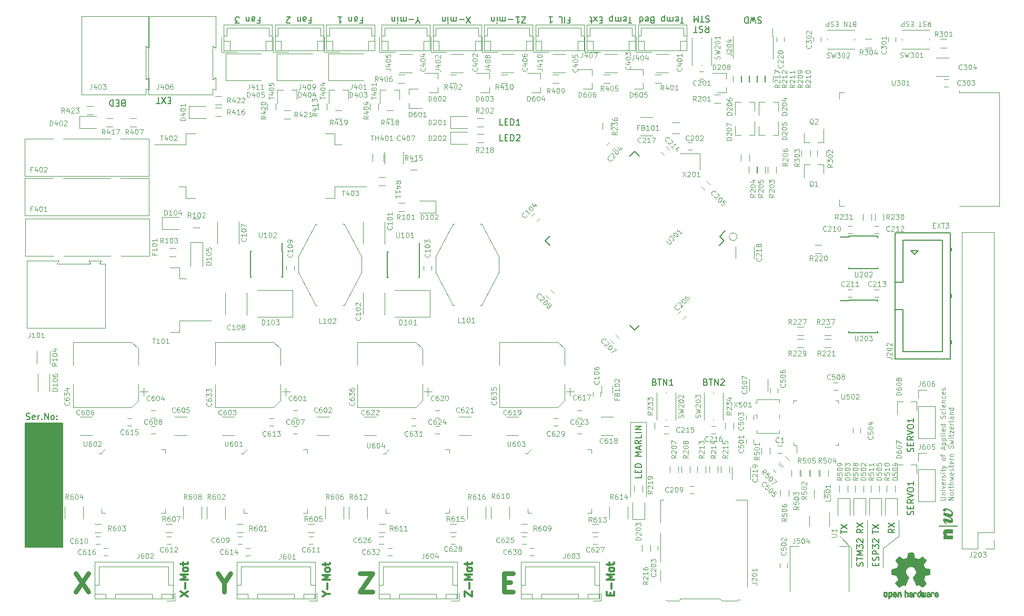
<source format=gbr>
G04 #@! TF.GenerationSoftware,KiCad,Pcbnew,(5.1.0)-1*
G04 #@! TF.CreationDate,2019-04-24T21:32:37+02:00*
G04 #@! TF.ProjectId,FHNW-Pro4E-FS19T8-3DPrinterBoard-STM32,46484e57-2d50-4726-9f34-452d46533139,rev?*
G04 #@! TF.SameCoordinates,Original*
G04 #@! TF.FileFunction,Legend,Top*
G04 #@! TF.FilePolarity,Positive*
%FSLAX46Y46*%
G04 Gerber Fmt 4.6, Leading zero omitted, Abs format (unit mm)*
G04 Created by KiCad (PCBNEW (5.1.0)-1) date 2019-04-24 21:32:37*
%MOMM*%
%LPD*%
G04 APERTURE LIST*
%ADD10C,0.150000*%
%ADD11C,0.100000*%
%ADD12C,0.750000*%
%ADD13C,0.300000*%
%ADD14C,0.120000*%
%ADD15C,0.010000*%
G04 APERTURE END LIST*
D10*
X225194761Y-90517023D02*
X225242380Y-90374166D01*
X225242380Y-90136071D01*
X225194761Y-90040833D01*
X225147142Y-89993214D01*
X225051904Y-89945595D01*
X224956666Y-89945595D01*
X224861428Y-89993214D01*
X224813809Y-90040833D01*
X224766190Y-90136071D01*
X224718571Y-90326547D01*
X224670952Y-90421785D01*
X224623333Y-90469404D01*
X224528095Y-90517023D01*
X224432857Y-90517023D01*
X224337619Y-90469404D01*
X224290000Y-90421785D01*
X224242380Y-90326547D01*
X224242380Y-90088452D01*
X224290000Y-89945595D01*
X224718571Y-89517023D02*
X224718571Y-89183690D01*
X225242380Y-89040833D02*
X225242380Y-89517023D01*
X224242380Y-89517023D01*
X224242380Y-89040833D01*
X225242380Y-88040833D02*
X224766190Y-88374166D01*
X225242380Y-88612261D02*
X224242380Y-88612261D01*
X224242380Y-88231309D01*
X224290000Y-88136071D01*
X224337619Y-88088452D01*
X224432857Y-88040833D01*
X224575714Y-88040833D01*
X224670952Y-88088452D01*
X224718571Y-88136071D01*
X224766190Y-88231309D01*
X224766190Y-88612261D01*
X224242380Y-87755119D02*
X225242380Y-87421785D01*
X224242380Y-87088452D01*
X224242380Y-86564642D02*
X224242380Y-86374166D01*
X224290000Y-86278928D01*
X224385238Y-86183690D01*
X224575714Y-86136071D01*
X224909047Y-86136071D01*
X225099523Y-86183690D01*
X225194761Y-86278928D01*
X225242380Y-86374166D01*
X225242380Y-86564642D01*
X225194761Y-86659880D01*
X225099523Y-86755119D01*
X224909047Y-86802738D01*
X224575714Y-86802738D01*
X224385238Y-86755119D01*
X224290000Y-86659880D01*
X224242380Y-86564642D01*
X225242380Y-85183690D02*
X225242380Y-85755119D01*
X225242380Y-85469404D02*
X224242380Y-85469404D01*
X224385238Y-85564642D01*
X224480476Y-85659880D01*
X224528095Y-85755119D01*
X225194761Y-100677023D02*
X225242380Y-100534166D01*
X225242380Y-100296071D01*
X225194761Y-100200833D01*
X225147142Y-100153214D01*
X225051904Y-100105595D01*
X224956666Y-100105595D01*
X224861428Y-100153214D01*
X224813809Y-100200833D01*
X224766190Y-100296071D01*
X224718571Y-100486547D01*
X224670952Y-100581785D01*
X224623333Y-100629404D01*
X224528095Y-100677023D01*
X224432857Y-100677023D01*
X224337619Y-100629404D01*
X224290000Y-100581785D01*
X224242380Y-100486547D01*
X224242380Y-100248452D01*
X224290000Y-100105595D01*
X224718571Y-99677023D02*
X224718571Y-99343690D01*
X225242380Y-99200833D02*
X225242380Y-99677023D01*
X224242380Y-99677023D01*
X224242380Y-99200833D01*
X225242380Y-98200833D02*
X224766190Y-98534166D01*
X225242380Y-98772261D02*
X224242380Y-98772261D01*
X224242380Y-98391309D01*
X224290000Y-98296071D01*
X224337619Y-98248452D01*
X224432857Y-98200833D01*
X224575714Y-98200833D01*
X224670952Y-98248452D01*
X224718571Y-98296071D01*
X224766190Y-98391309D01*
X224766190Y-98772261D01*
X224242380Y-97915119D02*
X225242380Y-97581785D01*
X224242380Y-97248452D01*
X224242380Y-96724642D02*
X224242380Y-96534166D01*
X224290000Y-96438928D01*
X224385238Y-96343690D01*
X224575714Y-96296071D01*
X224909047Y-96296071D01*
X225099523Y-96343690D01*
X225194761Y-96438928D01*
X225242380Y-96534166D01*
X225242380Y-96724642D01*
X225194761Y-96819880D01*
X225099523Y-96915119D01*
X224909047Y-96962738D01*
X224575714Y-96962738D01*
X224385238Y-96915119D01*
X224290000Y-96819880D01*
X224242380Y-96724642D01*
X225242380Y-95343690D02*
X225242380Y-95915119D01*
X225242380Y-95629404D02*
X224242380Y-95629404D01*
X224385238Y-95724642D01*
X224480476Y-95819880D01*
X224528095Y-95915119D01*
X191803928Y-79303571D02*
X191946785Y-79351190D01*
X191994404Y-79398809D01*
X192042023Y-79494047D01*
X192042023Y-79636904D01*
X191994404Y-79732142D01*
X191946785Y-79779761D01*
X191851547Y-79827380D01*
X191470595Y-79827380D01*
X191470595Y-78827380D01*
X191803928Y-78827380D01*
X191899166Y-78875000D01*
X191946785Y-78922619D01*
X191994404Y-79017857D01*
X191994404Y-79113095D01*
X191946785Y-79208333D01*
X191899166Y-79255952D01*
X191803928Y-79303571D01*
X191470595Y-79303571D01*
X192327738Y-78827380D02*
X192899166Y-78827380D01*
X192613452Y-79827380D02*
X192613452Y-78827380D01*
X193232500Y-79827380D02*
X193232500Y-78827380D01*
X193803928Y-79827380D01*
X193803928Y-78827380D01*
X194232500Y-78922619D02*
X194280119Y-78875000D01*
X194375357Y-78827380D01*
X194613452Y-78827380D01*
X194708690Y-78875000D01*
X194756309Y-78922619D01*
X194803928Y-79017857D01*
X194803928Y-79113095D01*
X194756309Y-79255952D01*
X194184880Y-79827380D01*
X194803928Y-79827380D01*
X183548928Y-79303571D02*
X183691785Y-79351190D01*
X183739404Y-79398809D01*
X183787023Y-79494047D01*
X183787023Y-79636904D01*
X183739404Y-79732142D01*
X183691785Y-79779761D01*
X183596547Y-79827380D01*
X183215595Y-79827380D01*
X183215595Y-78827380D01*
X183548928Y-78827380D01*
X183644166Y-78875000D01*
X183691785Y-78922619D01*
X183739404Y-79017857D01*
X183739404Y-79113095D01*
X183691785Y-79208333D01*
X183644166Y-79255952D01*
X183548928Y-79303571D01*
X183215595Y-79303571D01*
X184072738Y-78827380D02*
X184644166Y-78827380D01*
X184358452Y-79827380D02*
X184358452Y-78827380D01*
X184977500Y-79827380D02*
X184977500Y-78827380D01*
X185548928Y-79827380D01*
X185548928Y-78827380D01*
X186548928Y-79827380D02*
X185977500Y-79827380D01*
X186263214Y-79827380D02*
X186263214Y-78827380D01*
X186167976Y-78970238D01*
X186072738Y-79065476D01*
X185977500Y-79113095D01*
D11*
X182245000Y-85725000D02*
X182245000Y-97790000D01*
X179705000Y-85725000D02*
X182245000Y-85725000D01*
X179705000Y-97790000D02*
X179705000Y-85725000D01*
X215265000Y-106045000D02*
X213360000Y-104140000D01*
X215265000Y-109220000D02*
X215265000Y-106045000D01*
X220345000Y-106045000D02*
X220345000Y-109220000D01*
X222885000Y-104140000D02*
X220345000Y-106045000D01*
X222885000Y-101600000D02*
X222885000Y-104140000D01*
X217805000Y-109220000D02*
X217805000Y-101600000D01*
D10*
X219130571Y-108884404D02*
X219130571Y-108551071D01*
X219654380Y-108408214D02*
X219654380Y-108884404D01*
X218654380Y-108884404D01*
X218654380Y-108408214D01*
X219606761Y-108027261D02*
X219654380Y-107884404D01*
X219654380Y-107646309D01*
X219606761Y-107551071D01*
X219559142Y-107503452D01*
X219463904Y-107455833D01*
X219368666Y-107455833D01*
X219273428Y-107503452D01*
X219225809Y-107551071D01*
X219178190Y-107646309D01*
X219130571Y-107836785D01*
X219082952Y-107932023D01*
X219035333Y-107979642D01*
X218940095Y-108027261D01*
X218844857Y-108027261D01*
X218749619Y-107979642D01*
X218702000Y-107932023D01*
X218654380Y-107836785D01*
X218654380Y-107598690D01*
X218702000Y-107455833D01*
X219654380Y-107027261D02*
X218654380Y-107027261D01*
X218654380Y-106646309D01*
X218702000Y-106551071D01*
X218749619Y-106503452D01*
X218844857Y-106455833D01*
X218987714Y-106455833D01*
X219082952Y-106503452D01*
X219130571Y-106551071D01*
X219178190Y-106646309D01*
X219178190Y-107027261D01*
X218654380Y-106122500D02*
X218654380Y-105503452D01*
X219035333Y-105836785D01*
X219035333Y-105693928D01*
X219082952Y-105598690D01*
X219130571Y-105551071D01*
X219225809Y-105503452D01*
X219463904Y-105503452D01*
X219559142Y-105551071D01*
X219606761Y-105598690D01*
X219654380Y-105693928D01*
X219654380Y-105979642D01*
X219606761Y-106074880D01*
X219559142Y-106122500D01*
X218749619Y-105122500D02*
X218702000Y-105074880D01*
X218654380Y-104979642D01*
X218654380Y-104741547D01*
X218702000Y-104646309D01*
X218749619Y-104598690D01*
X218844857Y-104551071D01*
X218940095Y-104551071D01*
X219082952Y-104598690D01*
X219654380Y-105170119D01*
X219654380Y-104551071D01*
X217066761Y-108932023D02*
X217114380Y-108789166D01*
X217114380Y-108551071D01*
X217066761Y-108455833D01*
X217019142Y-108408214D01*
X216923904Y-108360595D01*
X216828666Y-108360595D01*
X216733428Y-108408214D01*
X216685809Y-108455833D01*
X216638190Y-108551071D01*
X216590571Y-108741547D01*
X216542952Y-108836785D01*
X216495333Y-108884404D01*
X216400095Y-108932023D01*
X216304857Y-108932023D01*
X216209619Y-108884404D01*
X216162000Y-108836785D01*
X216114380Y-108741547D01*
X216114380Y-108503452D01*
X216162000Y-108360595D01*
X216114380Y-108074880D02*
X216114380Y-107503452D01*
X217114380Y-107789166D02*
X216114380Y-107789166D01*
X217114380Y-107170119D02*
X216114380Y-107170119D01*
X216828666Y-106836785D01*
X216114380Y-106503452D01*
X217114380Y-106503452D01*
X216114380Y-106122500D02*
X216114380Y-105503452D01*
X216495333Y-105836785D01*
X216495333Y-105693928D01*
X216542952Y-105598690D01*
X216590571Y-105551071D01*
X216685809Y-105503452D01*
X216923904Y-105503452D01*
X217019142Y-105551071D01*
X217066761Y-105598690D01*
X217114380Y-105693928D01*
X217114380Y-105979642D01*
X217066761Y-106074880D01*
X217019142Y-106122500D01*
X216209619Y-105122500D02*
X216162000Y-105074880D01*
X216114380Y-104979642D01*
X216114380Y-104741547D01*
X216162000Y-104646309D01*
X216209619Y-104598690D01*
X216304857Y-104551071D01*
X216400095Y-104551071D01*
X216542952Y-104598690D01*
X217114380Y-105170119D01*
X217114380Y-104551071D01*
X213574380Y-103693261D02*
X213574380Y-103121833D01*
X214574380Y-103407547D02*
X213574380Y-103407547D01*
X213574380Y-102883738D02*
X214574380Y-102217071D01*
X213574380Y-102217071D02*
X214574380Y-102883738D01*
X218654380Y-103693261D02*
X218654380Y-103121833D01*
X219654380Y-103407547D02*
X218654380Y-103407547D01*
X218654380Y-102883738D02*
X219654380Y-102217071D01*
X218654380Y-102217071D02*
X219654380Y-102883738D01*
X217114380Y-102978976D02*
X216638190Y-103312309D01*
X217114380Y-103550404D02*
X216114380Y-103550404D01*
X216114380Y-103169452D01*
X216162000Y-103074214D01*
X216209619Y-103026595D01*
X216304857Y-102978976D01*
X216447714Y-102978976D01*
X216542952Y-103026595D01*
X216590571Y-103074214D01*
X216638190Y-103169452D01*
X216638190Y-103550404D01*
X216114380Y-102645642D02*
X217114380Y-101978976D01*
X216114380Y-101978976D02*
X217114380Y-102645642D01*
X222194380Y-102978976D02*
X221718190Y-103312309D01*
X222194380Y-103550404D02*
X221194380Y-103550404D01*
X221194380Y-103169452D01*
X221242000Y-103074214D01*
X221289619Y-103026595D01*
X221384857Y-102978976D01*
X221527714Y-102978976D01*
X221622952Y-103026595D01*
X221670571Y-103074214D01*
X221718190Y-103169452D01*
X221718190Y-103550404D01*
X221194380Y-102645642D02*
X222194380Y-101978976D01*
X221194380Y-101978976D02*
X222194380Y-102645642D01*
X181427380Y-94241476D02*
X181427380Y-94717666D01*
X180427380Y-94717666D01*
X180903571Y-93908142D02*
X180903571Y-93574809D01*
X181427380Y-93431952D02*
X181427380Y-93908142D01*
X180427380Y-93908142D01*
X180427380Y-93431952D01*
X181427380Y-93003380D02*
X180427380Y-93003380D01*
X180427380Y-92765285D01*
X180475000Y-92622428D01*
X180570238Y-92527190D01*
X180665476Y-92479571D01*
X180855952Y-92431952D01*
X180998809Y-92431952D01*
X181189285Y-92479571D01*
X181284523Y-92527190D01*
X181379761Y-92622428D01*
X181427380Y-92765285D01*
X181427380Y-93003380D01*
X181427380Y-91241476D02*
X180427380Y-91241476D01*
X181141666Y-90908142D01*
X180427380Y-90574809D01*
X181427380Y-90574809D01*
X181141666Y-90146238D02*
X181141666Y-89670047D01*
X181427380Y-90241476D02*
X180427380Y-89908142D01*
X181427380Y-89574809D01*
X181427380Y-88670047D02*
X180951190Y-89003380D01*
X181427380Y-89241476D02*
X180427380Y-89241476D01*
X180427380Y-88860523D01*
X180475000Y-88765285D01*
X180522619Y-88717666D01*
X180617857Y-88670047D01*
X180760714Y-88670047D01*
X180855952Y-88717666D01*
X180903571Y-88765285D01*
X180951190Y-88860523D01*
X180951190Y-89241476D01*
X181427380Y-87765285D02*
X181427380Y-88241476D01*
X180427380Y-88241476D01*
X181427380Y-87431952D02*
X180427380Y-87431952D01*
X181427380Y-86955761D02*
X180427380Y-86955761D01*
X181427380Y-86384333D01*
X180427380Y-86384333D01*
X159154952Y-40457380D02*
X158678761Y-40457380D01*
X158678761Y-39457380D01*
X159488285Y-39933571D02*
X159821619Y-39933571D01*
X159964476Y-40457380D02*
X159488285Y-40457380D01*
X159488285Y-39457380D01*
X159964476Y-39457380D01*
X160393047Y-40457380D02*
X160393047Y-39457380D01*
X160631142Y-39457380D01*
X160774000Y-39505000D01*
X160869238Y-39600238D01*
X160916857Y-39695476D01*
X160964476Y-39885952D01*
X160964476Y-40028809D01*
X160916857Y-40219285D01*
X160869238Y-40314523D01*
X160774000Y-40409761D01*
X160631142Y-40457380D01*
X160393047Y-40457380D01*
X161345428Y-39552619D02*
X161393047Y-39505000D01*
X161488285Y-39457380D01*
X161726380Y-39457380D01*
X161821619Y-39505000D01*
X161869238Y-39552619D01*
X161916857Y-39647857D01*
X161916857Y-39743095D01*
X161869238Y-39885952D01*
X161297809Y-40457380D01*
X161916857Y-40457380D01*
X159154952Y-37917380D02*
X158678761Y-37917380D01*
X158678761Y-36917380D01*
X159488285Y-37393571D02*
X159821619Y-37393571D01*
X159964476Y-37917380D02*
X159488285Y-37917380D01*
X159488285Y-36917380D01*
X159964476Y-36917380D01*
X160393047Y-37917380D02*
X160393047Y-36917380D01*
X160631142Y-36917380D01*
X160774000Y-36965000D01*
X160869238Y-37060238D01*
X160916857Y-37155476D01*
X160964476Y-37345952D01*
X160964476Y-37488809D01*
X160916857Y-37679285D01*
X160869238Y-37774523D01*
X160774000Y-37869761D01*
X160631142Y-37917380D01*
X160393047Y-37917380D01*
X161916857Y-37917380D02*
X161345428Y-37917380D01*
X161631142Y-37917380D02*
X161631142Y-36917380D01*
X161535904Y-37060238D01*
X161440666Y-37155476D01*
X161345428Y-37203095D01*
D11*
X228377904Y-54044857D02*
X228644571Y-54044857D01*
X228758857Y-54463904D02*
X228377904Y-54463904D01*
X228377904Y-53663904D01*
X228758857Y-53663904D01*
X229025523Y-53663904D02*
X229558857Y-54463904D01*
X229558857Y-53663904D02*
X229025523Y-54463904D01*
X229749333Y-53663904D02*
X230206476Y-53663904D01*
X229977904Y-54463904D02*
X229977904Y-53663904D01*
X230396952Y-53663904D02*
X230892190Y-53663904D01*
X230625523Y-53968666D01*
X230739809Y-53968666D01*
X230816000Y-54006761D01*
X230854095Y-54044857D01*
X230892190Y-54121047D01*
X230892190Y-54311523D01*
X230854095Y-54387714D01*
X230816000Y-54425809D01*
X230739809Y-54463904D01*
X230511238Y-54463904D01*
X230435047Y-54425809D01*
X230396952Y-54387714D01*
X229543904Y-98296523D02*
X230191523Y-98296523D01*
X230267714Y-98258428D01*
X230305809Y-98220333D01*
X230343904Y-98144142D01*
X230343904Y-97991761D01*
X230305809Y-97915571D01*
X230267714Y-97877476D01*
X230191523Y-97839380D01*
X229543904Y-97839380D01*
X229810571Y-97458428D02*
X230343904Y-97458428D01*
X229886761Y-97458428D02*
X229848666Y-97420333D01*
X229810571Y-97344142D01*
X229810571Y-97229857D01*
X229848666Y-97153666D01*
X229924857Y-97115571D01*
X230343904Y-97115571D01*
X230343904Y-96734619D02*
X229810571Y-96734619D01*
X229543904Y-96734619D02*
X229582000Y-96772714D01*
X229620095Y-96734619D01*
X229582000Y-96696523D01*
X229543904Y-96734619D01*
X229620095Y-96734619D01*
X229810571Y-96429857D02*
X230343904Y-96239380D01*
X229810571Y-96048904D01*
X230305809Y-95439380D02*
X230343904Y-95515571D01*
X230343904Y-95667952D01*
X230305809Y-95744142D01*
X230229619Y-95782238D01*
X229924857Y-95782238D01*
X229848666Y-95744142D01*
X229810571Y-95667952D01*
X229810571Y-95515571D01*
X229848666Y-95439380D01*
X229924857Y-95401285D01*
X230001047Y-95401285D01*
X230077238Y-95782238D01*
X230343904Y-95058428D02*
X229810571Y-95058428D01*
X229962952Y-95058428D02*
X229886761Y-95020333D01*
X229848666Y-94982238D01*
X229810571Y-94906047D01*
X229810571Y-94829857D01*
X230305809Y-94601285D02*
X230343904Y-94525095D01*
X230343904Y-94372714D01*
X230305809Y-94296523D01*
X230229619Y-94258428D01*
X230191523Y-94258428D01*
X230115333Y-94296523D01*
X230077238Y-94372714D01*
X230077238Y-94487000D01*
X230039142Y-94563190D01*
X229962952Y-94601285D01*
X229924857Y-94601285D01*
X229848666Y-94563190D01*
X229810571Y-94487000D01*
X229810571Y-94372714D01*
X229848666Y-94296523D01*
X230343904Y-93915571D02*
X229810571Y-93915571D01*
X229543904Y-93915571D02*
X229582000Y-93953666D01*
X229620095Y-93915571D01*
X229582000Y-93877476D01*
X229543904Y-93915571D01*
X229620095Y-93915571D01*
X229810571Y-93648904D02*
X229810571Y-93344142D01*
X229543904Y-93534619D02*
X230229619Y-93534619D01*
X230305809Y-93496523D01*
X230343904Y-93420333D01*
X230343904Y-93344142D01*
X229810571Y-93153666D02*
X230343904Y-92963190D01*
X229810571Y-92772714D02*
X230343904Y-92963190D01*
X230534380Y-93039380D01*
X230572476Y-93077476D01*
X230610571Y-93153666D01*
X230343904Y-91744142D02*
X230305809Y-91820333D01*
X230267714Y-91858428D01*
X230191523Y-91896523D01*
X229962952Y-91896523D01*
X229886761Y-91858428D01*
X229848666Y-91820333D01*
X229810571Y-91744142D01*
X229810571Y-91629857D01*
X229848666Y-91553666D01*
X229886761Y-91515571D01*
X229962952Y-91477476D01*
X230191523Y-91477476D01*
X230267714Y-91515571D01*
X230305809Y-91553666D01*
X230343904Y-91629857D01*
X230343904Y-91744142D01*
X229810571Y-91248904D02*
X229810571Y-90944142D01*
X230343904Y-91134619D02*
X229658190Y-91134619D01*
X229582000Y-91096523D01*
X229543904Y-91020333D01*
X229543904Y-90944142D01*
X230115333Y-90106047D02*
X230115333Y-89725095D01*
X230343904Y-90182238D02*
X229543904Y-89915571D01*
X230343904Y-89648904D01*
X229810571Y-89382238D02*
X230610571Y-89382238D01*
X229848666Y-89382238D02*
X229810571Y-89306047D01*
X229810571Y-89153666D01*
X229848666Y-89077476D01*
X229886761Y-89039380D01*
X229962952Y-89001285D01*
X230191523Y-89001285D01*
X230267714Y-89039380D01*
X230305809Y-89077476D01*
X230343904Y-89153666D01*
X230343904Y-89306047D01*
X230305809Y-89382238D01*
X229810571Y-88658428D02*
X230610571Y-88658428D01*
X229848666Y-88658428D02*
X229810571Y-88582238D01*
X229810571Y-88429857D01*
X229848666Y-88353666D01*
X229886761Y-88315571D01*
X229962952Y-88277476D01*
X230191523Y-88277476D01*
X230267714Y-88315571D01*
X230305809Y-88353666D01*
X230343904Y-88429857D01*
X230343904Y-88582238D01*
X230305809Y-88658428D01*
X230343904Y-87820333D02*
X230305809Y-87896523D01*
X230229619Y-87934619D01*
X229543904Y-87934619D01*
X230343904Y-87515571D02*
X229810571Y-87515571D01*
X229543904Y-87515571D02*
X229582000Y-87553666D01*
X229620095Y-87515571D01*
X229582000Y-87477476D01*
X229543904Y-87515571D01*
X229620095Y-87515571D01*
X230305809Y-86829857D02*
X230343904Y-86906047D01*
X230343904Y-87058428D01*
X230305809Y-87134619D01*
X230229619Y-87172714D01*
X229924857Y-87172714D01*
X229848666Y-87134619D01*
X229810571Y-87058428D01*
X229810571Y-86906047D01*
X229848666Y-86829857D01*
X229924857Y-86791761D01*
X230001047Y-86791761D01*
X230077238Y-87172714D01*
X230343904Y-86106047D02*
X229543904Y-86106047D01*
X230305809Y-86106047D02*
X230343904Y-86182238D01*
X230343904Y-86334619D01*
X230305809Y-86410809D01*
X230267714Y-86448904D01*
X230191523Y-86487000D01*
X229962952Y-86487000D01*
X229886761Y-86448904D01*
X229848666Y-86410809D01*
X229810571Y-86334619D01*
X229810571Y-86182238D01*
X229848666Y-86106047D01*
X230305809Y-85153666D02*
X230343904Y-85039380D01*
X230343904Y-84848904D01*
X230305809Y-84772714D01*
X230267714Y-84734619D01*
X230191523Y-84696523D01*
X230115333Y-84696523D01*
X230039142Y-84734619D01*
X230001047Y-84772714D01*
X229962952Y-84848904D01*
X229924857Y-85001285D01*
X229886761Y-85077476D01*
X229848666Y-85115571D01*
X229772476Y-85153666D01*
X229696285Y-85153666D01*
X229620095Y-85115571D01*
X229582000Y-85077476D01*
X229543904Y-85001285D01*
X229543904Y-84810809D01*
X229582000Y-84696523D01*
X230305809Y-84010809D02*
X230343904Y-84087000D01*
X230343904Y-84239380D01*
X230305809Y-84315571D01*
X230267714Y-84353666D01*
X230191523Y-84391761D01*
X229962952Y-84391761D01*
X229886761Y-84353666D01*
X229848666Y-84315571D01*
X229810571Y-84239380D01*
X229810571Y-84087000D01*
X229848666Y-84010809D01*
X230343904Y-83667952D02*
X229810571Y-83667952D01*
X229543904Y-83667952D02*
X229582000Y-83706047D01*
X229620095Y-83667952D01*
X229582000Y-83629857D01*
X229543904Y-83667952D01*
X229620095Y-83667952D01*
X230305809Y-82982238D02*
X230343904Y-83058428D01*
X230343904Y-83210809D01*
X230305809Y-83287000D01*
X230229619Y-83325095D01*
X229924857Y-83325095D01*
X229848666Y-83287000D01*
X229810571Y-83210809D01*
X229810571Y-83058428D01*
X229848666Y-82982238D01*
X229924857Y-82944142D01*
X230001047Y-82944142D01*
X230077238Y-83325095D01*
X229810571Y-82601285D02*
X230343904Y-82601285D01*
X229886761Y-82601285D02*
X229848666Y-82563190D01*
X229810571Y-82487000D01*
X229810571Y-82372714D01*
X229848666Y-82296523D01*
X229924857Y-82258428D01*
X230343904Y-82258428D01*
X230305809Y-81534619D02*
X230343904Y-81610809D01*
X230343904Y-81763190D01*
X230305809Y-81839380D01*
X230267714Y-81877476D01*
X230191523Y-81915571D01*
X229962952Y-81915571D01*
X229886761Y-81877476D01*
X229848666Y-81839380D01*
X229810571Y-81763190D01*
X229810571Y-81610809D01*
X229848666Y-81534619D01*
X230305809Y-80887000D02*
X230343904Y-80963190D01*
X230343904Y-81115571D01*
X230305809Y-81191761D01*
X230229619Y-81229857D01*
X229924857Y-81229857D01*
X229848666Y-81191761D01*
X229810571Y-81115571D01*
X229810571Y-80963190D01*
X229848666Y-80887000D01*
X229924857Y-80848904D01*
X230001047Y-80848904D01*
X230077238Y-81229857D01*
X230305809Y-80544142D02*
X230343904Y-80467952D01*
X230343904Y-80315571D01*
X230305809Y-80239380D01*
X230229619Y-80201285D01*
X230191523Y-80201285D01*
X230115333Y-80239380D01*
X230077238Y-80315571D01*
X230077238Y-80429857D01*
X230039142Y-80506047D01*
X229962952Y-80544142D01*
X229924857Y-80544142D01*
X229848666Y-80506047D01*
X229810571Y-80429857D01*
X229810571Y-80315571D01*
X229848666Y-80239380D01*
X231643904Y-98296523D02*
X230843904Y-98296523D01*
X231643904Y-97839380D01*
X230843904Y-97839380D01*
X231643904Y-97344142D02*
X231605809Y-97420333D01*
X231567714Y-97458428D01*
X231491523Y-97496523D01*
X231262952Y-97496523D01*
X231186761Y-97458428D01*
X231148666Y-97420333D01*
X231110571Y-97344142D01*
X231110571Y-97229857D01*
X231148666Y-97153666D01*
X231186761Y-97115571D01*
X231262952Y-97077476D01*
X231491523Y-97077476D01*
X231567714Y-97115571D01*
X231605809Y-97153666D01*
X231643904Y-97229857D01*
X231643904Y-97344142D01*
X231643904Y-96734619D02*
X231110571Y-96734619D01*
X231262952Y-96734619D02*
X231186761Y-96696523D01*
X231148666Y-96658428D01*
X231110571Y-96582238D01*
X231110571Y-96506047D01*
X231110571Y-96353666D02*
X231110571Y-96048904D01*
X230843904Y-96239380D02*
X231529619Y-96239380D01*
X231605809Y-96201285D01*
X231643904Y-96125095D01*
X231643904Y-96048904D01*
X231643904Y-95782238D02*
X230843904Y-95782238D01*
X231643904Y-95439380D02*
X231224857Y-95439380D01*
X231148666Y-95477476D01*
X231110571Y-95553666D01*
X231110571Y-95667952D01*
X231148666Y-95744142D01*
X231186761Y-95782238D01*
X231110571Y-95134619D02*
X231643904Y-94982238D01*
X231262952Y-94829857D01*
X231643904Y-94677476D01*
X231110571Y-94525095D01*
X231605809Y-93915571D02*
X231643904Y-93991761D01*
X231643904Y-94144142D01*
X231605809Y-94220333D01*
X231529619Y-94258428D01*
X231224857Y-94258428D01*
X231148666Y-94220333D01*
X231110571Y-94144142D01*
X231110571Y-93991761D01*
X231148666Y-93915571D01*
X231224857Y-93877476D01*
X231301047Y-93877476D01*
X231377238Y-94258428D01*
X231605809Y-93572714D02*
X231643904Y-93496523D01*
X231643904Y-93344142D01*
X231605809Y-93267952D01*
X231529619Y-93229857D01*
X231491523Y-93229857D01*
X231415333Y-93267952D01*
X231377238Y-93344142D01*
X231377238Y-93458428D01*
X231339142Y-93534619D01*
X231262952Y-93572714D01*
X231224857Y-93572714D01*
X231148666Y-93534619D01*
X231110571Y-93458428D01*
X231110571Y-93344142D01*
X231148666Y-93267952D01*
X231110571Y-93001285D02*
X231110571Y-92696523D01*
X230843904Y-92887000D02*
X231529619Y-92887000D01*
X231605809Y-92848904D01*
X231643904Y-92772714D01*
X231643904Y-92696523D01*
X231605809Y-92125095D02*
X231643904Y-92201285D01*
X231643904Y-92353666D01*
X231605809Y-92429857D01*
X231529619Y-92467952D01*
X231224857Y-92467952D01*
X231148666Y-92429857D01*
X231110571Y-92353666D01*
X231110571Y-92201285D01*
X231148666Y-92125095D01*
X231224857Y-92087000D01*
X231301047Y-92087000D01*
X231377238Y-92467952D01*
X231643904Y-91744142D02*
X231110571Y-91744142D01*
X231262952Y-91744142D02*
X231186761Y-91706047D01*
X231148666Y-91667952D01*
X231110571Y-91591761D01*
X231110571Y-91515571D01*
X231110571Y-91248904D02*
X231643904Y-91248904D01*
X231186761Y-91248904D02*
X231148666Y-91210809D01*
X231110571Y-91134619D01*
X231110571Y-91020333D01*
X231148666Y-90944142D01*
X231224857Y-90906047D01*
X231643904Y-90906047D01*
X231605809Y-89953666D02*
X231643904Y-89839380D01*
X231643904Y-89648904D01*
X231605809Y-89572714D01*
X231567714Y-89534619D01*
X231491523Y-89496523D01*
X231415333Y-89496523D01*
X231339142Y-89534619D01*
X231301047Y-89572714D01*
X231262952Y-89648904D01*
X231224857Y-89801285D01*
X231186761Y-89877476D01*
X231148666Y-89915571D01*
X231072476Y-89953666D01*
X230996285Y-89953666D01*
X230920095Y-89915571D01*
X230882000Y-89877476D01*
X230843904Y-89801285D01*
X230843904Y-89610809D01*
X230882000Y-89496523D01*
X231110571Y-89229857D02*
X231643904Y-89077476D01*
X231262952Y-88925095D01*
X231643904Y-88772714D01*
X231110571Y-88620333D01*
X231643904Y-88315571D02*
X231110571Y-88315571D01*
X230843904Y-88315571D02*
X230882000Y-88353666D01*
X230920095Y-88315571D01*
X230882000Y-88277476D01*
X230843904Y-88315571D01*
X230920095Y-88315571D01*
X231110571Y-88048904D02*
X231110571Y-87744142D01*
X230843904Y-87934619D02*
X231529619Y-87934619D01*
X231605809Y-87896523D01*
X231643904Y-87820333D01*
X231643904Y-87744142D01*
X231110571Y-87553666D02*
X231110571Y-87134619D01*
X231643904Y-87553666D01*
X231643904Y-87134619D01*
X231605809Y-86525095D02*
X231643904Y-86601285D01*
X231643904Y-86753666D01*
X231605809Y-86829857D01*
X231529619Y-86867952D01*
X231224857Y-86867952D01*
X231148666Y-86829857D01*
X231110571Y-86753666D01*
X231110571Y-86601285D01*
X231148666Y-86525095D01*
X231224857Y-86487000D01*
X231301047Y-86487000D01*
X231377238Y-86867952D01*
X231643904Y-86144142D02*
X231110571Y-86144142D01*
X231262952Y-86144142D02*
X231186761Y-86106047D01*
X231148666Y-86067952D01*
X231110571Y-85991761D01*
X231110571Y-85915571D01*
X231643904Y-85534619D02*
X231605809Y-85610809D01*
X231529619Y-85648904D01*
X230843904Y-85648904D01*
X231643904Y-84887000D02*
X231224857Y-84887000D01*
X231148666Y-84925095D01*
X231110571Y-85001285D01*
X231110571Y-85153666D01*
X231148666Y-85229857D01*
X231605809Y-84887000D02*
X231643904Y-84963190D01*
X231643904Y-85153666D01*
X231605809Y-85229857D01*
X231529619Y-85267952D01*
X231453428Y-85267952D01*
X231377238Y-85229857D01*
X231339142Y-85153666D01*
X231339142Y-84963190D01*
X231301047Y-84887000D01*
X231110571Y-84506047D02*
X231643904Y-84506047D01*
X231186761Y-84506047D02*
X231148666Y-84467952D01*
X231110571Y-84391761D01*
X231110571Y-84277476D01*
X231148666Y-84201285D01*
X231224857Y-84163190D01*
X231643904Y-84163190D01*
X231643904Y-83439380D02*
X230843904Y-83439380D01*
X231605809Y-83439380D02*
X231643904Y-83515571D01*
X231643904Y-83667952D01*
X231605809Y-83744142D01*
X231567714Y-83782238D01*
X231491523Y-83820333D01*
X231262952Y-83820333D01*
X231186761Y-83782238D01*
X231148666Y-83744142D01*
X231110571Y-83667952D01*
X231110571Y-83515571D01*
X231148666Y-83439380D01*
X196850000Y-55880000D02*
G75*
G03X196850000Y-55880000I-635000J0D01*
G01*
D10*
X191682619Y-21962619D02*
X192015952Y-22438809D01*
X192254047Y-21962619D02*
X192254047Y-22962619D01*
X191873095Y-22962619D01*
X191777857Y-22915000D01*
X191730238Y-22867380D01*
X191682619Y-22772142D01*
X191682619Y-22629285D01*
X191730238Y-22534047D01*
X191777857Y-22486428D01*
X191873095Y-22438809D01*
X192254047Y-22438809D01*
X191301666Y-22010238D02*
X191158809Y-21962619D01*
X190920714Y-21962619D01*
X190825476Y-22010238D01*
X190777857Y-22057857D01*
X190730238Y-22153095D01*
X190730238Y-22248333D01*
X190777857Y-22343571D01*
X190825476Y-22391190D01*
X190920714Y-22438809D01*
X191111190Y-22486428D01*
X191206428Y-22534047D01*
X191254047Y-22581666D01*
X191301666Y-22676904D01*
X191301666Y-22772142D01*
X191254047Y-22867380D01*
X191206428Y-22915000D01*
X191111190Y-22962619D01*
X190873095Y-22962619D01*
X190730238Y-22915000D01*
X190444523Y-22962619D02*
X189873095Y-22962619D01*
X190158809Y-21962619D02*
X190158809Y-22962619D01*
X192373095Y-20360238D02*
X192230238Y-20312619D01*
X191992142Y-20312619D01*
X191896904Y-20360238D01*
X191849285Y-20407857D01*
X191801666Y-20503095D01*
X191801666Y-20598333D01*
X191849285Y-20693571D01*
X191896904Y-20741190D01*
X191992142Y-20788809D01*
X192182619Y-20836428D01*
X192277857Y-20884047D01*
X192325476Y-20931666D01*
X192373095Y-21026904D01*
X192373095Y-21122142D01*
X192325476Y-21217380D01*
X192277857Y-21265000D01*
X192182619Y-21312619D01*
X191944523Y-21312619D01*
X191801666Y-21265000D01*
X191515952Y-21312619D02*
X190944523Y-21312619D01*
X191230238Y-20312619D02*
X191230238Y-21312619D01*
X190611190Y-20312619D02*
X190611190Y-21312619D01*
X190277857Y-20598333D01*
X189944523Y-21312619D01*
X189944523Y-20312619D01*
X200747142Y-20550238D02*
X200604285Y-20502619D01*
X200366190Y-20502619D01*
X200270952Y-20550238D01*
X200223333Y-20597857D01*
X200175714Y-20693095D01*
X200175714Y-20788333D01*
X200223333Y-20883571D01*
X200270952Y-20931190D01*
X200366190Y-20978809D01*
X200556666Y-21026428D01*
X200651904Y-21074047D01*
X200699523Y-21121666D01*
X200747142Y-21216904D01*
X200747142Y-21312142D01*
X200699523Y-21407380D01*
X200651904Y-21455000D01*
X200556666Y-21502619D01*
X200318571Y-21502619D01*
X200175714Y-21455000D01*
X199842380Y-21502619D02*
X199604285Y-20502619D01*
X199413809Y-21216904D01*
X199223333Y-20502619D01*
X198985238Y-21502619D01*
X198604285Y-20502619D02*
X198604285Y-21502619D01*
X198366190Y-21502619D01*
X198223333Y-21455000D01*
X198128095Y-21359761D01*
X198080476Y-21264523D01*
X198032857Y-21074047D01*
X198032857Y-20931190D01*
X198080476Y-20740714D01*
X198128095Y-20645476D01*
X198223333Y-20550238D01*
X198366190Y-20502619D01*
X198604285Y-20502619D01*
X105719428Y-33980428D02*
X105386095Y-33980428D01*
X105243238Y-33456619D02*
X105719428Y-33456619D01*
X105719428Y-34456619D01*
X105243238Y-34456619D01*
X104909904Y-34456619D02*
X104243238Y-33456619D01*
X104243238Y-34456619D02*
X104909904Y-33456619D01*
X104005142Y-34456619D02*
X103433714Y-34456619D01*
X103719428Y-33456619D02*
X103719428Y-34456619D01*
X98035952Y-34361428D02*
X97893095Y-34313809D01*
X97845476Y-34266190D01*
X97797857Y-34170952D01*
X97797857Y-34028095D01*
X97845476Y-33932857D01*
X97893095Y-33885238D01*
X97988333Y-33837619D01*
X98369285Y-33837619D01*
X98369285Y-34837619D01*
X98035952Y-34837619D01*
X97940714Y-34790000D01*
X97893095Y-34742380D01*
X97845476Y-34647142D01*
X97845476Y-34551904D01*
X97893095Y-34456666D01*
X97940714Y-34409047D01*
X98035952Y-34361428D01*
X98369285Y-34361428D01*
X97369285Y-34361428D02*
X97035952Y-34361428D01*
X96893095Y-33837619D02*
X97369285Y-33837619D01*
X97369285Y-34837619D01*
X96893095Y-34837619D01*
X96464523Y-33837619D02*
X96464523Y-34837619D01*
X96226428Y-34837619D01*
X96083571Y-34790000D01*
X95988333Y-34694761D01*
X95940714Y-34599523D01*
X95893095Y-34409047D01*
X95893095Y-34266190D01*
X95940714Y-34075714D01*
X95988333Y-33980476D01*
X96083571Y-33885238D01*
X96226428Y-33837619D01*
X96464523Y-33837619D01*
D11*
X215649285Y-21617142D02*
X215535000Y-21579047D01*
X215496904Y-21540952D01*
X215458809Y-21464761D01*
X215458809Y-21350476D01*
X215496904Y-21274285D01*
X215535000Y-21236190D01*
X215611190Y-21198095D01*
X215915952Y-21198095D01*
X215915952Y-21998095D01*
X215649285Y-21998095D01*
X215573095Y-21960000D01*
X215535000Y-21921904D01*
X215496904Y-21845714D01*
X215496904Y-21769523D01*
X215535000Y-21693333D01*
X215573095Y-21655238D01*
X215649285Y-21617142D01*
X215915952Y-21617142D01*
X215230238Y-21998095D02*
X214773095Y-21998095D01*
X215001666Y-21198095D02*
X215001666Y-21998095D01*
X214506428Y-21198095D02*
X214506428Y-21998095D01*
X214049285Y-21198095D01*
X214049285Y-21998095D01*
X213058809Y-21617142D02*
X212792142Y-21617142D01*
X212677857Y-21198095D02*
X213058809Y-21198095D01*
X213058809Y-21998095D01*
X212677857Y-21998095D01*
X212373095Y-21236190D02*
X212258809Y-21198095D01*
X212068333Y-21198095D01*
X211992142Y-21236190D01*
X211954047Y-21274285D01*
X211915952Y-21350476D01*
X211915952Y-21426666D01*
X211954047Y-21502857D01*
X211992142Y-21540952D01*
X212068333Y-21579047D01*
X212220714Y-21617142D01*
X212296904Y-21655238D01*
X212335000Y-21693333D01*
X212373095Y-21769523D01*
X212373095Y-21845714D01*
X212335000Y-21921904D01*
X212296904Y-21960000D01*
X212220714Y-21998095D01*
X212030238Y-21998095D01*
X211915952Y-21960000D01*
X211573095Y-21198095D02*
X211573095Y-21998095D01*
X211268333Y-21998095D01*
X211192142Y-21960000D01*
X211154047Y-21921904D01*
X211115952Y-21845714D01*
X211115952Y-21731428D01*
X211154047Y-21655238D01*
X211192142Y-21617142D01*
X211268333Y-21579047D01*
X211573095Y-21579047D01*
X227485714Y-21198095D02*
X227752380Y-21579047D01*
X227942857Y-21198095D02*
X227942857Y-21998095D01*
X227638095Y-21998095D01*
X227561904Y-21960000D01*
X227523809Y-21921904D01*
X227485714Y-21845714D01*
X227485714Y-21731428D01*
X227523809Y-21655238D01*
X227561904Y-21617142D01*
X227638095Y-21579047D01*
X227942857Y-21579047D01*
X227180952Y-21236190D02*
X227066666Y-21198095D01*
X226876190Y-21198095D01*
X226800000Y-21236190D01*
X226761904Y-21274285D01*
X226723809Y-21350476D01*
X226723809Y-21426666D01*
X226761904Y-21502857D01*
X226800000Y-21540952D01*
X226876190Y-21579047D01*
X227028571Y-21617142D01*
X227104761Y-21655238D01*
X227142857Y-21693333D01*
X227180952Y-21769523D01*
X227180952Y-21845714D01*
X227142857Y-21921904D01*
X227104761Y-21960000D01*
X227028571Y-21998095D01*
X226838095Y-21998095D01*
X226723809Y-21960000D01*
X226495238Y-21998095D02*
X226038095Y-21998095D01*
X226266666Y-21198095D02*
X226266666Y-21998095D01*
X225161904Y-21617142D02*
X224895238Y-21617142D01*
X224780952Y-21198095D02*
X225161904Y-21198095D01*
X225161904Y-21998095D01*
X224780952Y-21998095D01*
X224476190Y-21236190D02*
X224361904Y-21198095D01*
X224171428Y-21198095D01*
X224095238Y-21236190D01*
X224057142Y-21274285D01*
X224019047Y-21350476D01*
X224019047Y-21426666D01*
X224057142Y-21502857D01*
X224095238Y-21540952D01*
X224171428Y-21579047D01*
X224323809Y-21617142D01*
X224400000Y-21655238D01*
X224438095Y-21693333D01*
X224476190Y-21769523D01*
X224476190Y-21845714D01*
X224438095Y-21921904D01*
X224400000Y-21960000D01*
X224323809Y-21998095D01*
X224133333Y-21998095D01*
X224019047Y-21960000D01*
X223676190Y-21198095D02*
X223676190Y-21998095D01*
X223371428Y-21998095D01*
X223295238Y-21960000D01*
X223257142Y-21921904D01*
X223219047Y-21845714D01*
X223219047Y-21731428D01*
X223257142Y-21655238D01*
X223295238Y-21617142D01*
X223371428Y-21579047D01*
X223676190Y-21579047D01*
D10*
X119729047Y-21026428D02*
X120062380Y-21026428D01*
X120062380Y-20502619D02*
X120062380Y-21502619D01*
X119586190Y-21502619D01*
X118776666Y-20502619D02*
X118776666Y-21026428D01*
X118824285Y-21121666D01*
X118919523Y-21169285D01*
X119110000Y-21169285D01*
X119205238Y-21121666D01*
X118776666Y-20550238D02*
X118871904Y-20502619D01*
X119110000Y-20502619D01*
X119205238Y-20550238D01*
X119252857Y-20645476D01*
X119252857Y-20740714D01*
X119205238Y-20835952D01*
X119110000Y-20883571D01*
X118871904Y-20883571D01*
X118776666Y-20931190D01*
X118300476Y-21169285D02*
X118300476Y-20502619D01*
X118300476Y-21074047D02*
X118252857Y-21121666D01*
X118157619Y-21169285D01*
X118014761Y-21169285D01*
X117919523Y-21121666D01*
X117871904Y-21026428D01*
X117871904Y-20502619D01*
X116729047Y-21502619D02*
X116110000Y-21502619D01*
X116443333Y-21121666D01*
X116300476Y-21121666D01*
X116205238Y-21074047D01*
X116157619Y-21026428D01*
X116110000Y-20931190D01*
X116110000Y-20693095D01*
X116157619Y-20597857D01*
X116205238Y-20550238D01*
X116300476Y-20502619D01*
X116586190Y-20502619D01*
X116681428Y-20550238D01*
X116729047Y-20597857D01*
X127984047Y-21026428D02*
X128317380Y-21026428D01*
X128317380Y-20502619D02*
X128317380Y-21502619D01*
X127841190Y-21502619D01*
X127031666Y-20502619D02*
X127031666Y-21026428D01*
X127079285Y-21121666D01*
X127174523Y-21169285D01*
X127365000Y-21169285D01*
X127460238Y-21121666D01*
X127031666Y-20550238D02*
X127126904Y-20502619D01*
X127365000Y-20502619D01*
X127460238Y-20550238D01*
X127507857Y-20645476D01*
X127507857Y-20740714D01*
X127460238Y-20835952D01*
X127365000Y-20883571D01*
X127126904Y-20883571D01*
X127031666Y-20931190D01*
X126555476Y-21169285D02*
X126555476Y-20502619D01*
X126555476Y-21074047D02*
X126507857Y-21121666D01*
X126412619Y-21169285D01*
X126269761Y-21169285D01*
X126174523Y-21121666D01*
X126126904Y-21026428D01*
X126126904Y-20502619D01*
X124936428Y-21407380D02*
X124888809Y-21455000D01*
X124793571Y-21502619D01*
X124555476Y-21502619D01*
X124460238Y-21455000D01*
X124412619Y-21407380D01*
X124365000Y-21312142D01*
X124365000Y-21216904D01*
X124412619Y-21074047D01*
X124984047Y-20502619D01*
X124365000Y-20502619D01*
X136239047Y-21026428D02*
X136572380Y-21026428D01*
X136572380Y-20502619D02*
X136572380Y-21502619D01*
X136096190Y-21502619D01*
X135286666Y-20502619D02*
X135286666Y-21026428D01*
X135334285Y-21121666D01*
X135429523Y-21169285D01*
X135620000Y-21169285D01*
X135715238Y-21121666D01*
X135286666Y-20550238D02*
X135381904Y-20502619D01*
X135620000Y-20502619D01*
X135715238Y-20550238D01*
X135762857Y-20645476D01*
X135762857Y-20740714D01*
X135715238Y-20835952D01*
X135620000Y-20883571D01*
X135381904Y-20883571D01*
X135286666Y-20931190D01*
X134810476Y-21169285D02*
X134810476Y-20502619D01*
X134810476Y-21074047D02*
X134762857Y-21121666D01*
X134667619Y-21169285D01*
X134524761Y-21169285D01*
X134429523Y-21121666D01*
X134381904Y-21026428D01*
X134381904Y-20502619D01*
X132620000Y-20502619D02*
X133191428Y-20502619D01*
X132905714Y-20502619D02*
X132905714Y-21502619D01*
X133000952Y-21359761D01*
X133096190Y-21264523D01*
X133191428Y-21216904D01*
X188255238Y-21502619D02*
X187683809Y-21502619D01*
X187969523Y-20502619D02*
X187969523Y-21502619D01*
X186969523Y-20550238D02*
X187064761Y-20502619D01*
X187255238Y-20502619D01*
X187350476Y-20550238D01*
X187398095Y-20645476D01*
X187398095Y-21026428D01*
X187350476Y-21121666D01*
X187255238Y-21169285D01*
X187064761Y-21169285D01*
X186969523Y-21121666D01*
X186921904Y-21026428D01*
X186921904Y-20931190D01*
X187398095Y-20835952D01*
X186493333Y-20502619D02*
X186493333Y-21169285D01*
X186493333Y-21074047D02*
X186445714Y-21121666D01*
X186350476Y-21169285D01*
X186207619Y-21169285D01*
X186112380Y-21121666D01*
X186064761Y-21026428D01*
X186064761Y-20502619D01*
X186064761Y-21026428D02*
X186017142Y-21121666D01*
X185921904Y-21169285D01*
X185779047Y-21169285D01*
X185683809Y-21121666D01*
X185636190Y-21026428D01*
X185636190Y-20502619D01*
X185160000Y-21169285D02*
X185160000Y-20169285D01*
X185160000Y-21121666D02*
X185064761Y-21169285D01*
X184874285Y-21169285D01*
X184779047Y-21121666D01*
X184731428Y-21074047D01*
X184683809Y-20978809D01*
X184683809Y-20693095D01*
X184731428Y-20597857D01*
X184779047Y-20550238D01*
X184874285Y-20502619D01*
X185064761Y-20502619D01*
X185160000Y-20550238D01*
X183160000Y-21026428D02*
X183017142Y-20978809D01*
X182969523Y-20931190D01*
X182921904Y-20835952D01*
X182921904Y-20693095D01*
X182969523Y-20597857D01*
X183017142Y-20550238D01*
X183112380Y-20502619D01*
X183493333Y-20502619D01*
X183493333Y-21502619D01*
X183160000Y-21502619D01*
X183064761Y-21455000D01*
X183017142Y-21407380D01*
X182969523Y-21312142D01*
X182969523Y-21216904D01*
X183017142Y-21121666D01*
X183064761Y-21074047D01*
X183160000Y-21026428D01*
X183493333Y-21026428D01*
X182112380Y-20550238D02*
X182207619Y-20502619D01*
X182398095Y-20502619D01*
X182493333Y-20550238D01*
X182540952Y-20645476D01*
X182540952Y-21026428D01*
X182493333Y-21121666D01*
X182398095Y-21169285D01*
X182207619Y-21169285D01*
X182112380Y-21121666D01*
X182064761Y-21026428D01*
X182064761Y-20931190D01*
X182540952Y-20835952D01*
X181207619Y-20502619D02*
X181207619Y-21502619D01*
X181207619Y-20550238D02*
X181302857Y-20502619D01*
X181493333Y-20502619D01*
X181588571Y-20550238D01*
X181636190Y-20597857D01*
X181683809Y-20693095D01*
X181683809Y-20978809D01*
X181636190Y-21074047D01*
X181588571Y-21121666D01*
X181493333Y-21169285D01*
X181302857Y-21169285D01*
X181207619Y-21121666D01*
X179887142Y-21502619D02*
X179315714Y-21502619D01*
X179601428Y-20502619D02*
X179601428Y-21502619D01*
X178601428Y-20550238D02*
X178696666Y-20502619D01*
X178887142Y-20502619D01*
X178982380Y-20550238D01*
X179030000Y-20645476D01*
X179030000Y-21026428D01*
X178982380Y-21121666D01*
X178887142Y-21169285D01*
X178696666Y-21169285D01*
X178601428Y-21121666D01*
X178553809Y-21026428D01*
X178553809Y-20931190D01*
X179030000Y-20835952D01*
X178125238Y-20502619D02*
X178125238Y-21169285D01*
X178125238Y-21074047D02*
X178077619Y-21121666D01*
X177982380Y-21169285D01*
X177839523Y-21169285D01*
X177744285Y-21121666D01*
X177696666Y-21026428D01*
X177696666Y-20502619D01*
X177696666Y-21026428D02*
X177649047Y-21121666D01*
X177553809Y-21169285D01*
X177410952Y-21169285D01*
X177315714Y-21121666D01*
X177268095Y-21026428D01*
X177268095Y-20502619D01*
X176791904Y-21169285D02*
X176791904Y-20169285D01*
X176791904Y-21121666D02*
X176696666Y-21169285D01*
X176506190Y-21169285D01*
X176410952Y-21121666D01*
X176363333Y-21074047D01*
X176315714Y-20978809D01*
X176315714Y-20693095D01*
X176363333Y-20597857D01*
X176410952Y-20550238D01*
X176506190Y-20502619D01*
X176696666Y-20502619D01*
X176791904Y-20550238D01*
X175125238Y-21026428D02*
X174791904Y-21026428D01*
X174649047Y-20502619D02*
X175125238Y-20502619D01*
X175125238Y-21502619D01*
X174649047Y-21502619D01*
X174315714Y-20502619D02*
X173791904Y-21169285D01*
X174315714Y-21169285D02*
X173791904Y-20502619D01*
X173553809Y-21169285D02*
X173172857Y-21169285D01*
X173410952Y-21502619D02*
X173410952Y-20645476D01*
X173363333Y-20550238D01*
X173268095Y-20502619D01*
X173172857Y-20502619D01*
X162805714Y-21502619D02*
X162139047Y-21502619D01*
X162805714Y-20502619D01*
X162139047Y-20502619D01*
X161234285Y-20502619D02*
X161805714Y-20502619D01*
X161520000Y-20502619D02*
X161520000Y-21502619D01*
X161615238Y-21359761D01*
X161710476Y-21264523D01*
X161805714Y-21216904D01*
X160805714Y-20883571D02*
X160043809Y-20883571D01*
X159567619Y-20502619D02*
X159567619Y-21169285D01*
X159567619Y-21074047D02*
X159520000Y-21121666D01*
X159424761Y-21169285D01*
X159281904Y-21169285D01*
X159186666Y-21121666D01*
X159139047Y-21026428D01*
X159139047Y-20502619D01*
X159139047Y-21026428D02*
X159091428Y-21121666D01*
X158996190Y-21169285D01*
X158853333Y-21169285D01*
X158758095Y-21121666D01*
X158710476Y-21026428D01*
X158710476Y-20502619D01*
X158234285Y-20502619D02*
X158234285Y-21169285D01*
X158234285Y-21502619D02*
X158281904Y-21455000D01*
X158234285Y-21407380D01*
X158186666Y-21455000D01*
X158234285Y-21502619D01*
X158234285Y-21407380D01*
X157758095Y-21169285D02*
X157758095Y-20502619D01*
X157758095Y-21074047D02*
X157710476Y-21121666D01*
X157615238Y-21169285D01*
X157472380Y-21169285D01*
X157377142Y-21121666D01*
X157329523Y-21026428D01*
X157329523Y-20502619D01*
X169632142Y-21026428D02*
X169965476Y-21026428D01*
X169965476Y-20502619D02*
X169965476Y-21502619D01*
X169489285Y-21502619D01*
X169108333Y-20502619D02*
X169108333Y-21502619D01*
X168155952Y-20502619D02*
X168632142Y-20502619D01*
X168632142Y-21502619D01*
X166536904Y-20502619D02*
X167108333Y-20502619D01*
X166822619Y-20502619D02*
X166822619Y-21502619D01*
X166917857Y-21359761D01*
X167013095Y-21264523D01*
X167108333Y-21216904D01*
X153949523Y-21502619D02*
X153282857Y-20502619D01*
X153282857Y-21502619D02*
X153949523Y-20502619D01*
X152901904Y-20883571D02*
X152140000Y-20883571D01*
X151663809Y-20502619D02*
X151663809Y-21169285D01*
X151663809Y-21074047D02*
X151616190Y-21121666D01*
X151520952Y-21169285D01*
X151378095Y-21169285D01*
X151282857Y-21121666D01*
X151235238Y-21026428D01*
X151235238Y-20502619D01*
X151235238Y-21026428D02*
X151187619Y-21121666D01*
X151092380Y-21169285D01*
X150949523Y-21169285D01*
X150854285Y-21121666D01*
X150806666Y-21026428D01*
X150806666Y-20502619D01*
X150330476Y-20502619D02*
X150330476Y-21169285D01*
X150330476Y-21502619D02*
X150378095Y-21455000D01*
X150330476Y-21407380D01*
X150282857Y-21455000D01*
X150330476Y-21502619D01*
X150330476Y-21407380D01*
X149854285Y-21169285D02*
X149854285Y-20502619D01*
X149854285Y-21074047D02*
X149806666Y-21121666D01*
X149711428Y-21169285D01*
X149568571Y-21169285D01*
X149473333Y-21121666D01*
X149425714Y-21026428D01*
X149425714Y-20502619D01*
X145486190Y-20978809D02*
X145486190Y-20502619D01*
X145819523Y-21502619D02*
X145486190Y-20978809D01*
X145152857Y-21502619D01*
X144819523Y-20883571D02*
X144057619Y-20883571D01*
X143581428Y-20502619D02*
X143581428Y-21169285D01*
X143581428Y-21074047D02*
X143533809Y-21121666D01*
X143438571Y-21169285D01*
X143295714Y-21169285D01*
X143200476Y-21121666D01*
X143152857Y-21026428D01*
X143152857Y-20502619D01*
X143152857Y-21026428D02*
X143105238Y-21121666D01*
X143010000Y-21169285D01*
X142867142Y-21169285D01*
X142771904Y-21121666D01*
X142724285Y-21026428D01*
X142724285Y-20502619D01*
X142248095Y-20502619D02*
X142248095Y-21169285D01*
X142248095Y-21502619D02*
X142295714Y-21455000D01*
X142248095Y-21407380D01*
X142200476Y-21455000D01*
X142248095Y-21502619D01*
X142248095Y-21407380D01*
X141771904Y-21169285D02*
X141771904Y-20502619D01*
X141771904Y-21074047D02*
X141724285Y-21121666D01*
X141629047Y-21169285D01*
X141486190Y-21169285D01*
X141390952Y-21121666D01*
X141343333Y-21026428D01*
X141343333Y-20502619D01*
D12*
X159377142Y-111545714D02*
X160377142Y-111545714D01*
X160805714Y-113117142D02*
X159377142Y-113117142D01*
X159377142Y-110117142D01*
X160805714Y-110117142D01*
X136160000Y-110117142D02*
X138160000Y-110117142D01*
X136160000Y-113117142D01*
X138160000Y-113117142D01*
X114300000Y-111688571D02*
X114300000Y-113117142D01*
X113300000Y-110117142D02*
X114300000Y-111688571D01*
X115300000Y-110117142D01*
X90440000Y-110117142D02*
X92440000Y-113117142D01*
X92440000Y-110117142D02*
X90440000Y-113117142D01*
D13*
X153012857Y-113839285D02*
X153012857Y-113039285D01*
X154212857Y-113839285D01*
X154212857Y-113039285D01*
X153755714Y-112582142D02*
X153755714Y-111667857D01*
X154212857Y-111096428D02*
X153012857Y-111096428D01*
X153870000Y-110696428D01*
X153012857Y-110296428D01*
X154212857Y-110296428D01*
X154212857Y-109553571D02*
X154155714Y-109667857D01*
X154098571Y-109725000D01*
X153984285Y-109782142D01*
X153641428Y-109782142D01*
X153527142Y-109725000D01*
X153470000Y-109667857D01*
X153412857Y-109553571D01*
X153412857Y-109382142D01*
X153470000Y-109267857D01*
X153527142Y-109210714D01*
X153641428Y-109153571D01*
X153984285Y-109153571D01*
X154098571Y-109210714D01*
X154155714Y-109267857D01*
X154212857Y-109382142D01*
X154212857Y-109553571D01*
X153412857Y-108810714D02*
X153412857Y-108353571D01*
X153012857Y-108639285D02*
X154041428Y-108639285D01*
X154155714Y-108582142D01*
X154212857Y-108467857D01*
X154212857Y-108353571D01*
X130781428Y-113439285D02*
X131352857Y-113439285D01*
X130152857Y-113839285D02*
X130781428Y-113439285D01*
X130152857Y-113039285D01*
X130895714Y-112639285D02*
X130895714Y-111725000D01*
X131352857Y-111153571D02*
X130152857Y-111153571D01*
X131010000Y-110753571D01*
X130152857Y-110353571D01*
X131352857Y-110353571D01*
X131352857Y-109610714D02*
X131295714Y-109725000D01*
X131238571Y-109782142D01*
X131124285Y-109839285D01*
X130781428Y-109839285D01*
X130667142Y-109782142D01*
X130610000Y-109725000D01*
X130552857Y-109610714D01*
X130552857Y-109439285D01*
X130610000Y-109325000D01*
X130667142Y-109267857D01*
X130781428Y-109210714D01*
X131124285Y-109210714D01*
X131238571Y-109267857D01*
X131295714Y-109325000D01*
X131352857Y-109439285D01*
X131352857Y-109610714D01*
X130552857Y-108867857D02*
X130552857Y-108410714D01*
X130152857Y-108696428D02*
X131181428Y-108696428D01*
X131295714Y-108639285D01*
X131352857Y-108525000D01*
X131352857Y-108410714D01*
X176444285Y-113696428D02*
X176444285Y-113296428D01*
X177072857Y-113125000D02*
X177072857Y-113696428D01*
X175872857Y-113696428D01*
X175872857Y-113125000D01*
X176615714Y-112610714D02*
X176615714Y-111696428D01*
X177072857Y-111125000D02*
X175872857Y-111125000D01*
X176730000Y-110725000D01*
X175872857Y-110325000D01*
X177072857Y-110325000D01*
X177072857Y-109582142D02*
X177015714Y-109696428D01*
X176958571Y-109753571D01*
X176844285Y-109810714D01*
X176501428Y-109810714D01*
X176387142Y-109753571D01*
X176330000Y-109696428D01*
X176272857Y-109582142D01*
X176272857Y-109410714D01*
X176330000Y-109296428D01*
X176387142Y-109239285D01*
X176501428Y-109182142D01*
X176844285Y-109182142D01*
X176958571Y-109239285D01*
X177015714Y-109296428D01*
X177072857Y-109410714D01*
X177072857Y-109582142D01*
X176272857Y-108839285D02*
X176272857Y-108382142D01*
X175872857Y-108667857D02*
X176901428Y-108667857D01*
X177015714Y-108610714D01*
X177072857Y-108496428D01*
X177072857Y-108382142D01*
X107292857Y-113839285D02*
X108492857Y-113039285D01*
X107292857Y-113039285D02*
X108492857Y-113839285D01*
X108035714Y-112582142D02*
X108035714Y-111667857D01*
X108492857Y-111096428D02*
X107292857Y-111096428D01*
X108150000Y-110696428D01*
X107292857Y-110296428D01*
X108492857Y-110296428D01*
X108492857Y-109553571D02*
X108435714Y-109667857D01*
X108378571Y-109725000D01*
X108264285Y-109782142D01*
X107921428Y-109782142D01*
X107807142Y-109725000D01*
X107750000Y-109667857D01*
X107692857Y-109553571D01*
X107692857Y-109382142D01*
X107750000Y-109267857D01*
X107807142Y-109210714D01*
X107921428Y-109153571D01*
X108264285Y-109153571D01*
X108378571Y-109210714D01*
X108435714Y-109267857D01*
X108492857Y-109382142D01*
X108492857Y-109553571D01*
X107692857Y-108810714D02*
X107692857Y-108353571D01*
X107292857Y-108639285D02*
X108321428Y-108639285D01*
X108435714Y-108582142D01*
X108492857Y-108467857D01*
X108492857Y-108353571D01*
D14*
X166574223Y-65822751D02*
X166079249Y-65327777D01*
X166927777Y-64479249D02*
X167422751Y-64974223D01*
D10*
X194040194Y-55825571D02*
X194959433Y-54906332D01*
X180340000Y-70904623D02*
X181082462Y-70162161D01*
X165950377Y-56515000D02*
X166692839Y-55772538D01*
X180340000Y-42125377D02*
X179597538Y-42867839D01*
X194729623Y-56515000D02*
X193987161Y-57257462D01*
X180340000Y-42125377D02*
X181082462Y-42867839D01*
X165950377Y-56515000D02*
X166692839Y-57257462D01*
X180340000Y-70904623D02*
X179597538Y-70162161D01*
X194729623Y-56515000D02*
X194040194Y-55825571D01*
D14*
X230855000Y-31715000D02*
X230155000Y-31715000D01*
X230155000Y-30515000D02*
X230855000Y-30515000D01*
X238185000Y-55185000D02*
X232985000Y-55185000D01*
X238185000Y-103505000D02*
X238185000Y-55185000D01*
X232985000Y-106105000D02*
X232985000Y-55185000D01*
X238185000Y-103505000D02*
X235585000Y-103505000D01*
X235585000Y-103505000D02*
X235585000Y-106105000D01*
X235585000Y-106105000D02*
X232985000Y-106105000D01*
X238185000Y-104775000D02*
X238185000Y-106105000D01*
X238185000Y-106105000D02*
X236855000Y-106105000D01*
X169955000Y-81490000D02*
X169955000Y-80240000D01*
X170580000Y-80865000D02*
X169330000Y-80865000D01*
X169090000Y-73909437D02*
X168025563Y-72845000D01*
X169090000Y-82300563D02*
X168025563Y-83365000D01*
X169090000Y-82300563D02*
X169090000Y-79615000D01*
X169090000Y-73909437D02*
X169090000Y-76595000D01*
X168025563Y-72845000D02*
X158570000Y-72845000D01*
X168025563Y-83365000D02*
X158570000Y-83365000D01*
X158570000Y-83365000D02*
X158570000Y-79615000D01*
X158570000Y-72845000D02*
X158570000Y-76595000D01*
X105545000Y-57740000D02*
X106545000Y-57740000D01*
X106545000Y-59100000D02*
X105545000Y-59100000D01*
X214055000Y-32680000D02*
X213275000Y-32680000D01*
X213275000Y-32680000D02*
X213275000Y-33680000D01*
X214055000Y-50920000D02*
X213275000Y-50920000D01*
X213275000Y-50920000D02*
X213275000Y-49920000D01*
X239020000Y-32680000D02*
X239020000Y-50920000D01*
X239020000Y-50920000D02*
X232600000Y-50920000D01*
X239020000Y-32680000D02*
X232600000Y-32680000D01*
X232600000Y-32680000D02*
X232600000Y-32300000D01*
X130440000Y-26145000D02*
X132940000Y-26145000D01*
X130440000Y-23645000D02*
X130440000Y-26145000D01*
X137540000Y-24345000D02*
X137540000Y-25845000D01*
X138540000Y-24345000D02*
X137540000Y-24345000D01*
X131740000Y-24345000D02*
X131740000Y-25845000D01*
X130740000Y-24345000D02*
X131740000Y-24345000D01*
X138040000Y-23495000D02*
X138540000Y-23495000D01*
X138040000Y-22245000D02*
X138040000Y-23495000D01*
X131240000Y-22245000D02*
X138040000Y-22245000D01*
X131240000Y-23495000D02*
X131240000Y-22245000D01*
X130740000Y-23495000D02*
X131240000Y-23495000D01*
X138540000Y-21745000D02*
X130740000Y-21745000D01*
X138540000Y-25845000D02*
X138540000Y-21745000D01*
X130740000Y-25845000D02*
X138540000Y-25845000D01*
X130740000Y-21745000D02*
X130740000Y-25845000D01*
X156140000Y-21745000D02*
X156140000Y-25845000D01*
X156140000Y-25845000D02*
X163940000Y-25845000D01*
X163940000Y-25845000D02*
X163940000Y-21745000D01*
X163940000Y-21745000D02*
X156140000Y-21745000D01*
X156140000Y-23495000D02*
X156640000Y-23495000D01*
X156640000Y-23495000D02*
X156640000Y-22245000D01*
X156640000Y-22245000D02*
X163440000Y-22245000D01*
X163440000Y-22245000D02*
X163440000Y-23495000D01*
X163440000Y-23495000D02*
X163940000Y-23495000D01*
X156140000Y-24345000D02*
X157140000Y-24345000D01*
X157140000Y-24345000D02*
X157140000Y-25845000D01*
X163940000Y-24345000D02*
X162940000Y-24345000D01*
X162940000Y-24345000D02*
X162940000Y-25845000D01*
X155840000Y-23645000D02*
X155840000Y-26145000D01*
X155840000Y-26145000D02*
X158340000Y-26145000D01*
X198710000Y-30980000D02*
X198710000Y-29980000D01*
X200070000Y-29980000D02*
X200070000Y-30980000D01*
X198800000Y-29980000D02*
X198800000Y-30980000D01*
X197440000Y-30980000D02*
X197440000Y-29980000D01*
X202610000Y-29980000D02*
X202610000Y-30980000D01*
X201250000Y-30980000D02*
X201250000Y-29980000D01*
X142375000Y-50405000D02*
X143375000Y-50405000D01*
X143375000Y-51765000D02*
X142375000Y-51765000D01*
D10*
X225425000Y-58725000D02*
X224825000Y-58125000D01*
X226025000Y-58125000D02*
X225425000Y-58725000D01*
X224825000Y-58125000D02*
X226025000Y-58125000D01*
X231265000Y-57675000D02*
X231265000Y-58175000D01*
X231365000Y-58175000D02*
X231165000Y-58175000D01*
X231365000Y-57675000D02*
X231365000Y-58175000D01*
X231165000Y-57675000D02*
X231365000Y-57675000D01*
X231265000Y-72635000D02*
X231265000Y-73135000D01*
X231365000Y-73135000D02*
X231165000Y-73135000D01*
X231365000Y-72635000D02*
X231365000Y-73135000D01*
X231165000Y-72635000D02*
X231365000Y-72635000D01*
X231265000Y-65155000D02*
X231265000Y-65655000D01*
X231365000Y-65655000D02*
X231165000Y-65655000D01*
X231365000Y-65155000D02*
X231365000Y-65655000D01*
X231165000Y-65155000D02*
X231365000Y-65155000D01*
X223525000Y-67630000D02*
X222225000Y-67630000D01*
X223525000Y-74355000D02*
X223525000Y-67630000D01*
X229865000Y-74355000D02*
X223525000Y-74355000D01*
X229865000Y-56455000D02*
X229865000Y-74355000D01*
X223525000Y-56455000D02*
X229865000Y-56455000D01*
X223525000Y-63180000D02*
X223525000Y-56455000D01*
X222225000Y-63180000D02*
X223525000Y-63180000D01*
X222225000Y-75555000D02*
X222225000Y-55255000D01*
X231165000Y-75555000D02*
X222225000Y-75555000D01*
X231165000Y-55255000D02*
X231165000Y-75555000D01*
X222225000Y-55255000D02*
X231165000Y-55255000D01*
D11*
X94595000Y-90850000D02*
X94195000Y-90850000D01*
X94595000Y-90650000D02*
X94595000Y-90850000D01*
X95195000Y-90050000D02*
X94595000Y-90650000D01*
X104795000Y-90150000D02*
X104795000Y-90750000D01*
X104195000Y-90150000D02*
X104795000Y-90150000D01*
X104795000Y-100350000D02*
X104195000Y-100350000D01*
X104795000Y-99750000D02*
X104795000Y-100350000D01*
X94595000Y-100350000D02*
X95195000Y-100350000D01*
X94595000Y-99750000D02*
X94595000Y-100350000D01*
X117455000Y-99750000D02*
X117455000Y-100350000D01*
X117455000Y-100350000D02*
X118055000Y-100350000D01*
X127655000Y-99750000D02*
X127655000Y-100350000D01*
X127655000Y-100350000D02*
X127055000Y-100350000D01*
X127055000Y-90150000D02*
X127655000Y-90150000D01*
X127655000Y-90150000D02*
X127655000Y-90750000D01*
X118055000Y-90050000D02*
X117455000Y-90650000D01*
X117455000Y-90650000D02*
X117455000Y-90850000D01*
X117455000Y-90850000D02*
X117055000Y-90850000D01*
X163175000Y-99750000D02*
X163175000Y-100350000D01*
X163175000Y-100350000D02*
X163775000Y-100350000D01*
X173375000Y-99750000D02*
X173375000Y-100350000D01*
X173375000Y-100350000D02*
X172775000Y-100350000D01*
X172775000Y-90150000D02*
X173375000Y-90150000D01*
X173375000Y-90150000D02*
X173375000Y-90750000D01*
X163775000Y-90050000D02*
X163175000Y-90650000D01*
X163175000Y-90650000D02*
X163175000Y-90850000D01*
X163175000Y-90850000D02*
X162775000Y-90850000D01*
X140315000Y-90850000D02*
X139915000Y-90850000D01*
X140315000Y-90650000D02*
X140315000Y-90850000D01*
X140915000Y-90050000D02*
X140315000Y-90650000D01*
X150515000Y-90150000D02*
X150515000Y-90750000D01*
X149915000Y-90150000D02*
X150515000Y-90150000D01*
X150515000Y-100350000D02*
X149915000Y-100350000D01*
X150515000Y-99750000D02*
X150515000Y-100350000D01*
X140315000Y-100350000D02*
X140915000Y-100350000D01*
X140315000Y-99750000D02*
X140315000Y-100350000D01*
D14*
X193175000Y-32975000D02*
X194175000Y-32975000D01*
X194175000Y-34335000D02*
X193175000Y-34335000D01*
X203118000Y-44585000D02*
X203118000Y-45585000D01*
X201758000Y-45585000D02*
X201758000Y-44585000D01*
X198710000Y-45585000D02*
X198710000Y-44585000D01*
X200070000Y-44585000D02*
X200070000Y-45585000D01*
X201340000Y-44585000D02*
X201340000Y-45585000D01*
X199980000Y-45585000D02*
X199980000Y-44585000D01*
X197440000Y-43680000D02*
X197440000Y-42680000D01*
X198800000Y-42680000D02*
X198800000Y-43680000D01*
X229545000Y-24055000D02*
X230545000Y-24055000D01*
X230545000Y-25415000D02*
X229545000Y-25415000D01*
X209775000Y-42935000D02*
X209775000Y-41935000D01*
X211135000Y-41935000D02*
X211135000Y-42935000D01*
X207235000Y-42935000D02*
X207235000Y-41935000D01*
X208595000Y-41935000D02*
X208595000Y-42935000D01*
X184650000Y-31160000D02*
X183650000Y-31160000D01*
X183650000Y-29800000D02*
X184650000Y-29800000D01*
X151630000Y-31160000D02*
X150630000Y-31160000D01*
X150630000Y-29800000D02*
X151630000Y-29800000D01*
X139110000Y-34425000D02*
X139110000Y-35425000D01*
X137750000Y-35425000D02*
X137750000Y-34425000D01*
X176395000Y-31160000D02*
X175395000Y-31160000D01*
X175395000Y-29800000D02*
X176395000Y-29800000D01*
X142375000Y-29800000D02*
X143375000Y-29800000D01*
X143375000Y-31160000D02*
X142375000Y-31160000D01*
X100195000Y-38145000D02*
X99195000Y-38145000D01*
X99195000Y-36785000D02*
X100195000Y-36785000D01*
X167140000Y-29800000D02*
X168140000Y-29800000D01*
X168140000Y-31160000D02*
X167140000Y-31160000D01*
X158885000Y-29800000D02*
X159885000Y-29800000D01*
X159885000Y-31160000D02*
X158885000Y-31160000D01*
X140200000Y-47670000D02*
X139200000Y-47670000D01*
X139200000Y-46310000D02*
X140200000Y-46310000D01*
X200742000Y-90924000D02*
X200742000Y-89924000D01*
X202102000Y-89924000D02*
X202102000Y-90924000D01*
X208452000Y-93480000D02*
X208452000Y-94480000D01*
X207092000Y-94480000D02*
X207092000Y-93480000D01*
X205568000Y-94480000D02*
X205568000Y-93480000D01*
X206928000Y-93480000D02*
X206928000Y-94480000D01*
X116340000Y-102190000D02*
X117340000Y-102190000D01*
X117340000Y-103550000D02*
X116340000Y-103550000D01*
X111550000Y-101330000D02*
X111550000Y-99330000D01*
X114510000Y-99330000D02*
X114510000Y-101330000D01*
X94480000Y-103550000D02*
X93480000Y-103550000D01*
X93480000Y-102190000D02*
X94480000Y-102190000D01*
X91650000Y-99330000D02*
X91650000Y-101330000D01*
X88690000Y-101330000D02*
X88690000Y-99330000D01*
X127770000Y-102190000D02*
X128770000Y-102190000D01*
X128770000Y-103550000D02*
X127770000Y-103550000D01*
X133560000Y-99330000D02*
X133560000Y-101330000D01*
X130600000Y-101330000D02*
X130600000Y-99330000D01*
X105910000Y-103550000D02*
X104910000Y-103550000D01*
X104910000Y-102190000D02*
X105910000Y-102190000D01*
X107740000Y-101330000D02*
X107740000Y-99330000D01*
X110700000Y-99330000D02*
X110700000Y-101330000D01*
X163060000Y-103550000D02*
X162060000Y-103550000D01*
X162060000Y-102190000D02*
X163060000Y-102190000D01*
X160230000Y-99330000D02*
X160230000Y-101330000D01*
X157270000Y-101330000D02*
X157270000Y-99330000D01*
X140200000Y-103550000D02*
X139200000Y-103550000D01*
X139200000Y-102190000D02*
X140200000Y-102190000D01*
X137370000Y-99330000D02*
X137370000Y-101330000D01*
X134410000Y-101330000D02*
X134410000Y-99330000D01*
X174490000Y-103550000D02*
X173490000Y-103550000D01*
X173490000Y-102190000D02*
X174490000Y-102190000D01*
X176320000Y-101330000D02*
X176320000Y-99330000D01*
X179280000Y-99330000D02*
X179280000Y-101330000D01*
X151630000Y-103550000D02*
X150630000Y-103550000D01*
X150630000Y-102190000D02*
X151630000Y-102190000D01*
X153460000Y-101330000D02*
X153460000Y-99330000D01*
X156420000Y-99330000D02*
X156420000Y-101330000D01*
X126080000Y-85055000D02*
X125380000Y-85055000D01*
X125380000Y-83855000D02*
X126080000Y-83855000D01*
X103220000Y-85055000D02*
X102520000Y-85055000D01*
X102520000Y-83855000D02*
X103220000Y-83855000D01*
X125380000Y-86395000D02*
X126080000Y-86395000D01*
X126080000Y-87595000D02*
X125380000Y-87595000D01*
X102520000Y-86395000D02*
X103220000Y-86395000D01*
X103220000Y-87595000D02*
X102520000Y-87595000D01*
X116490000Y-104175000D02*
X117190000Y-104175000D01*
X117190000Y-105375000D02*
X116490000Y-105375000D01*
X93630000Y-104175000D02*
X94330000Y-104175000D01*
X94330000Y-105375000D02*
X93630000Y-105375000D01*
X127920000Y-104175000D02*
X128620000Y-104175000D01*
X128620000Y-105375000D02*
X127920000Y-105375000D01*
X105060000Y-104175000D02*
X105760000Y-104175000D01*
X105760000Y-105375000D02*
X105060000Y-105375000D01*
X122270000Y-86325000D02*
X121570000Y-86325000D01*
X121570000Y-85125000D02*
X122270000Y-85125000D01*
X117760000Y-106080000D02*
X118460000Y-106080000D01*
X118460000Y-107280000D02*
X117760000Y-107280000D01*
X99410000Y-86325000D02*
X98710000Y-86325000D01*
X98710000Y-85125000D02*
X99410000Y-85125000D01*
X95600000Y-107280000D02*
X94900000Y-107280000D01*
X94900000Y-106080000D02*
X95600000Y-106080000D01*
X171800000Y-85055000D02*
X171100000Y-85055000D01*
X171100000Y-83855000D02*
X171800000Y-83855000D01*
X148240000Y-83855000D02*
X148940000Y-83855000D01*
X148940000Y-85055000D02*
X148240000Y-85055000D01*
X171100000Y-86395000D02*
X171800000Y-86395000D01*
X171800000Y-87595000D02*
X171100000Y-87595000D01*
X148940000Y-87595000D02*
X148240000Y-87595000D01*
X148240000Y-86395000D02*
X148940000Y-86395000D01*
X162210000Y-104175000D02*
X162910000Y-104175000D01*
X162910000Y-105375000D02*
X162210000Y-105375000D01*
X139935000Y-105375000D02*
X139235000Y-105375000D01*
X139235000Y-104175000D02*
X139935000Y-104175000D01*
X174340000Y-105375000D02*
X173640000Y-105375000D01*
X173640000Y-104175000D02*
X174340000Y-104175000D01*
X151480000Y-105375000D02*
X150780000Y-105375000D01*
X150780000Y-104175000D02*
X151480000Y-104175000D01*
X167290000Y-85125000D02*
X167990000Y-85125000D01*
X167990000Y-86325000D02*
X167290000Y-86325000D01*
X163480000Y-106080000D02*
X164180000Y-106080000D01*
X164180000Y-107280000D02*
X163480000Y-107280000D01*
X144430000Y-85125000D02*
X145130000Y-85125000D01*
X145130000Y-86325000D02*
X144430000Y-86325000D01*
X140620000Y-106080000D02*
X141320000Y-106080000D01*
X141320000Y-107280000D02*
X140620000Y-107280000D01*
X146435000Y-61310000D02*
X146435000Y-60610000D01*
X147635000Y-60610000D02*
X147635000Y-61310000D01*
X191485000Y-30445000D02*
X190785000Y-30445000D01*
X190785000Y-29245000D02*
X191485000Y-29245000D01*
X188880000Y-40675000D02*
X189580000Y-40675000D01*
X189580000Y-41875000D02*
X188880000Y-41875000D01*
X175858249Y-41098223D02*
X176353223Y-40603249D01*
X177201751Y-41451777D02*
X176706777Y-41946751D01*
X191593223Y-48296751D02*
X191098249Y-47801777D01*
X191946777Y-46953249D02*
X192441751Y-47448223D01*
X187288249Y-68276223D02*
X187783223Y-67781249D01*
X188631751Y-68629777D02*
X188136777Y-69124751D01*
X176988223Y-73061751D02*
X176493249Y-72566777D01*
X177341777Y-71718249D02*
X177836751Y-72213223D01*
X189961000Y-97247000D02*
X189261000Y-97247000D01*
X189261000Y-96047000D02*
X189961000Y-96047000D01*
X198282000Y-89250000D02*
X198282000Y-88550000D01*
X199482000Y-88550000D02*
X199482000Y-89250000D01*
X203743000Y-109189000D02*
X203743000Y-108489000D01*
X204943000Y-108489000D02*
X204943000Y-109189000D01*
X216690500Y-86772000D02*
X216690500Y-87472000D01*
X215490500Y-87472000D02*
X215490500Y-86772000D01*
X131175000Y-84880000D02*
X129175000Y-84880000D01*
X129175000Y-87840000D02*
X131175000Y-87840000D01*
X115935000Y-84880000D02*
X113935000Y-84880000D01*
X113935000Y-87840000D02*
X115935000Y-87840000D01*
X108315000Y-84880000D02*
X106315000Y-84880000D01*
X106315000Y-87840000D02*
X108315000Y-87840000D01*
X93075000Y-84880000D02*
X91075000Y-84880000D01*
X91075000Y-87840000D02*
X93075000Y-87840000D01*
X174895000Y-87840000D02*
X176895000Y-87840000D01*
X176895000Y-84880000D02*
X174895000Y-84880000D01*
X161655000Y-84880000D02*
X159655000Y-84880000D01*
X159655000Y-87840000D02*
X161655000Y-87840000D01*
X154035000Y-84880000D02*
X152035000Y-84880000D01*
X152035000Y-87840000D02*
X154035000Y-87840000D01*
X136795000Y-87840000D02*
X138795000Y-87840000D01*
X138795000Y-84880000D02*
X136795000Y-84880000D01*
X129215000Y-114510000D02*
X129215000Y-113260000D01*
X127965000Y-114510000D02*
X129215000Y-114510000D01*
X117065000Y-109010000D02*
X122615000Y-109010000D01*
X117065000Y-111960000D02*
X117065000Y-109010000D01*
X116315000Y-111960000D02*
X117065000Y-111960000D01*
X128165000Y-109010000D02*
X122615000Y-109010000D01*
X128165000Y-111960000D02*
X128165000Y-109010000D01*
X128915000Y-111960000D02*
X128165000Y-111960000D01*
X116315000Y-114210000D02*
X118115000Y-114210000D01*
X116315000Y-113460000D02*
X116315000Y-114210000D01*
X118115000Y-113460000D02*
X116315000Y-113460000D01*
X118115000Y-114210000D02*
X118115000Y-113460000D01*
X127115000Y-114210000D02*
X128915000Y-114210000D01*
X127115000Y-113460000D02*
X127115000Y-114210000D01*
X128915000Y-113460000D02*
X127115000Y-113460000D01*
X128915000Y-114210000D02*
X128915000Y-113460000D01*
X119615000Y-114210000D02*
X125615000Y-114210000D01*
X119615000Y-113460000D02*
X119615000Y-114210000D01*
X125615000Y-113460000D02*
X119615000Y-113460000D01*
X125615000Y-114210000D02*
X125615000Y-113460000D01*
X116305000Y-114220000D02*
X128925000Y-114220000D01*
X116305000Y-108250000D02*
X116305000Y-114220000D01*
X128925000Y-108250000D02*
X116305000Y-108250000D01*
X128925000Y-114220000D02*
X128925000Y-108250000D01*
X106065000Y-114220000D02*
X106065000Y-108250000D01*
X106065000Y-108250000D02*
X93445000Y-108250000D01*
X93445000Y-108250000D02*
X93445000Y-114220000D01*
X93445000Y-114220000D02*
X106065000Y-114220000D01*
X102755000Y-114210000D02*
X102755000Y-113460000D01*
X102755000Y-113460000D02*
X96755000Y-113460000D01*
X96755000Y-113460000D02*
X96755000Y-114210000D01*
X96755000Y-114210000D02*
X102755000Y-114210000D01*
X106055000Y-114210000D02*
X106055000Y-113460000D01*
X106055000Y-113460000D02*
X104255000Y-113460000D01*
X104255000Y-113460000D02*
X104255000Y-114210000D01*
X104255000Y-114210000D02*
X106055000Y-114210000D01*
X95255000Y-114210000D02*
X95255000Y-113460000D01*
X95255000Y-113460000D02*
X93455000Y-113460000D01*
X93455000Y-113460000D02*
X93455000Y-114210000D01*
X93455000Y-114210000D02*
X95255000Y-114210000D01*
X106055000Y-111960000D02*
X105305000Y-111960000D01*
X105305000Y-111960000D02*
X105305000Y-109010000D01*
X105305000Y-109010000D02*
X99755000Y-109010000D01*
X93455000Y-111960000D02*
X94205000Y-111960000D01*
X94205000Y-111960000D02*
X94205000Y-109010000D01*
X94205000Y-109010000D02*
X99755000Y-109010000D01*
X105105000Y-114510000D02*
X106355000Y-114510000D01*
X106355000Y-114510000D02*
X106355000Y-113260000D01*
X174935000Y-114510000D02*
X174935000Y-113260000D01*
X173685000Y-114510000D02*
X174935000Y-114510000D01*
X162785000Y-109010000D02*
X168335000Y-109010000D01*
X162785000Y-111960000D02*
X162785000Y-109010000D01*
X162035000Y-111960000D02*
X162785000Y-111960000D01*
X173885000Y-109010000D02*
X168335000Y-109010000D01*
X173885000Y-111960000D02*
X173885000Y-109010000D01*
X174635000Y-111960000D02*
X173885000Y-111960000D01*
X162035000Y-114210000D02*
X163835000Y-114210000D01*
X162035000Y-113460000D02*
X162035000Y-114210000D01*
X163835000Y-113460000D02*
X162035000Y-113460000D01*
X163835000Y-114210000D02*
X163835000Y-113460000D01*
X172835000Y-114210000D02*
X174635000Y-114210000D01*
X172835000Y-113460000D02*
X172835000Y-114210000D01*
X174635000Y-113460000D02*
X172835000Y-113460000D01*
X174635000Y-114210000D02*
X174635000Y-113460000D01*
X165335000Y-114210000D02*
X171335000Y-114210000D01*
X165335000Y-113460000D02*
X165335000Y-114210000D01*
X171335000Y-113460000D02*
X165335000Y-113460000D01*
X171335000Y-114210000D02*
X171335000Y-113460000D01*
X162025000Y-114220000D02*
X174645000Y-114220000D01*
X162025000Y-108250000D02*
X162025000Y-114220000D01*
X174645000Y-108250000D02*
X162025000Y-108250000D01*
X174645000Y-114220000D02*
X174645000Y-108250000D01*
X151785000Y-114220000D02*
X151785000Y-108250000D01*
X151785000Y-108250000D02*
X139165000Y-108250000D01*
X139165000Y-108250000D02*
X139165000Y-114220000D01*
X139165000Y-114220000D02*
X151785000Y-114220000D01*
X148475000Y-114210000D02*
X148475000Y-113460000D01*
X148475000Y-113460000D02*
X142475000Y-113460000D01*
X142475000Y-113460000D02*
X142475000Y-114210000D01*
X142475000Y-114210000D02*
X148475000Y-114210000D01*
X151775000Y-114210000D02*
X151775000Y-113460000D01*
X151775000Y-113460000D02*
X149975000Y-113460000D01*
X149975000Y-113460000D02*
X149975000Y-114210000D01*
X149975000Y-114210000D02*
X151775000Y-114210000D01*
X140975000Y-114210000D02*
X140975000Y-113460000D01*
X140975000Y-113460000D02*
X139175000Y-113460000D01*
X139175000Y-113460000D02*
X139175000Y-114210000D01*
X139175000Y-114210000D02*
X140975000Y-114210000D01*
X151775000Y-111960000D02*
X151025000Y-111960000D01*
X151025000Y-111960000D02*
X151025000Y-109010000D01*
X151025000Y-109010000D02*
X145475000Y-109010000D01*
X139175000Y-111960000D02*
X139925000Y-111960000D01*
X139925000Y-111960000D02*
X139925000Y-109010000D01*
X139925000Y-109010000D02*
X145475000Y-109010000D01*
X150825000Y-114510000D02*
X152075000Y-114510000D01*
X152075000Y-114510000D02*
X152075000Y-113260000D01*
X221190000Y-24450000D02*
X221190000Y-23750000D01*
X222390000Y-23750000D02*
X222390000Y-24450000D01*
X210325000Y-23750000D02*
X210325000Y-24450000D01*
X209125000Y-24450000D02*
X209125000Y-23750000D01*
X82600000Y-59745000D02*
X82600000Y-70595000D01*
X87700000Y-59745000D02*
X82600000Y-59745000D01*
X87400000Y-60245000D02*
X87700000Y-59745000D01*
X92800000Y-60245000D02*
X87400000Y-60245000D01*
X92550000Y-59745000D02*
X92800000Y-60245000D01*
X92600000Y-59745000D02*
X92550000Y-59745000D01*
X94500000Y-59745000D02*
X92600000Y-59745000D01*
X94250000Y-60245000D02*
X94500000Y-59745000D01*
X95200000Y-60245000D02*
X94250000Y-60245000D01*
X95200000Y-70595000D02*
X95200000Y-60245000D01*
X82600000Y-70595000D02*
X95200000Y-70595000D01*
X147885000Y-21745000D02*
X147885000Y-25845000D01*
X147885000Y-25845000D02*
X155685000Y-25845000D01*
X155685000Y-25845000D02*
X155685000Y-21745000D01*
X155685000Y-21745000D02*
X147885000Y-21745000D01*
X147885000Y-23495000D02*
X148385000Y-23495000D01*
X148385000Y-23495000D02*
X148385000Y-22245000D01*
X148385000Y-22245000D02*
X155185000Y-22245000D01*
X155185000Y-22245000D02*
X155185000Y-23495000D01*
X155185000Y-23495000D02*
X155685000Y-23495000D01*
X147885000Y-24345000D02*
X148885000Y-24345000D01*
X148885000Y-24345000D02*
X148885000Y-25845000D01*
X155685000Y-24345000D02*
X154685000Y-24345000D01*
X154685000Y-24345000D02*
X154685000Y-25845000D01*
X147585000Y-23645000D02*
X147585000Y-26145000D01*
X147585000Y-26145000D02*
X150085000Y-26145000D01*
X102180000Y-20370000D02*
X91330000Y-20370000D01*
X102180000Y-25470000D02*
X102180000Y-20370000D01*
X101680000Y-25170000D02*
X102180000Y-25470000D01*
X101680000Y-30570000D02*
X101680000Y-25170000D01*
X102180000Y-30320000D02*
X101680000Y-30570000D01*
X102180000Y-30370000D02*
X102180000Y-30320000D01*
X102180000Y-32270000D02*
X102180000Y-30370000D01*
X101680000Y-32020000D02*
X102180000Y-32270000D01*
X101680000Y-32970000D02*
X101680000Y-32020000D01*
X91330000Y-32970000D02*
X101680000Y-32970000D01*
X91330000Y-20370000D02*
X91330000Y-32970000D01*
X180905000Y-21745000D02*
X180905000Y-25845000D01*
X180905000Y-25845000D02*
X188705000Y-25845000D01*
X188705000Y-25845000D02*
X188705000Y-21745000D01*
X188705000Y-21745000D02*
X180905000Y-21745000D01*
X180905000Y-23495000D02*
X181405000Y-23495000D01*
X181405000Y-23495000D02*
X181405000Y-22245000D01*
X181405000Y-22245000D02*
X188205000Y-22245000D01*
X188205000Y-22245000D02*
X188205000Y-23495000D01*
X188205000Y-23495000D02*
X188705000Y-23495000D01*
X180905000Y-24345000D02*
X181905000Y-24345000D01*
X181905000Y-24345000D02*
X181905000Y-25845000D01*
X188705000Y-24345000D02*
X187705000Y-24345000D01*
X187705000Y-24345000D02*
X187705000Y-25845000D01*
X180605000Y-23645000D02*
X180605000Y-26145000D01*
X180605000Y-26145000D02*
X183105000Y-26145000D01*
X139330000Y-26145000D02*
X141830000Y-26145000D01*
X139330000Y-23645000D02*
X139330000Y-26145000D01*
X146430000Y-24345000D02*
X146430000Y-25845000D01*
X147430000Y-24345000D02*
X146430000Y-24345000D01*
X140630000Y-24345000D02*
X140630000Y-25845000D01*
X139630000Y-24345000D02*
X140630000Y-24345000D01*
X146930000Y-23495000D02*
X147430000Y-23495000D01*
X146930000Y-22245000D02*
X146930000Y-23495000D01*
X140130000Y-22245000D02*
X146930000Y-22245000D01*
X140130000Y-23495000D02*
X140130000Y-22245000D01*
X139630000Y-23495000D02*
X140130000Y-23495000D01*
X147430000Y-21745000D02*
X139630000Y-21745000D01*
X147430000Y-25845000D02*
X147430000Y-21745000D01*
X139630000Y-25845000D02*
X147430000Y-25845000D01*
X139630000Y-21745000D02*
X139630000Y-25845000D01*
X102125000Y-20370000D02*
X102125000Y-32970000D01*
X102125000Y-32970000D02*
X112475000Y-32970000D01*
X112475000Y-32970000D02*
X112475000Y-32020000D01*
X112475000Y-32020000D02*
X112975000Y-32270000D01*
X112975000Y-32270000D02*
X112975000Y-30370000D01*
X112975000Y-30370000D02*
X112975000Y-30320000D01*
X112975000Y-30320000D02*
X112475000Y-30570000D01*
X112475000Y-30570000D02*
X112475000Y-25170000D01*
X112475000Y-25170000D02*
X112975000Y-25470000D01*
X112975000Y-25470000D02*
X112975000Y-20370000D01*
X112975000Y-20370000D02*
X102125000Y-20370000D01*
X172350000Y-26145000D02*
X174850000Y-26145000D01*
X172350000Y-23645000D02*
X172350000Y-26145000D01*
X179450000Y-24345000D02*
X179450000Y-25845000D01*
X180450000Y-24345000D02*
X179450000Y-24345000D01*
X173650000Y-24345000D02*
X173650000Y-25845000D01*
X172650000Y-24345000D02*
X173650000Y-24345000D01*
X179950000Y-23495000D02*
X180450000Y-23495000D01*
X179950000Y-22245000D02*
X179950000Y-23495000D01*
X173150000Y-22245000D02*
X179950000Y-22245000D01*
X173150000Y-23495000D02*
X173150000Y-22245000D01*
X172650000Y-23495000D02*
X173150000Y-23495000D01*
X180450000Y-21745000D02*
X172650000Y-21745000D01*
X180450000Y-25845000D02*
X180450000Y-21745000D01*
X172650000Y-25845000D02*
X180450000Y-25845000D01*
X172650000Y-21745000D02*
X172650000Y-25845000D01*
X122485000Y-21745000D02*
X122485000Y-25845000D01*
X122485000Y-25845000D02*
X130285000Y-25845000D01*
X130285000Y-25845000D02*
X130285000Y-21745000D01*
X130285000Y-21745000D02*
X122485000Y-21745000D01*
X122485000Y-23495000D02*
X122985000Y-23495000D01*
X122985000Y-23495000D02*
X122985000Y-22245000D01*
X122985000Y-22245000D02*
X129785000Y-22245000D01*
X129785000Y-22245000D02*
X129785000Y-23495000D01*
X129785000Y-23495000D02*
X130285000Y-23495000D01*
X122485000Y-24345000D02*
X123485000Y-24345000D01*
X123485000Y-24345000D02*
X123485000Y-25845000D01*
X130285000Y-24345000D02*
X129285000Y-24345000D01*
X129285000Y-24345000D02*
X129285000Y-25845000D01*
X122185000Y-23645000D02*
X122185000Y-26145000D01*
X122185000Y-26145000D02*
X124685000Y-26145000D01*
X164095000Y-26145000D02*
X166595000Y-26145000D01*
X164095000Y-23645000D02*
X164095000Y-26145000D01*
X171195000Y-24345000D02*
X171195000Y-25845000D01*
X172195000Y-24345000D02*
X171195000Y-24345000D01*
X165395000Y-24345000D02*
X165395000Y-25845000D01*
X164395000Y-24345000D02*
X165395000Y-24345000D01*
X171695000Y-23495000D02*
X172195000Y-23495000D01*
X171695000Y-22245000D02*
X171695000Y-23495000D01*
X164895000Y-22245000D02*
X171695000Y-22245000D01*
X164895000Y-23495000D02*
X164895000Y-22245000D01*
X164395000Y-23495000D02*
X164895000Y-23495000D01*
X172195000Y-21745000D02*
X164395000Y-21745000D01*
X172195000Y-25845000D02*
X172195000Y-21745000D01*
X164395000Y-25845000D02*
X172195000Y-25845000D01*
X164395000Y-21745000D02*
X164395000Y-25845000D01*
X218480000Y-25415000D02*
X217480000Y-25415000D01*
X217480000Y-24055000D02*
X218480000Y-24055000D01*
X130855000Y-34425000D02*
X130855000Y-35425000D01*
X129495000Y-35425000D02*
X129495000Y-34425000D01*
X109675000Y-39250000D02*
X108175000Y-39250000D01*
X108175000Y-39250000D02*
X108175000Y-41060000D01*
X108175000Y-41060000D02*
X103050000Y-41060000D01*
X109675000Y-49650000D02*
X108175000Y-49650000D01*
X108175000Y-49650000D02*
X108175000Y-47840000D01*
X108175000Y-47840000D02*
X107075000Y-47840000D01*
X130555000Y-49650000D02*
X132055000Y-49650000D01*
X132055000Y-49650000D02*
X132055000Y-47840000D01*
X132055000Y-47840000D02*
X137180000Y-47840000D01*
X130555000Y-39250000D02*
X132055000Y-39250000D01*
X132055000Y-39250000D02*
X132055000Y-41060000D01*
X132055000Y-41060000D02*
X133155000Y-41060000D01*
X102270000Y-58950000D02*
X97680000Y-58950000D01*
X82270000Y-58950000D02*
X82270000Y-52950000D01*
X82270000Y-52950000D02*
X102270000Y-52950000D01*
X102270000Y-52950000D02*
X102270000Y-58950000D01*
X96060000Y-58950000D02*
X88490000Y-58950000D01*
X86850000Y-58950000D02*
X82270000Y-58950000D01*
X145280000Y-45130000D02*
X144280000Y-45130000D01*
X144280000Y-43770000D02*
X145280000Y-43770000D01*
X139945000Y-42580000D02*
X139945000Y-43780000D01*
X138185000Y-43780000D02*
X138185000Y-42580000D01*
X158475000Y-59035000D02*
X155675000Y-53835000D01*
X155675000Y-53835000D02*
X155425000Y-53835000D01*
X155675000Y-66915000D02*
X155425000Y-66915000D01*
X158475000Y-61575000D02*
X155675000Y-66915000D01*
X151105000Y-53835000D02*
X151355000Y-53835000D01*
X148315000Y-59035000D02*
X151105000Y-53835000D01*
X151105000Y-66915000D02*
X151355000Y-66915000D01*
X148315000Y-61575000D02*
X151105000Y-66915000D01*
X148315000Y-59035000D02*
X148315000Y-61575000D01*
X158475000Y-59035000D02*
X158475000Y-61575000D01*
X136700000Y-53445000D02*
X136700000Y-57045000D01*
X140160000Y-57045000D02*
X140160000Y-53445000D01*
X136700000Y-64875000D02*
X136700000Y-68475000D01*
X140160000Y-68475000D02*
X140160000Y-64875000D01*
X147410000Y-68825000D02*
X141710000Y-68825000D01*
X147410000Y-64525000D02*
X141710000Y-64525000D01*
X147410000Y-68825000D02*
X147410000Y-64525000D01*
X124235000Y-81490000D02*
X124235000Y-80240000D01*
X124860000Y-80865000D02*
X123610000Y-80865000D01*
X123370000Y-73909437D02*
X122305563Y-72845000D01*
X123370000Y-82300563D02*
X122305563Y-83365000D01*
X123370000Y-82300563D02*
X123370000Y-79615000D01*
X123370000Y-73909437D02*
X123370000Y-76595000D01*
X122305563Y-72845000D02*
X112850000Y-72845000D01*
X122305563Y-83365000D02*
X112850000Y-83365000D01*
X112850000Y-83365000D02*
X112850000Y-79615000D01*
X112850000Y-72845000D02*
X112850000Y-76595000D01*
X89990000Y-72845000D02*
X89990000Y-76595000D01*
X89990000Y-83365000D02*
X89990000Y-79615000D01*
X99445563Y-83365000D02*
X89990000Y-83365000D01*
X99445563Y-72845000D02*
X89990000Y-72845000D01*
X100510000Y-73909437D02*
X100510000Y-76595000D01*
X100510000Y-82300563D02*
X100510000Y-79615000D01*
X100510000Y-82300563D02*
X99445563Y-83365000D01*
X100510000Y-73909437D02*
X99445563Y-72845000D01*
X102000000Y-80865000D02*
X100750000Y-80865000D01*
X101375000Y-81490000D02*
X101375000Y-80240000D01*
X135710000Y-72845000D02*
X135710000Y-76595000D01*
X135710000Y-83365000D02*
X135710000Y-79615000D01*
X145165563Y-83365000D02*
X135710000Y-83365000D01*
X145165563Y-72845000D02*
X135710000Y-72845000D01*
X146230000Y-73909437D02*
X146230000Y-76595000D01*
X146230000Y-82300563D02*
X146230000Y-79615000D01*
X146230000Y-82300563D02*
X145165563Y-83365000D01*
X146230000Y-73909437D02*
X145165563Y-72845000D01*
X147720000Y-80865000D02*
X146470000Y-80865000D01*
X147095000Y-81490000D02*
X147095000Y-80240000D01*
X148370000Y-50125000D02*
X145685000Y-50125000D01*
X148370000Y-52045000D02*
X148370000Y-50125000D01*
X145685000Y-52045000D02*
X148370000Y-52045000D01*
X111363000Y-34854000D02*
X108678000Y-34854000D01*
X108678000Y-34854000D02*
X108678000Y-36774000D01*
X108678000Y-36774000D02*
X111363000Y-36774000D01*
X93710000Y-36505000D02*
X91025000Y-36505000D01*
X91025000Y-36505000D02*
X91025000Y-38425000D01*
X91025000Y-38425000D02*
X93710000Y-38425000D01*
X112911000Y-35134000D02*
X113911000Y-35134000D01*
X113911000Y-36494000D02*
X112911000Y-36494000D01*
X96385000Y-38145000D02*
X95385000Y-38145000D01*
X95385000Y-36785000D02*
X96385000Y-36785000D01*
X194521000Y-114557000D02*
X194011000Y-114207000D01*
X197031000Y-114357000D02*
X197291000Y-114357000D01*
X196831000Y-114557000D02*
X197031000Y-114357000D01*
X187431000Y-114557000D02*
X187641000Y-114357000D01*
X187641000Y-114207000D02*
X187641000Y-114357000D01*
X187641000Y-114207000D02*
X194011000Y-114207000D01*
X184541000Y-109597000D02*
X184541000Y-111397000D01*
X184541000Y-103597000D02*
X184541000Y-108297000D01*
X185571000Y-114557000D02*
X185371000Y-114357000D01*
X185571000Y-114557000D02*
X187431000Y-114557000D01*
X196831000Y-114557000D02*
X194521000Y-114557000D01*
X184541000Y-98287000D02*
X184541000Y-101897000D01*
X184991000Y-98287000D02*
X184541000Y-98287000D01*
X198511000Y-98287000D02*
X198511000Y-112297000D01*
X196591000Y-98287000D02*
X198511000Y-98287000D01*
X163793249Y-52528223D02*
X164288223Y-52033249D01*
X165136751Y-52881777D02*
X164641777Y-53376751D01*
X174844000Y-80918000D02*
X174844000Y-81618000D01*
X173644000Y-81618000D02*
X173644000Y-80918000D01*
X113205000Y-53445000D02*
X113205000Y-57045000D01*
X116665000Y-57045000D02*
X116665000Y-53445000D01*
X114475000Y-64875000D02*
X114475000Y-68475000D01*
X117935000Y-68475000D02*
X117935000Y-64875000D01*
X124337000Y-61310000D02*
X124337000Y-60610000D01*
X125537000Y-60610000D02*
X125537000Y-61310000D01*
X183785000Y-29420000D02*
X185785000Y-29420000D01*
X185785000Y-26460000D02*
X183785000Y-26460000D01*
X152765000Y-26460000D02*
X150765000Y-26460000D01*
X150765000Y-29420000D02*
X152765000Y-29420000D01*
X177530000Y-26460000D02*
X175530000Y-26460000D01*
X175530000Y-29420000D02*
X177530000Y-29420000D01*
X144510000Y-26460000D02*
X142510000Y-26460000D01*
X142510000Y-29420000D02*
X144510000Y-29420000D01*
X167150000Y-29420000D02*
X169150000Y-29420000D01*
X169150000Y-26460000D02*
X167150000Y-26460000D01*
X158895000Y-29420000D02*
X160895000Y-29420000D01*
X160895000Y-26460000D02*
X158895000Y-26460000D01*
X143085000Y-44180000D02*
X143085000Y-42180000D01*
X140125000Y-42180000D02*
X140125000Y-44180000D01*
X198282000Y-85313000D02*
X198282000Y-84613000D01*
X199482000Y-84613000D02*
X199482000Y-85313000D01*
X203086723Y-93889751D02*
X202591749Y-93394777D01*
X203440277Y-92546249D02*
X203935251Y-93041223D01*
X203419000Y-80295000D02*
X203419000Y-80995000D01*
X202219000Y-80995000D02*
X202219000Y-80295000D01*
X198799000Y-78756000D02*
X198799000Y-80756000D01*
X201759000Y-80756000D02*
X201759000Y-78756000D01*
X125312000Y-68825000D02*
X119612000Y-68825000D01*
X125312000Y-64525000D02*
X119612000Y-64525000D01*
X125312000Y-68825000D02*
X125312000Y-64525000D01*
X131070000Y-26425000D02*
X131070000Y-30725000D01*
X131070000Y-30725000D02*
X136770000Y-30725000D01*
X131070000Y-26425000D02*
X136770000Y-26425000D01*
X122815000Y-26425000D02*
X128515000Y-26425000D01*
X122815000Y-30725000D02*
X128515000Y-30725000D01*
X122815000Y-26425000D02*
X122815000Y-30725000D01*
X217495000Y-100695000D02*
X217495000Y-98010000D01*
X217495000Y-98010000D02*
X215575000Y-98010000D01*
X215575000Y-98010000D02*
X215575000Y-100695000D01*
X214955000Y-100695000D02*
X214955000Y-98010000D01*
X214955000Y-98010000D02*
X213035000Y-98010000D01*
X213035000Y-98010000D02*
X213035000Y-100695000D01*
X220655000Y-98010000D02*
X220655000Y-100695000D01*
X222575000Y-98010000D02*
X220655000Y-98010000D01*
X222575000Y-100695000D02*
X222575000Y-98010000D01*
X218115000Y-98010000D02*
X218115000Y-100695000D01*
X220035000Y-98010000D02*
X218115000Y-98010000D01*
X220035000Y-100695000D02*
X220035000Y-98010000D01*
X97650000Y-46460000D02*
X102230000Y-46460000D01*
X88440000Y-46460000D02*
X96010000Y-46460000D01*
X82230000Y-52460000D02*
X82230000Y-46460000D01*
X102230000Y-52460000D02*
X82230000Y-52460000D01*
X102230000Y-46460000D02*
X102230000Y-52460000D01*
X82230000Y-46460000D02*
X86820000Y-46460000D01*
X82230000Y-40110000D02*
X86820000Y-40110000D01*
X102230000Y-40110000D02*
X102230000Y-46110000D01*
X102230000Y-46110000D02*
X82230000Y-46110000D01*
X82230000Y-46110000D02*
X82230000Y-40110000D01*
X88440000Y-40110000D02*
X96010000Y-40110000D01*
X97650000Y-40110000D02*
X102230000Y-40110000D01*
X186344000Y-37474000D02*
X187544000Y-37474000D01*
X187544000Y-39234000D02*
X186344000Y-39234000D01*
X176775000Y-79918000D02*
X176775000Y-81118000D01*
X175015000Y-81118000D02*
X175015000Y-79918000D01*
X113930000Y-26145000D02*
X116430000Y-26145000D01*
X113930000Y-23645000D02*
X113930000Y-26145000D01*
X121030000Y-24345000D02*
X121030000Y-25845000D01*
X122030000Y-24345000D02*
X121030000Y-24345000D01*
X115230000Y-24345000D02*
X115230000Y-25845000D01*
X114230000Y-24345000D02*
X115230000Y-24345000D01*
X121530000Y-23495000D02*
X122030000Y-23495000D01*
X121530000Y-22245000D02*
X121530000Y-23495000D01*
X114730000Y-22245000D02*
X121530000Y-22245000D01*
X114730000Y-23495000D02*
X114730000Y-22245000D01*
X114230000Y-23495000D02*
X114730000Y-23495000D01*
X122030000Y-21745000D02*
X114230000Y-21745000D01*
X122030000Y-25845000D02*
X122030000Y-21745000D01*
X114230000Y-25845000D02*
X122030000Y-25845000D01*
X114230000Y-21745000D02*
X114230000Y-25845000D01*
X136377000Y-59035000D02*
X133577000Y-53835000D01*
X133577000Y-53835000D02*
X133327000Y-53835000D01*
X133577000Y-66915000D02*
X133327000Y-66915000D01*
X136377000Y-61575000D02*
X133577000Y-66915000D01*
X129007000Y-53835000D02*
X129257000Y-53835000D01*
X126217000Y-59035000D02*
X129007000Y-53835000D01*
X129007000Y-66915000D02*
X129257000Y-66915000D01*
X126217000Y-61575000D02*
X129007000Y-66915000D01*
X126217000Y-59035000D02*
X126217000Y-61575000D01*
X136377000Y-59035000D02*
X136377000Y-61575000D01*
X187370000Y-92845000D02*
X187370000Y-93845000D01*
X186010000Y-93845000D02*
X186010000Y-92845000D01*
X187915000Y-93845000D02*
X187915000Y-92845000D01*
X189275000Y-92845000D02*
X189275000Y-93845000D01*
X140470000Y-35515000D02*
X141470000Y-35515000D01*
X141470000Y-36875000D02*
X140470000Y-36875000D01*
X133215000Y-36875000D02*
X132215000Y-36875000D01*
X132215000Y-35515000D02*
X133215000Y-35515000D01*
X122600000Y-34425000D02*
X122600000Y-35425000D01*
X121240000Y-35425000D02*
X121240000Y-34425000D01*
X123960000Y-35515000D02*
X124960000Y-35515000D01*
X124960000Y-36875000D02*
X123960000Y-36875000D01*
X112911000Y-33229000D02*
X113911000Y-33229000D01*
X113911000Y-34589000D02*
X112911000Y-34589000D01*
X93210000Y-36240000D02*
X92210000Y-36240000D01*
X92210000Y-34880000D02*
X93210000Y-34880000D01*
X210140000Y-94480000D02*
X210140000Y-93480000D01*
X211500000Y-93480000D02*
X211500000Y-94480000D01*
X209976000Y-93480000D02*
X209976000Y-94480000D01*
X208616000Y-94480000D02*
X208616000Y-93480000D01*
X205150000Y-96655000D02*
X205150000Y-97655000D01*
X203790000Y-97655000D02*
X203790000Y-96655000D01*
X204279221Y-92909386D02*
X203572114Y-92202279D01*
X204533779Y-91240614D02*
X205240886Y-91947721D01*
X215855000Y-97020000D02*
X215855000Y-96020000D01*
X217215000Y-96020000D02*
X217215000Y-97020000D01*
X213315000Y-97020000D02*
X213315000Y-96020000D01*
X214675000Y-96020000D02*
X214675000Y-97020000D01*
X220935000Y-97020000D02*
X220935000Y-96020000D01*
X222295000Y-96020000D02*
X222295000Y-97020000D01*
X219755000Y-96020000D02*
X219755000Y-97020000D01*
X218395000Y-97020000D02*
X218395000Y-96020000D01*
D10*
X123702000Y-58250000D02*
X123652000Y-58250000D01*
X123702000Y-62400000D02*
X123557000Y-62400000D01*
X118552000Y-62400000D02*
X118697000Y-62400000D01*
X118552000Y-58250000D02*
X118697000Y-58250000D01*
X123702000Y-58250000D02*
X123702000Y-62400000D01*
X118552000Y-58250000D02*
X118552000Y-62400000D01*
X123652000Y-58250000D02*
X123652000Y-56850000D01*
X214845000Y-55920000D02*
X213495000Y-55920000D01*
X214845000Y-61045000D02*
X219495000Y-61045000D01*
X214845000Y-55795000D02*
X219495000Y-55795000D01*
X214845000Y-61045000D02*
X214845000Y-60820000D01*
X219495000Y-61045000D02*
X219495000Y-60820000D01*
X219495000Y-55795000D02*
X219495000Y-56020000D01*
X214845000Y-55795000D02*
X214845000Y-55920000D01*
D14*
X213160000Y-82692000D02*
X213160000Y-82242000D01*
X213160000Y-82242000D02*
X212710000Y-82242000D01*
X213160000Y-89012000D02*
X213160000Y-89462000D01*
X213160000Y-89462000D02*
X212710000Y-89462000D01*
X205940000Y-82692000D02*
X205940000Y-82242000D01*
X205940000Y-82242000D02*
X206390000Y-82242000D01*
X205940000Y-89012000D02*
X205940000Y-89462000D01*
X205940000Y-89462000D02*
X206390000Y-89462000D01*
X206390000Y-89462000D02*
X206390000Y-90752000D01*
X190830000Y-45115000D02*
X190830000Y-42515000D01*
X190830000Y-42515000D02*
X187630000Y-42515000D01*
X203603000Y-87106000D02*
X203603000Y-87536000D01*
X203603000Y-87536000D02*
X200003000Y-87536000D01*
X200003000Y-87536000D02*
X200003000Y-87106000D01*
X203603000Y-84566000D02*
X203603000Y-85106000D01*
X199753000Y-82566000D02*
X200003000Y-82566000D01*
X200003000Y-82566000D02*
X200003000Y-82136000D01*
X200003000Y-82136000D02*
X203603000Y-82136000D01*
X203603000Y-82136000D02*
X203603000Y-82566000D01*
X200003000Y-85106000D02*
X200003000Y-84566000D01*
X200003000Y-84566000D02*
X199753000Y-84566000D01*
X203358000Y-89570000D02*
X204058000Y-89570000D01*
X204058000Y-90770000D02*
X203358000Y-90770000D01*
X184115000Y-105695000D02*
X184115000Y-106395000D01*
X182915000Y-106395000D02*
X182915000Y-105695000D01*
X107045000Y-52730000D02*
X104360000Y-52730000D01*
X104360000Y-52730000D02*
X104360000Y-54650000D01*
X104360000Y-54650000D02*
X107045000Y-54650000D01*
X114560000Y-26425000D02*
X120260000Y-26425000D01*
X114560000Y-30725000D02*
X120260000Y-30725000D01*
X114560000Y-26425000D02*
X114560000Y-30725000D01*
X110355000Y-54370000D02*
X109355000Y-54370000D01*
X109355000Y-53010000D02*
X110355000Y-53010000D01*
X190455000Y-93845000D02*
X190455000Y-92845000D01*
X191815000Y-92845000D02*
X191815000Y-93845000D01*
X193720000Y-92845000D02*
X193720000Y-93845000D01*
X192360000Y-93845000D02*
X192360000Y-92845000D01*
X194265000Y-93845000D02*
X194265000Y-92845000D01*
X195625000Y-92845000D02*
X195625000Y-93845000D01*
X181565000Y-106545000D02*
X181565000Y-105545000D01*
X182925000Y-105545000D02*
X182925000Y-106545000D01*
X208448000Y-100827000D02*
X208448000Y-102627000D01*
X211668000Y-102627000D02*
X211668000Y-100177000D01*
D10*
X214845000Y-66207000D02*
X213495000Y-66207000D01*
X214845000Y-71332000D02*
X219495000Y-71332000D01*
X214845000Y-66082000D02*
X219495000Y-66082000D01*
X214845000Y-71332000D02*
X214845000Y-71107000D01*
X219495000Y-71332000D02*
X219495000Y-71107000D01*
X219495000Y-66082000D02*
X219495000Y-66307000D01*
X214845000Y-66082000D02*
X214845000Y-66207000D01*
D14*
X210765000Y-44215000D02*
X209835000Y-44215000D01*
X207605000Y-44215000D02*
X208535000Y-44215000D01*
X207605000Y-44215000D02*
X207605000Y-46375000D01*
X210765000Y-44215000D02*
X210765000Y-45675000D01*
X207605000Y-40655000D02*
X207605000Y-39195000D01*
X210765000Y-40655000D02*
X210765000Y-38495000D01*
X210765000Y-40655000D02*
X209835000Y-40655000D01*
X207605000Y-40655000D02*
X208535000Y-40655000D01*
X215361000Y-55337000D02*
X214661000Y-55337000D01*
X214661000Y-54137000D02*
X215361000Y-54137000D01*
X214661000Y-64424000D02*
X215361000Y-64424000D01*
X215361000Y-65624000D02*
X214661000Y-65624000D01*
X219679000Y-55337000D02*
X218979000Y-55337000D01*
X218979000Y-54137000D02*
X219679000Y-54137000D01*
X218979000Y-64424000D02*
X219679000Y-64424000D01*
X219679000Y-65624000D02*
X218979000Y-65624000D01*
D11*
X209250000Y-97979000D02*
X209250000Y-96779000D01*
X209250000Y-96779000D02*
X209250000Y-96679000D01*
X210850000Y-97979000D02*
X210850000Y-96679000D01*
D14*
X205308000Y-105755000D02*
X206808000Y-105755000D01*
X205308000Y-105755000D02*
X205308000Y-113015000D01*
X214808000Y-105755000D02*
X214808000Y-113015000D01*
X213308000Y-105755000D02*
X214808000Y-105755000D01*
D10*
X145752500Y-58297500D02*
X145702500Y-58297500D01*
X145752500Y-62447500D02*
X145607500Y-62447500D01*
X140602500Y-62447500D02*
X140747500Y-62447500D01*
X140602500Y-58297500D02*
X140747500Y-58297500D01*
X145752500Y-58297500D02*
X145752500Y-62447500D01*
X140602500Y-58297500D02*
X140602500Y-62447500D01*
X145702500Y-58297500D02*
X145702500Y-56897500D01*
D14*
X197530000Y-29980000D02*
X197530000Y-30980000D01*
X196170000Y-30980000D02*
X196170000Y-29980000D01*
X142550000Y-32260000D02*
X141620000Y-32260000D01*
X139390000Y-32260000D02*
X140320000Y-32260000D01*
X139390000Y-32260000D02*
X139390000Y-34420000D01*
X142550000Y-32260000D02*
X142550000Y-33720000D01*
X134295000Y-32260000D02*
X134295000Y-33720000D01*
X131135000Y-32260000D02*
X131135000Y-34420000D01*
X131135000Y-32260000D02*
X132065000Y-32260000D01*
X134295000Y-32260000D02*
X133365000Y-32260000D01*
X126040000Y-32260000D02*
X125110000Y-32260000D01*
X122880000Y-32260000D02*
X123810000Y-32260000D01*
X122880000Y-32260000D02*
X122880000Y-34420000D01*
X126040000Y-32260000D02*
X126040000Y-33720000D01*
X153400000Y-36505000D02*
X150715000Y-36505000D01*
X150715000Y-36505000D02*
X150715000Y-38425000D01*
X150715000Y-38425000D02*
X153400000Y-38425000D01*
X156075000Y-38145000D02*
X155075000Y-38145000D01*
X155075000Y-36785000D02*
X156075000Y-36785000D01*
X105590000Y-71240000D02*
X107090000Y-71240000D01*
X107090000Y-71240000D02*
X107090000Y-69430000D01*
X107090000Y-69430000D02*
X112215000Y-69430000D01*
X105590000Y-60840000D02*
X107090000Y-60840000D01*
X107090000Y-60840000D02*
X107090000Y-62650000D01*
X107090000Y-62650000D02*
X108190000Y-62650000D01*
X185469777Y-41365249D02*
X185964751Y-41860223D01*
X185116223Y-42708751D02*
X184621249Y-42213777D01*
X84317000Y-80825000D02*
X84317000Y-77925000D01*
X86167000Y-80825000D02*
X86167000Y-77925000D01*
X86287000Y-74311000D02*
X86287000Y-76311000D01*
X84147000Y-76311000D02*
X84147000Y-74311000D01*
D10*
G36*
X82344000Y-85885000D02*
G01*
X88344000Y-85885000D01*
X88344000Y-105885000D01*
X82344000Y-105885000D01*
X82344000Y-85885000D01*
G37*
X82344000Y-85885000D02*
X88344000Y-85885000D01*
X88344000Y-105885000D01*
X82344000Y-105885000D01*
X82344000Y-85885000D01*
D15*
G36*
X232221424Y-102423576D02*
G01*
X232221424Y-102527485D01*
X229300424Y-102527485D01*
X229300424Y-102423576D01*
X232221424Y-102423576D01*
X232221424Y-102423576D01*
G37*
X232221424Y-102423576D02*
X232221424Y-102527485D01*
X229300424Y-102527485D01*
X229300424Y-102423576D01*
X232221424Y-102423576D01*
G36*
X229999126Y-99849462D02*
G01*
X230007080Y-99812116D01*
X230021950Y-99777684D01*
X230043501Y-99746542D01*
X230071496Y-99719064D01*
X230105702Y-99695625D01*
X230126757Y-99684739D01*
X230163733Y-99669939D01*
X230203838Y-99658740D01*
X230248072Y-99650969D01*
X230297437Y-99646447D01*
X230352884Y-99645001D01*
X230415145Y-99646827D01*
X230476834Y-99652415D01*
X230539894Y-99662029D01*
X230606272Y-99675932D01*
X230637062Y-99683484D01*
X230727496Y-99709355D01*
X230815440Y-99740047D01*
X230900433Y-99775244D01*
X230982018Y-99814631D01*
X231059735Y-99857893D01*
X231133127Y-99904716D01*
X231201735Y-99954784D01*
X231265100Y-100007782D01*
X231322763Y-100063395D01*
X231374267Y-100121309D01*
X231419153Y-100181207D01*
X231456962Y-100242776D01*
X231460426Y-100249182D01*
X231485879Y-100302912D01*
X231505783Y-100357906D01*
X231520123Y-100413428D01*
X231528887Y-100468740D01*
X231532061Y-100523107D01*
X231529632Y-100575790D01*
X231521587Y-100626054D01*
X231507912Y-100673163D01*
X231488594Y-100716378D01*
X231469428Y-100747150D01*
X231441413Y-100780701D01*
X231407664Y-100811853D01*
X231370098Y-100839082D01*
X231330628Y-100860865D01*
X231321483Y-100864943D01*
X231268931Y-100883764D01*
X231211881Y-100897743D01*
X231151983Y-100906671D01*
X231090888Y-100910337D01*
X231030244Y-100908532D01*
X231001454Y-100905620D01*
X230980391Y-100902631D01*
X230954276Y-100898411D01*
X230924804Y-100893281D01*
X230893676Y-100887565D01*
X230862587Y-100881585D01*
X230833236Y-100875663D01*
X230807320Y-100870123D01*
X230786537Y-100865285D01*
X230779204Y-100863395D01*
X230766202Y-100860316D01*
X230760063Y-100859861D01*
X230760499Y-100861809D01*
X230767220Y-100865940D01*
X230779937Y-100872034D01*
X230798362Y-100879871D01*
X230803619Y-100881994D01*
X230903320Y-100924240D01*
X230995547Y-100968201D01*
X231080336Y-101013910D01*
X231157723Y-101061396D01*
X231227745Y-101110690D01*
X231290437Y-101161824D01*
X231345837Y-101214827D01*
X231393979Y-101269732D01*
X231434901Y-101326568D01*
X231468639Y-101385367D01*
X231495228Y-101446159D01*
X231507030Y-101481155D01*
X231515901Y-101514861D01*
X231523084Y-101550993D01*
X231528385Y-101587756D01*
X231531611Y-101623353D01*
X231532567Y-101655990D01*
X231531058Y-101683869D01*
X231529880Y-101692363D01*
X231518724Y-101737763D01*
X231501212Y-101780638D01*
X231477967Y-101819699D01*
X231454790Y-101848271D01*
X231420524Y-101880347D01*
X231383752Y-101905620D01*
X231343904Y-101924324D01*
X231300407Y-101936692D01*
X231252689Y-101942958D01*
X231220818Y-101943882D01*
X231206812Y-101943730D01*
X231193313Y-101943365D01*
X231179931Y-101942686D01*
X231166277Y-101941592D01*
X231151958Y-101939982D01*
X231136586Y-101937755D01*
X231119769Y-101934810D01*
X231101118Y-101931046D01*
X231080241Y-101926362D01*
X231056749Y-101920657D01*
X231030251Y-101913831D01*
X231000358Y-101905781D01*
X230966677Y-101896408D01*
X230928820Y-101885610D01*
X230886395Y-101873286D01*
X230839013Y-101859336D01*
X230786282Y-101843658D01*
X230727813Y-101826151D01*
X230663216Y-101806715D01*
X230592099Y-101785248D01*
X230514073Y-101761649D01*
X230501151Y-101757739D01*
X230470717Y-101748685D01*
X230437784Y-101739160D01*
X230404668Y-101729814D01*
X230373684Y-101721299D01*
X230347148Y-101714266D01*
X230341439Y-101712805D01*
X230315146Y-101706277D01*
X230294449Y-101701553D01*
X230277539Y-101698343D01*
X230262606Y-101696355D01*
X230247840Y-101695300D01*
X230231431Y-101694885D01*
X230229833Y-101694869D01*
X230203927Y-101695469D01*
X230184747Y-101697938D01*
X230171499Y-101702497D01*
X230163391Y-101709364D01*
X230160923Y-101713972D01*
X230160442Y-101723120D01*
X230163314Y-101736723D01*
X230168852Y-101752685D01*
X230176369Y-101768910D01*
X230182264Y-101779030D01*
X230197299Y-101798878D01*
X230218332Y-101821582D01*
X230244521Y-101846464D01*
X230275025Y-101872849D01*
X230309002Y-101900061D01*
X230345610Y-101927425D01*
X230384009Y-101954263D01*
X230423356Y-101979902D01*
X230459780Y-102001912D01*
X230469877Y-102008337D01*
X230476516Y-102013646D01*
X230478060Y-102015898D01*
X230476157Y-102020495D01*
X230471069Y-102029901D01*
X230463734Y-102042423D01*
X230460175Y-102048259D01*
X230442290Y-102077240D01*
X230416880Y-102063220D01*
X230362191Y-102032223D01*
X230313977Y-102003063D01*
X230271408Y-101975148D01*
X230233655Y-101947882D01*
X230199890Y-101920673D01*
X230169284Y-101892926D01*
X230145505Y-101868872D01*
X230102838Y-101818503D01*
X230067522Y-101765852D01*
X230039553Y-101710912D01*
X230018929Y-101653678D01*
X230005647Y-101594142D01*
X229999705Y-101532299D01*
X229999372Y-101517257D01*
X229999356Y-101494130D01*
X229999892Y-101476657D01*
X230001189Y-101462804D01*
X230003459Y-101450536D01*
X230006911Y-101437818D01*
X230007925Y-101434515D01*
X230023991Y-101394691D01*
X230045567Y-101360155D01*
X230072387Y-101331104D01*
X230104187Y-101307737D01*
X230140703Y-101290252D01*
X230181670Y-101278846D01*
X230222512Y-101273922D01*
X230254991Y-101273921D01*
X230291413Y-101277289D01*
X230332354Y-101284136D01*
X230378387Y-101294571D01*
X230430085Y-101308702D01*
X230470363Y-101320982D01*
X230484249Y-101325279D01*
X230504640Y-101331459D01*
X230530706Y-101339280D01*
X230561618Y-101348498D01*
X230596545Y-101358868D01*
X230634658Y-101370149D01*
X230675128Y-101382094D01*
X230717124Y-101394462D01*
X230759817Y-101407009D01*
X230802377Y-101419490D01*
X230843974Y-101431662D01*
X230883778Y-101443282D01*
X230920961Y-101454106D01*
X230954691Y-101463890D01*
X230984140Y-101472390D01*
X231008477Y-101479363D01*
X231026873Y-101484566D01*
X231036091Y-101487110D01*
X231072394Y-101496452D01*
X231108154Y-101504768D01*
X231142087Y-101511814D01*
X231172910Y-101517346D01*
X231199339Y-101521120D01*
X231220089Y-101522892D01*
X231224930Y-101522997D01*
X231258188Y-101520244D01*
X231286911Y-101512042D01*
X231310638Y-101498600D01*
X231328908Y-101480125D01*
X231332827Y-101474330D01*
X231338574Y-101462854D01*
X231341163Y-101450530D01*
X231341485Y-101436439D01*
X231337032Y-101404124D01*
X231325107Y-101370789D01*
X231305694Y-101336414D01*
X231278776Y-101300984D01*
X231244337Y-101264480D01*
X231202358Y-101226884D01*
X231152824Y-101188178D01*
X231095717Y-101148345D01*
X231031020Y-101107367D01*
X231023863Y-101103043D01*
X230995973Y-101086843D01*
X230962281Y-101068220D01*
X230924050Y-101047811D01*
X230882542Y-101026249D01*
X230839019Y-101004169D01*
X230794744Y-100982206D01*
X230750979Y-100960994D01*
X230708986Y-100941168D01*
X230670027Y-100923362D01*
X230641621Y-100910882D01*
X230591965Y-100889910D01*
X230539081Y-100868223D01*
X230483936Y-100846179D01*
X230427493Y-100824135D01*
X230370719Y-100802449D01*
X230314577Y-100781480D01*
X230260033Y-100761584D01*
X230208052Y-100743119D01*
X230159598Y-100726444D01*
X230115638Y-100711915D01*
X230077135Y-100699891D01*
X230055567Y-100693609D01*
X230031636Y-100686895D01*
X230031636Y-100294529D01*
X230042219Y-100297122D01*
X230051130Y-100299413D01*
X230066634Y-100303519D01*
X230087902Y-100309214D01*
X230114105Y-100316272D01*
X230144416Y-100324470D01*
X230178004Y-100333579D01*
X230214043Y-100343376D01*
X230251702Y-100353634D01*
X230290154Y-100364128D01*
X230328569Y-100374633D01*
X230366119Y-100384922D01*
X230401976Y-100394770D01*
X230435310Y-100403951D01*
X230465293Y-100412241D01*
X230476136Y-100415249D01*
X230532767Y-100430838D01*
X230588883Y-100446016D01*
X230643619Y-100460561D01*
X230696114Y-100474254D01*
X230745502Y-100486874D01*
X230790922Y-100498199D01*
X230831511Y-100508009D01*
X230866404Y-100516084D01*
X230893697Y-100521990D01*
X230933427Y-100529897D01*
X230967634Y-100536016D01*
X230998229Y-100540553D01*
X231027122Y-100543716D01*
X231056223Y-100545711D01*
X231087443Y-100546746D01*
X231122692Y-100547027D01*
X231124606Y-100547025D01*
X231159492Y-100546678D01*
X231188105Y-100545584D01*
X231211851Y-100543501D01*
X231232139Y-100540189D01*
X231250375Y-100535406D01*
X231267965Y-100528911D01*
X231286317Y-100520464D01*
X231289793Y-100518726D01*
X231317802Y-100500641D01*
X231339960Y-100477844D01*
X231356189Y-100450717D01*
X231366409Y-100419640D01*
X231370542Y-100384994D01*
X231368508Y-100347159D01*
X231360228Y-100306517D01*
X231345624Y-100263448D01*
X231343703Y-100258757D01*
X231324666Y-100220867D01*
X231298790Y-100181678D01*
X231266681Y-100141839D01*
X231228949Y-100101994D01*
X231186199Y-100062789D01*
X231139042Y-100024871D01*
X231092725Y-99991972D01*
X231025539Y-99949926D01*
X230952988Y-99909825D01*
X230876491Y-99872245D01*
X230797469Y-99837767D01*
X230717343Y-99806969D01*
X230637535Y-99780429D01*
X230559464Y-99758725D01*
X230484552Y-99742437D01*
X230476136Y-99740925D01*
X230456719Y-99738050D01*
X230434668Y-99735647D01*
X230411446Y-99733777D01*
X230388518Y-99732503D01*
X230367350Y-99731888D01*
X230349406Y-99731993D01*
X230336151Y-99732883D01*
X230329050Y-99734618D01*
X230328993Y-99734655D01*
X230327398Y-99738404D01*
X230331641Y-99744777D01*
X230334890Y-99748120D01*
X230351060Y-99767002D01*
X230366084Y-99790048D01*
X230377753Y-99813799D01*
X230379188Y-99817505D01*
X230384668Y-99839097D01*
X230387432Y-99865072D01*
X230387487Y-99892613D01*
X230384837Y-99918902D01*
X230379489Y-99941123D01*
X230378944Y-99942644D01*
X230361770Y-99978373D01*
X230338588Y-100009694D01*
X230310069Y-100035938D01*
X230276880Y-100056438D01*
X230256189Y-100065275D01*
X230234576Y-100070734D01*
X230208650Y-100073615D01*
X230181340Y-100073882D01*
X230155573Y-100071495D01*
X230135545Y-100066854D01*
X230099247Y-100050812D01*
X230067718Y-100029006D01*
X230041441Y-100002057D01*
X230020899Y-99970592D01*
X230006574Y-99935233D01*
X229998947Y-99896603D01*
X229998323Y-99889348D01*
X229999126Y-99849462D01*
X229999126Y-99849462D01*
G37*
X229999126Y-99849462D02*
X230007080Y-99812116D01*
X230021950Y-99777684D01*
X230043501Y-99746542D01*
X230071496Y-99719064D01*
X230105702Y-99695625D01*
X230126757Y-99684739D01*
X230163733Y-99669939D01*
X230203838Y-99658740D01*
X230248072Y-99650969D01*
X230297437Y-99646447D01*
X230352884Y-99645001D01*
X230415145Y-99646827D01*
X230476834Y-99652415D01*
X230539894Y-99662029D01*
X230606272Y-99675932D01*
X230637062Y-99683484D01*
X230727496Y-99709355D01*
X230815440Y-99740047D01*
X230900433Y-99775244D01*
X230982018Y-99814631D01*
X231059735Y-99857893D01*
X231133127Y-99904716D01*
X231201735Y-99954784D01*
X231265100Y-100007782D01*
X231322763Y-100063395D01*
X231374267Y-100121309D01*
X231419153Y-100181207D01*
X231456962Y-100242776D01*
X231460426Y-100249182D01*
X231485879Y-100302912D01*
X231505783Y-100357906D01*
X231520123Y-100413428D01*
X231528887Y-100468740D01*
X231532061Y-100523107D01*
X231529632Y-100575790D01*
X231521587Y-100626054D01*
X231507912Y-100673163D01*
X231488594Y-100716378D01*
X231469428Y-100747150D01*
X231441413Y-100780701D01*
X231407664Y-100811853D01*
X231370098Y-100839082D01*
X231330628Y-100860865D01*
X231321483Y-100864943D01*
X231268931Y-100883764D01*
X231211881Y-100897743D01*
X231151983Y-100906671D01*
X231090888Y-100910337D01*
X231030244Y-100908532D01*
X231001454Y-100905620D01*
X230980391Y-100902631D01*
X230954276Y-100898411D01*
X230924804Y-100893281D01*
X230893676Y-100887565D01*
X230862587Y-100881585D01*
X230833236Y-100875663D01*
X230807320Y-100870123D01*
X230786537Y-100865285D01*
X230779204Y-100863395D01*
X230766202Y-100860316D01*
X230760063Y-100859861D01*
X230760499Y-100861809D01*
X230767220Y-100865940D01*
X230779937Y-100872034D01*
X230798362Y-100879871D01*
X230803619Y-100881994D01*
X230903320Y-100924240D01*
X230995547Y-100968201D01*
X231080336Y-101013910D01*
X231157723Y-101061396D01*
X231227745Y-101110690D01*
X231290437Y-101161824D01*
X231345837Y-101214827D01*
X231393979Y-101269732D01*
X231434901Y-101326568D01*
X231468639Y-101385367D01*
X231495228Y-101446159D01*
X231507030Y-101481155D01*
X231515901Y-101514861D01*
X231523084Y-101550993D01*
X231528385Y-101587756D01*
X231531611Y-101623353D01*
X231532567Y-101655990D01*
X231531058Y-101683869D01*
X231529880Y-101692363D01*
X231518724Y-101737763D01*
X231501212Y-101780638D01*
X231477967Y-101819699D01*
X231454790Y-101848271D01*
X231420524Y-101880347D01*
X231383752Y-101905620D01*
X231343904Y-101924324D01*
X231300407Y-101936692D01*
X231252689Y-101942958D01*
X231220818Y-101943882D01*
X231206812Y-101943730D01*
X231193313Y-101943365D01*
X231179931Y-101942686D01*
X231166277Y-101941592D01*
X231151958Y-101939982D01*
X231136586Y-101937755D01*
X231119769Y-101934810D01*
X231101118Y-101931046D01*
X231080241Y-101926362D01*
X231056749Y-101920657D01*
X231030251Y-101913831D01*
X231000358Y-101905781D01*
X230966677Y-101896408D01*
X230928820Y-101885610D01*
X230886395Y-101873286D01*
X230839013Y-101859336D01*
X230786282Y-101843658D01*
X230727813Y-101826151D01*
X230663216Y-101806715D01*
X230592099Y-101785248D01*
X230514073Y-101761649D01*
X230501151Y-101757739D01*
X230470717Y-101748685D01*
X230437784Y-101739160D01*
X230404668Y-101729814D01*
X230373684Y-101721299D01*
X230347148Y-101714266D01*
X230341439Y-101712805D01*
X230315146Y-101706277D01*
X230294449Y-101701553D01*
X230277539Y-101698343D01*
X230262606Y-101696355D01*
X230247840Y-101695300D01*
X230231431Y-101694885D01*
X230229833Y-101694869D01*
X230203927Y-101695469D01*
X230184747Y-101697938D01*
X230171499Y-101702497D01*
X230163391Y-101709364D01*
X230160923Y-101713972D01*
X230160442Y-101723120D01*
X230163314Y-101736723D01*
X230168852Y-101752685D01*
X230176369Y-101768910D01*
X230182264Y-101779030D01*
X230197299Y-101798878D01*
X230218332Y-101821582D01*
X230244521Y-101846464D01*
X230275025Y-101872849D01*
X230309002Y-101900061D01*
X230345610Y-101927425D01*
X230384009Y-101954263D01*
X230423356Y-101979902D01*
X230459780Y-102001912D01*
X230469877Y-102008337D01*
X230476516Y-102013646D01*
X230478060Y-102015898D01*
X230476157Y-102020495D01*
X230471069Y-102029901D01*
X230463734Y-102042423D01*
X230460175Y-102048259D01*
X230442290Y-102077240D01*
X230416880Y-102063220D01*
X230362191Y-102032223D01*
X230313977Y-102003063D01*
X230271408Y-101975148D01*
X230233655Y-101947882D01*
X230199890Y-101920673D01*
X230169284Y-101892926D01*
X230145505Y-101868872D01*
X230102838Y-101818503D01*
X230067522Y-101765852D01*
X230039553Y-101710912D01*
X230018929Y-101653678D01*
X230005647Y-101594142D01*
X229999705Y-101532299D01*
X229999372Y-101517257D01*
X229999356Y-101494130D01*
X229999892Y-101476657D01*
X230001189Y-101462804D01*
X230003459Y-101450536D01*
X230006911Y-101437818D01*
X230007925Y-101434515D01*
X230023991Y-101394691D01*
X230045567Y-101360155D01*
X230072387Y-101331104D01*
X230104187Y-101307737D01*
X230140703Y-101290252D01*
X230181670Y-101278846D01*
X230222512Y-101273922D01*
X230254991Y-101273921D01*
X230291413Y-101277289D01*
X230332354Y-101284136D01*
X230378387Y-101294571D01*
X230430085Y-101308702D01*
X230470363Y-101320982D01*
X230484249Y-101325279D01*
X230504640Y-101331459D01*
X230530706Y-101339280D01*
X230561618Y-101348498D01*
X230596545Y-101358868D01*
X230634658Y-101370149D01*
X230675128Y-101382094D01*
X230717124Y-101394462D01*
X230759817Y-101407009D01*
X230802377Y-101419490D01*
X230843974Y-101431662D01*
X230883778Y-101443282D01*
X230920961Y-101454106D01*
X230954691Y-101463890D01*
X230984140Y-101472390D01*
X231008477Y-101479363D01*
X231026873Y-101484566D01*
X231036091Y-101487110D01*
X231072394Y-101496452D01*
X231108154Y-101504768D01*
X231142087Y-101511814D01*
X231172910Y-101517346D01*
X231199339Y-101521120D01*
X231220089Y-101522892D01*
X231224930Y-101522997D01*
X231258188Y-101520244D01*
X231286911Y-101512042D01*
X231310638Y-101498600D01*
X231328908Y-101480125D01*
X231332827Y-101474330D01*
X231338574Y-101462854D01*
X231341163Y-101450530D01*
X231341485Y-101436439D01*
X231337032Y-101404124D01*
X231325107Y-101370789D01*
X231305694Y-101336414D01*
X231278776Y-101300984D01*
X231244337Y-101264480D01*
X231202358Y-101226884D01*
X231152824Y-101188178D01*
X231095717Y-101148345D01*
X231031020Y-101107367D01*
X231023863Y-101103043D01*
X230995973Y-101086843D01*
X230962281Y-101068220D01*
X230924050Y-101047811D01*
X230882542Y-101026249D01*
X230839019Y-101004169D01*
X230794744Y-100982206D01*
X230750979Y-100960994D01*
X230708986Y-100941168D01*
X230670027Y-100923362D01*
X230641621Y-100910882D01*
X230591965Y-100889910D01*
X230539081Y-100868223D01*
X230483936Y-100846179D01*
X230427493Y-100824135D01*
X230370719Y-100802449D01*
X230314577Y-100781480D01*
X230260033Y-100761584D01*
X230208052Y-100743119D01*
X230159598Y-100726444D01*
X230115638Y-100711915D01*
X230077135Y-100699891D01*
X230055567Y-100693609D01*
X230031636Y-100686895D01*
X230031636Y-100294529D01*
X230042219Y-100297122D01*
X230051130Y-100299413D01*
X230066634Y-100303519D01*
X230087902Y-100309214D01*
X230114105Y-100316272D01*
X230144416Y-100324470D01*
X230178004Y-100333579D01*
X230214043Y-100343376D01*
X230251702Y-100353634D01*
X230290154Y-100364128D01*
X230328569Y-100374633D01*
X230366119Y-100384922D01*
X230401976Y-100394770D01*
X230435310Y-100403951D01*
X230465293Y-100412241D01*
X230476136Y-100415249D01*
X230532767Y-100430838D01*
X230588883Y-100446016D01*
X230643619Y-100460561D01*
X230696114Y-100474254D01*
X230745502Y-100486874D01*
X230790922Y-100498199D01*
X230831511Y-100508009D01*
X230866404Y-100516084D01*
X230893697Y-100521990D01*
X230933427Y-100529897D01*
X230967634Y-100536016D01*
X230998229Y-100540553D01*
X231027122Y-100543716D01*
X231056223Y-100545711D01*
X231087443Y-100546746D01*
X231122692Y-100547027D01*
X231124606Y-100547025D01*
X231159492Y-100546678D01*
X231188105Y-100545584D01*
X231211851Y-100543501D01*
X231232139Y-100540189D01*
X231250375Y-100535406D01*
X231267965Y-100528911D01*
X231286317Y-100520464D01*
X231289793Y-100518726D01*
X231317802Y-100500641D01*
X231339960Y-100477844D01*
X231356189Y-100450717D01*
X231366409Y-100419640D01*
X231370542Y-100384994D01*
X231368508Y-100347159D01*
X231360228Y-100306517D01*
X231345624Y-100263448D01*
X231343703Y-100258757D01*
X231324666Y-100220867D01*
X231298790Y-100181678D01*
X231266681Y-100141839D01*
X231228949Y-100101994D01*
X231186199Y-100062789D01*
X231139042Y-100024871D01*
X231092725Y-99991972D01*
X231025539Y-99949926D01*
X230952988Y-99909825D01*
X230876491Y-99872245D01*
X230797469Y-99837767D01*
X230717343Y-99806969D01*
X230637535Y-99780429D01*
X230559464Y-99758725D01*
X230484552Y-99742437D01*
X230476136Y-99740925D01*
X230456719Y-99738050D01*
X230434668Y-99735647D01*
X230411446Y-99733777D01*
X230388518Y-99732503D01*
X230367350Y-99731888D01*
X230349406Y-99731993D01*
X230336151Y-99732883D01*
X230329050Y-99734618D01*
X230328993Y-99734655D01*
X230327398Y-99738404D01*
X230331641Y-99744777D01*
X230334890Y-99748120D01*
X230351060Y-99767002D01*
X230366084Y-99790048D01*
X230377753Y-99813799D01*
X230379188Y-99817505D01*
X230384668Y-99839097D01*
X230387432Y-99865072D01*
X230387487Y-99892613D01*
X230384837Y-99918902D01*
X230379489Y-99941123D01*
X230378944Y-99942644D01*
X230361770Y-99978373D01*
X230338588Y-100009694D01*
X230310069Y-100035938D01*
X230276880Y-100056438D01*
X230256189Y-100065275D01*
X230234576Y-100070734D01*
X230208650Y-100073615D01*
X230181340Y-100073882D01*
X230155573Y-100071495D01*
X230135545Y-100066854D01*
X230099247Y-100050812D01*
X230067718Y-100029006D01*
X230041441Y-100002057D01*
X230020899Y-99970592D01*
X230006574Y-99935233D01*
X229998947Y-99896603D01*
X229998323Y-99889348D01*
X229999126Y-99849462D01*
G36*
X229996448Y-103509437D02*
G01*
X229996699Y-103505727D01*
X230004570Y-103436090D01*
X230018015Y-103371672D01*
X230037004Y-103312511D01*
X230061508Y-103258647D01*
X230091497Y-103210118D01*
X230126942Y-103166964D01*
X230167813Y-103129224D01*
X230214081Y-103096935D01*
X230265716Y-103070138D01*
X230322689Y-103048871D01*
X230348862Y-103041426D01*
X230360855Y-103038309D01*
X230371934Y-103035494D01*
X230382530Y-103032963D01*
X230393073Y-103030699D01*
X230403993Y-103028688D01*
X230415722Y-103026911D01*
X230428690Y-103025353D01*
X230443328Y-103023997D01*
X230460066Y-103022827D01*
X230479334Y-103021826D01*
X230501564Y-103020977D01*
X230527186Y-103020266D01*
X230556631Y-103019674D01*
X230590329Y-103019186D01*
X230628711Y-103018785D01*
X230672207Y-103018455D01*
X230721248Y-103018178D01*
X230776265Y-103017940D01*
X230837689Y-103017723D01*
X230905949Y-103017511D01*
X230981250Y-103017288D01*
X231490212Y-103015782D01*
X231490212Y-103593259D01*
X231063992Y-103594434D01*
X230996211Y-103594613D01*
X230935670Y-103594770D01*
X230881916Y-103594932D01*
X230834492Y-103595121D01*
X230792943Y-103595363D01*
X230756813Y-103595683D01*
X230725648Y-103596105D01*
X230698990Y-103596653D01*
X230676386Y-103597352D01*
X230657380Y-103598226D01*
X230641515Y-103599301D01*
X230628337Y-103600600D01*
X230617390Y-103602149D01*
X230608218Y-103603971D01*
X230600367Y-103606091D01*
X230593380Y-103608535D01*
X230586802Y-103611326D01*
X230580178Y-103614489D01*
X230573052Y-103618048D01*
X230566575Y-103621251D01*
X230537134Y-103639692D01*
X230512714Y-103663594D01*
X230493629Y-103692327D01*
X230480193Y-103725263D01*
X230472719Y-103761773D01*
X230471521Y-103801228D01*
X230472159Y-103810575D01*
X230478635Y-103850888D01*
X230490774Y-103886032D01*
X230508758Y-103916243D01*
X230532771Y-103941760D01*
X230562994Y-103962817D01*
X230599610Y-103979652D01*
X230604027Y-103981253D01*
X230633924Y-103991833D01*
X231490212Y-103993951D01*
X231490212Y-104571030D01*
X230031636Y-104571030D01*
X230031636Y-104024545D01*
X230263916Y-104024545D01*
X230236132Y-104005405D01*
X230184498Y-103966808D01*
X230139860Y-103927019D01*
X230102483Y-103886288D01*
X230084462Y-103862652D01*
X230054337Y-103813422D01*
X230030244Y-103759731D01*
X230012298Y-103702032D01*
X230000608Y-103640780D01*
X229995288Y-103576430D01*
X229996448Y-103509437D01*
X229996448Y-103509437D01*
G37*
X229996448Y-103509437D02*
X229996699Y-103505727D01*
X230004570Y-103436090D01*
X230018015Y-103371672D01*
X230037004Y-103312511D01*
X230061508Y-103258647D01*
X230091497Y-103210118D01*
X230126942Y-103166964D01*
X230167813Y-103129224D01*
X230214081Y-103096935D01*
X230265716Y-103070138D01*
X230322689Y-103048871D01*
X230348862Y-103041426D01*
X230360855Y-103038309D01*
X230371934Y-103035494D01*
X230382530Y-103032963D01*
X230393073Y-103030699D01*
X230403993Y-103028688D01*
X230415722Y-103026911D01*
X230428690Y-103025353D01*
X230443328Y-103023997D01*
X230460066Y-103022827D01*
X230479334Y-103021826D01*
X230501564Y-103020977D01*
X230527186Y-103020266D01*
X230556631Y-103019674D01*
X230590329Y-103019186D01*
X230628711Y-103018785D01*
X230672207Y-103018455D01*
X230721248Y-103018178D01*
X230776265Y-103017940D01*
X230837689Y-103017723D01*
X230905949Y-103017511D01*
X230981250Y-103017288D01*
X231490212Y-103015782D01*
X231490212Y-103593259D01*
X231063992Y-103594434D01*
X230996211Y-103594613D01*
X230935670Y-103594770D01*
X230881916Y-103594932D01*
X230834492Y-103595121D01*
X230792943Y-103595363D01*
X230756813Y-103595683D01*
X230725648Y-103596105D01*
X230698990Y-103596653D01*
X230676386Y-103597352D01*
X230657380Y-103598226D01*
X230641515Y-103599301D01*
X230628337Y-103600600D01*
X230617390Y-103602149D01*
X230608218Y-103603971D01*
X230600367Y-103606091D01*
X230593380Y-103608535D01*
X230586802Y-103611326D01*
X230580178Y-103614489D01*
X230573052Y-103618048D01*
X230566575Y-103621251D01*
X230537134Y-103639692D01*
X230512714Y-103663594D01*
X230493629Y-103692327D01*
X230480193Y-103725263D01*
X230472719Y-103761773D01*
X230471521Y-103801228D01*
X230472159Y-103810575D01*
X230478635Y-103850888D01*
X230490774Y-103886032D01*
X230508758Y-103916243D01*
X230532771Y-103941760D01*
X230562994Y-103962817D01*
X230599610Y-103979652D01*
X230604027Y-103981253D01*
X230633924Y-103991833D01*
X231490212Y-103993951D01*
X231490212Y-104571030D01*
X230031636Y-104571030D01*
X230031636Y-104024545D01*
X230263916Y-104024545D01*
X230236132Y-104005405D01*
X230184498Y-103966808D01*
X230139860Y-103927019D01*
X230102483Y-103886288D01*
X230084462Y-103862652D01*
X230054337Y-103813422D01*
X230030244Y-103759731D01*
X230012298Y-103702032D01*
X230000608Y-103640780D01*
X229995288Y-103576430D01*
X229996448Y-103509437D01*
G36*
X224929878Y-106777776D02*
G01*
X225035612Y-106778355D01*
X225112132Y-106779922D01*
X225164372Y-106782972D01*
X225197263Y-106787996D01*
X225215737Y-106795489D01*
X225224727Y-106805944D01*
X225229163Y-106819853D01*
X225229594Y-106821654D01*
X225236333Y-106854145D01*
X225248808Y-106918252D01*
X225265719Y-107007151D01*
X225285771Y-107114019D01*
X225307664Y-107232033D01*
X225308429Y-107236178D01*
X225330359Y-107351831D01*
X225350877Y-107454014D01*
X225368659Y-107536598D01*
X225382381Y-107593456D01*
X225390718Y-107618458D01*
X225391116Y-107618901D01*
X225415677Y-107631110D01*
X225466315Y-107651456D01*
X225532095Y-107675545D01*
X225532461Y-107675674D01*
X225615317Y-107706818D01*
X225713000Y-107746491D01*
X225805077Y-107786381D01*
X225809434Y-107788353D01*
X225959407Y-107856420D01*
X226291498Y-107629639D01*
X226393374Y-107560504D01*
X226485657Y-107498697D01*
X226563003Y-107447733D01*
X226620064Y-107411127D01*
X226651495Y-107392394D01*
X226654479Y-107391004D01*
X226677321Y-107397190D01*
X226719982Y-107427035D01*
X226784128Y-107481947D01*
X226871421Y-107563334D01*
X226960535Y-107649922D01*
X227046441Y-107735247D01*
X227123327Y-107813108D01*
X227186564Y-107878697D01*
X227231523Y-107927205D01*
X227253576Y-107953825D01*
X227254396Y-107955195D01*
X227256834Y-107973463D01*
X227247650Y-108003295D01*
X227224574Y-108048721D01*
X227185337Y-108113770D01*
X227127670Y-108202470D01*
X227050795Y-108316657D01*
X226982570Y-108417162D01*
X226921582Y-108507303D01*
X226871356Y-108581849D01*
X226835416Y-108635565D01*
X226817287Y-108663218D01*
X226816146Y-108665095D01*
X226818359Y-108691590D01*
X226835138Y-108743086D01*
X226863142Y-108809851D01*
X226873122Y-108831172D01*
X226916672Y-108926159D01*
X226963134Y-109033937D01*
X227000877Y-109127192D01*
X227028073Y-109196406D01*
X227049675Y-109249006D01*
X227062158Y-109276497D01*
X227063709Y-109278616D01*
X227086668Y-109282124D01*
X227140786Y-109291738D01*
X227218868Y-109306089D01*
X227313719Y-109323807D01*
X227418143Y-109343525D01*
X227524944Y-109363874D01*
X227626926Y-109383486D01*
X227716894Y-109400991D01*
X227787653Y-109415022D01*
X227832006Y-109424209D01*
X227842885Y-109426807D01*
X227854122Y-109433218D01*
X227862605Y-109447697D01*
X227868714Y-109475133D01*
X227872832Y-109520411D01*
X227875341Y-109588420D01*
X227876621Y-109684047D01*
X227877054Y-109812180D01*
X227877077Y-109864701D01*
X227877077Y-110291845D01*
X227774500Y-110312091D01*
X227717431Y-110323070D01*
X227632269Y-110339095D01*
X227529372Y-110358233D01*
X227419096Y-110378551D01*
X227388615Y-110384132D01*
X227286855Y-110403917D01*
X227198205Y-110423373D01*
X227130108Y-110440697D01*
X227090004Y-110454088D01*
X227083323Y-110458079D01*
X227066919Y-110486342D01*
X227043399Y-110541109D01*
X227017316Y-110611588D01*
X227012142Y-110626769D01*
X226977956Y-110720896D01*
X226935523Y-110827101D01*
X226893997Y-110922473D01*
X226893792Y-110922916D01*
X226824640Y-111072525D01*
X227279512Y-111741617D01*
X226987500Y-112034116D01*
X226899180Y-112121170D01*
X226818625Y-112197909D01*
X226750360Y-112260237D01*
X226698908Y-112304056D01*
X226668794Y-112325270D01*
X226664474Y-112326616D01*
X226639111Y-112316016D01*
X226587358Y-112286547D01*
X226514868Y-112241705D01*
X226427294Y-112184984D01*
X226332612Y-112121462D01*
X226236516Y-112056668D01*
X226150837Y-112000287D01*
X226081016Y-111955788D01*
X226032494Y-111926639D01*
X226010782Y-111916308D01*
X225984293Y-111925050D01*
X225934062Y-111948087D01*
X225870451Y-111980631D01*
X225863708Y-111984249D01*
X225778046Y-112027210D01*
X225719306Y-112048279D01*
X225682772Y-112048503D01*
X225663731Y-112028928D01*
X225663620Y-112028654D01*
X225654102Y-112005472D01*
X225631403Y-111950441D01*
X225597282Y-111867822D01*
X225553500Y-111761872D01*
X225501816Y-111636852D01*
X225443992Y-111497020D01*
X225387991Y-111361637D01*
X225326447Y-111212234D01*
X225269939Y-111073832D01*
X225220161Y-110950673D01*
X225178806Y-110847002D01*
X225147568Y-110767059D01*
X225128141Y-110715088D01*
X225122154Y-110695692D01*
X225137168Y-110673443D01*
X225176439Y-110637982D01*
X225228807Y-110598887D01*
X225377941Y-110475245D01*
X225494511Y-110333522D01*
X225577118Y-110176704D01*
X225624366Y-110007775D01*
X225634857Y-109829722D01*
X225627231Y-109747539D01*
X225585682Y-109577031D01*
X225514123Y-109426459D01*
X225416995Y-109297309D01*
X225298734Y-109191064D01*
X225163780Y-109109210D01*
X225016571Y-109053232D01*
X224861544Y-109024615D01*
X224703139Y-109024844D01*
X224545794Y-109055405D01*
X224393946Y-109117782D01*
X224252035Y-109213460D01*
X224192803Y-109267572D01*
X224079203Y-109406520D01*
X224000106Y-109558361D01*
X223954986Y-109718667D01*
X223943316Y-109883012D01*
X223964569Y-110046971D01*
X224018220Y-110206118D01*
X224103740Y-110356025D01*
X224220605Y-110492267D01*
X224351193Y-110598887D01*
X224405588Y-110639642D01*
X224444014Y-110674718D01*
X224457846Y-110695726D01*
X224450603Y-110718635D01*
X224430005Y-110773365D01*
X224397746Y-110855672D01*
X224355521Y-110961315D01*
X224305023Y-111086050D01*
X224247948Y-111225636D01*
X224191854Y-111361670D01*
X224129967Y-111511201D01*
X224072644Y-111649767D01*
X224021644Y-111773107D01*
X223978727Y-111876964D01*
X223945653Y-111957080D01*
X223924181Y-112009195D01*
X223916225Y-112028654D01*
X223897429Y-112048423D01*
X223861074Y-112048365D01*
X223802479Y-112027441D01*
X223716968Y-111984613D01*
X223716292Y-111984249D01*
X223651907Y-111951012D01*
X223599861Y-111926802D01*
X223570512Y-111916404D01*
X223569217Y-111916308D01*
X223547124Y-111926855D01*
X223498348Y-111956184D01*
X223428331Y-112000827D01*
X223342514Y-112057314D01*
X223247388Y-112121462D01*
X223150540Y-112186411D01*
X223063253Y-112242896D01*
X222991181Y-112287421D01*
X222939977Y-112316490D01*
X222915526Y-112326616D01*
X222893010Y-112313307D01*
X222847742Y-112276112D01*
X222784244Y-112219128D01*
X222707039Y-112146449D01*
X222620651Y-112062171D01*
X222592399Y-112034016D01*
X222300287Y-111741416D01*
X222522631Y-111415104D01*
X222590202Y-111314897D01*
X222649507Y-111224963D01*
X222697217Y-111150510D01*
X222730007Y-111096751D01*
X222744548Y-111068894D01*
X222744974Y-111066912D01*
X222737308Y-111040655D01*
X222716689Y-110987837D01*
X222686685Y-110917310D01*
X222665625Y-110870093D01*
X222626248Y-110779694D01*
X222589165Y-110688366D01*
X222560415Y-110611200D01*
X222552605Y-110587692D01*
X222530417Y-110524916D01*
X222508727Y-110476411D01*
X222496813Y-110458079D01*
X222470523Y-110446859D01*
X222413142Y-110430954D01*
X222332118Y-110412167D01*
X222234895Y-110392299D01*
X222191385Y-110384132D01*
X222080896Y-110363829D01*
X221974916Y-110344170D01*
X221883801Y-110327088D01*
X221817908Y-110314518D01*
X221805500Y-110312091D01*
X221702923Y-110291845D01*
X221702923Y-109864701D01*
X221703153Y-109724246D01*
X221704099Y-109617979D01*
X221706141Y-109541013D01*
X221709662Y-109488460D01*
X221715043Y-109455433D01*
X221722666Y-109437045D01*
X221732912Y-109428408D01*
X221737115Y-109426807D01*
X221762470Y-109421127D01*
X221818484Y-109409795D01*
X221897964Y-109394179D01*
X221993712Y-109375647D01*
X222098533Y-109355569D01*
X222205232Y-109335312D01*
X222306613Y-109316246D01*
X222395479Y-109299739D01*
X222464637Y-109287159D01*
X222506889Y-109279875D01*
X222516290Y-109278616D01*
X222524807Y-109261763D01*
X222543660Y-109216870D01*
X222569324Y-109152430D01*
X222579123Y-109127192D01*
X222618648Y-109029686D01*
X222665192Y-108921959D01*
X222706877Y-108831172D01*
X222737550Y-108761753D01*
X222757956Y-108704710D01*
X222764768Y-108669777D01*
X222763682Y-108665095D01*
X222749285Y-108642991D01*
X222716412Y-108593831D01*
X222668590Y-108522848D01*
X222609348Y-108435278D01*
X222542215Y-108336357D01*
X222528941Y-108316830D01*
X222451046Y-108201140D01*
X222393787Y-108113044D01*
X222354881Y-108048486D01*
X222332044Y-108003411D01*
X222322994Y-107973763D01*
X222325448Y-107955485D01*
X222325511Y-107955369D01*
X222344827Y-107931361D01*
X222387551Y-107884947D01*
X222449051Y-107820937D01*
X222524698Y-107744145D01*
X222609861Y-107659382D01*
X222619465Y-107649922D01*
X222726790Y-107545989D01*
X222809615Y-107469675D01*
X222869605Y-107419571D01*
X222908423Y-107394270D01*
X222925520Y-107391004D01*
X222950473Y-107405250D01*
X223002255Y-107438156D01*
X223075520Y-107486208D01*
X223164920Y-107545890D01*
X223265111Y-107613688D01*
X223288501Y-107629639D01*
X223620593Y-107856420D01*
X223770565Y-107788353D01*
X223861770Y-107748685D01*
X223959669Y-107708791D01*
X224043831Y-107676983D01*
X224047538Y-107675674D01*
X224113369Y-107651576D01*
X224164116Y-107631200D01*
X224188842Y-107618936D01*
X224188884Y-107618901D01*
X224196729Y-107596734D01*
X224210066Y-107542217D01*
X224227570Y-107461480D01*
X224247917Y-107360650D01*
X224269782Y-107245856D01*
X224271571Y-107236178D01*
X224293504Y-107117904D01*
X224313640Y-107010542D01*
X224330680Y-106920917D01*
X224343328Y-106855851D01*
X224350284Y-106822168D01*
X224350406Y-106821654D01*
X224354639Y-106807325D01*
X224362871Y-106796507D01*
X224380033Y-106788706D01*
X224411058Y-106783429D01*
X224460878Y-106780182D01*
X224534424Y-106778472D01*
X224636629Y-106777807D01*
X224772425Y-106777693D01*
X224790000Y-106777692D01*
X224929878Y-106777776D01*
X224929878Y-106777776D01*
G37*
X224929878Y-106777776D02*
X225035612Y-106778355D01*
X225112132Y-106779922D01*
X225164372Y-106782972D01*
X225197263Y-106787996D01*
X225215737Y-106795489D01*
X225224727Y-106805944D01*
X225229163Y-106819853D01*
X225229594Y-106821654D01*
X225236333Y-106854145D01*
X225248808Y-106918252D01*
X225265719Y-107007151D01*
X225285771Y-107114019D01*
X225307664Y-107232033D01*
X225308429Y-107236178D01*
X225330359Y-107351831D01*
X225350877Y-107454014D01*
X225368659Y-107536598D01*
X225382381Y-107593456D01*
X225390718Y-107618458D01*
X225391116Y-107618901D01*
X225415677Y-107631110D01*
X225466315Y-107651456D01*
X225532095Y-107675545D01*
X225532461Y-107675674D01*
X225615317Y-107706818D01*
X225713000Y-107746491D01*
X225805077Y-107786381D01*
X225809434Y-107788353D01*
X225959407Y-107856420D01*
X226291498Y-107629639D01*
X226393374Y-107560504D01*
X226485657Y-107498697D01*
X226563003Y-107447733D01*
X226620064Y-107411127D01*
X226651495Y-107392394D01*
X226654479Y-107391004D01*
X226677321Y-107397190D01*
X226719982Y-107427035D01*
X226784128Y-107481947D01*
X226871421Y-107563334D01*
X226960535Y-107649922D01*
X227046441Y-107735247D01*
X227123327Y-107813108D01*
X227186564Y-107878697D01*
X227231523Y-107927205D01*
X227253576Y-107953825D01*
X227254396Y-107955195D01*
X227256834Y-107973463D01*
X227247650Y-108003295D01*
X227224574Y-108048721D01*
X227185337Y-108113770D01*
X227127670Y-108202470D01*
X227050795Y-108316657D01*
X226982570Y-108417162D01*
X226921582Y-108507303D01*
X226871356Y-108581849D01*
X226835416Y-108635565D01*
X226817287Y-108663218D01*
X226816146Y-108665095D01*
X226818359Y-108691590D01*
X226835138Y-108743086D01*
X226863142Y-108809851D01*
X226873122Y-108831172D01*
X226916672Y-108926159D01*
X226963134Y-109033937D01*
X227000877Y-109127192D01*
X227028073Y-109196406D01*
X227049675Y-109249006D01*
X227062158Y-109276497D01*
X227063709Y-109278616D01*
X227086668Y-109282124D01*
X227140786Y-109291738D01*
X227218868Y-109306089D01*
X227313719Y-109323807D01*
X227418143Y-109343525D01*
X227524944Y-109363874D01*
X227626926Y-109383486D01*
X227716894Y-109400991D01*
X227787653Y-109415022D01*
X227832006Y-109424209D01*
X227842885Y-109426807D01*
X227854122Y-109433218D01*
X227862605Y-109447697D01*
X227868714Y-109475133D01*
X227872832Y-109520411D01*
X227875341Y-109588420D01*
X227876621Y-109684047D01*
X227877054Y-109812180D01*
X227877077Y-109864701D01*
X227877077Y-110291845D01*
X227774500Y-110312091D01*
X227717431Y-110323070D01*
X227632269Y-110339095D01*
X227529372Y-110358233D01*
X227419096Y-110378551D01*
X227388615Y-110384132D01*
X227286855Y-110403917D01*
X227198205Y-110423373D01*
X227130108Y-110440697D01*
X227090004Y-110454088D01*
X227083323Y-110458079D01*
X227066919Y-110486342D01*
X227043399Y-110541109D01*
X227017316Y-110611588D01*
X227012142Y-110626769D01*
X226977956Y-110720896D01*
X226935523Y-110827101D01*
X226893997Y-110922473D01*
X226893792Y-110922916D01*
X226824640Y-111072525D01*
X227279512Y-111741617D01*
X226987500Y-112034116D01*
X226899180Y-112121170D01*
X226818625Y-112197909D01*
X226750360Y-112260237D01*
X226698908Y-112304056D01*
X226668794Y-112325270D01*
X226664474Y-112326616D01*
X226639111Y-112316016D01*
X226587358Y-112286547D01*
X226514868Y-112241705D01*
X226427294Y-112184984D01*
X226332612Y-112121462D01*
X226236516Y-112056668D01*
X226150837Y-112000287D01*
X226081016Y-111955788D01*
X226032494Y-111926639D01*
X226010782Y-111916308D01*
X225984293Y-111925050D01*
X225934062Y-111948087D01*
X225870451Y-111980631D01*
X225863708Y-111984249D01*
X225778046Y-112027210D01*
X225719306Y-112048279D01*
X225682772Y-112048503D01*
X225663731Y-112028928D01*
X225663620Y-112028654D01*
X225654102Y-112005472D01*
X225631403Y-111950441D01*
X225597282Y-111867822D01*
X225553500Y-111761872D01*
X225501816Y-111636852D01*
X225443992Y-111497020D01*
X225387991Y-111361637D01*
X225326447Y-111212234D01*
X225269939Y-111073832D01*
X225220161Y-110950673D01*
X225178806Y-110847002D01*
X225147568Y-110767059D01*
X225128141Y-110715088D01*
X225122154Y-110695692D01*
X225137168Y-110673443D01*
X225176439Y-110637982D01*
X225228807Y-110598887D01*
X225377941Y-110475245D01*
X225494511Y-110333522D01*
X225577118Y-110176704D01*
X225624366Y-110007775D01*
X225634857Y-109829722D01*
X225627231Y-109747539D01*
X225585682Y-109577031D01*
X225514123Y-109426459D01*
X225416995Y-109297309D01*
X225298734Y-109191064D01*
X225163780Y-109109210D01*
X225016571Y-109053232D01*
X224861544Y-109024615D01*
X224703139Y-109024844D01*
X224545794Y-109055405D01*
X224393946Y-109117782D01*
X224252035Y-109213460D01*
X224192803Y-109267572D01*
X224079203Y-109406520D01*
X224000106Y-109558361D01*
X223954986Y-109718667D01*
X223943316Y-109883012D01*
X223964569Y-110046971D01*
X224018220Y-110206118D01*
X224103740Y-110356025D01*
X224220605Y-110492267D01*
X224351193Y-110598887D01*
X224405588Y-110639642D01*
X224444014Y-110674718D01*
X224457846Y-110695726D01*
X224450603Y-110718635D01*
X224430005Y-110773365D01*
X224397746Y-110855672D01*
X224355521Y-110961315D01*
X224305023Y-111086050D01*
X224247948Y-111225636D01*
X224191854Y-111361670D01*
X224129967Y-111511201D01*
X224072644Y-111649767D01*
X224021644Y-111773107D01*
X223978727Y-111876964D01*
X223945653Y-111957080D01*
X223924181Y-112009195D01*
X223916225Y-112028654D01*
X223897429Y-112048423D01*
X223861074Y-112048365D01*
X223802479Y-112027441D01*
X223716968Y-111984613D01*
X223716292Y-111984249D01*
X223651907Y-111951012D01*
X223599861Y-111926802D01*
X223570512Y-111916404D01*
X223569217Y-111916308D01*
X223547124Y-111926855D01*
X223498348Y-111956184D01*
X223428331Y-112000827D01*
X223342514Y-112057314D01*
X223247388Y-112121462D01*
X223150540Y-112186411D01*
X223063253Y-112242896D01*
X222991181Y-112287421D01*
X222939977Y-112316490D01*
X222915526Y-112326616D01*
X222893010Y-112313307D01*
X222847742Y-112276112D01*
X222784244Y-112219128D01*
X222707039Y-112146449D01*
X222620651Y-112062171D01*
X222592399Y-112034016D01*
X222300287Y-111741416D01*
X222522631Y-111415104D01*
X222590202Y-111314897D01*
X222649507Y-111224963D01*
X222697217Y-111150510D01*
X222730007Y-111096751D01*
X222744548Y-111068894D01*
X222744974Y-111066912D01*
X222737308Y-111040655D01*
X222716689Y-110987837D01*
X222686685Y-110917310D01*
X222665625Y-110870093D01*
X222626248Y-110779694D01*
X222589165Y-110688366D01*
X222560415Y-110611200D01*
X222552605Y-110587692D01*
X222530417Y-110524916D01*
X222508727Y-110476411D01*
X222496813Y-110458079D01*
X222470523Y-110446859D01*
X222413142Y-110430954D01*
X222332118Y-110412167D01*
X222234895Y-110392299D01*
X222191385Y-110384132D01*
X222080896Y-110363829D01*
X221974916Y-110344170D01*
X221883801Y-110327088D01*
X221817908Y-110314518D01*
X221805500Y-110312091D01*
X221702923Y-110291845D01*
X221702923Y-109864701D01*
X221703153Y-109724246D01*
X221704099Y-109617979D01*
X221706141Y-109541013D01*
X221709662Y-109488460D01*
X221715043Y-109455433D01*
X221722666Y-109437045D01*
X221732912Y-109428408D01*
X221737115Y-109426807D01*
X221762470Y-109421127D01*
X221818484Y-109409795D01*
X221897964Y-109394179D01*
X221993712Y-109375647D01*
X222098533Y-109355569D01*
X222205232Y-109335312D01*
X222306613Y-109316246D01*
X222395479Y-109299739D01*
X222464637Y-109287159D01*
X222506889Y-109279875D01*
X222516290Y-109278616D01*
X222524807Y-109261763D01*
X222543660Y-109216870D01*
X222569324Y-109152430D01*
X222579123Y-109127192D01*
X222618648Y-109029686D01*
X222665192Y-108921959D01*
X222706877Y-108831172D01*
X222737550Y-108761753D01*
X222757956Y-108704710D01*
X222764768Y-108669777D01*
X222763682Y-108665095D01*
X222749285Y-108642991D01*
X222716412Y-108593831D01*
X222668590Y-108522848D01*
X222609348Y-108435278D01*
X222542215Y-108336357D01*
X222528941Y-108316830D01*
X222451046Y-108201140D01*
X222393787Y-108113044D01*
X222354881Y-108048486D01*
X222332044Y-108003411D01*
X222322994Y-107973763D01*
X222325448Y-107955485D01*
X222325511Y-107955369D01*
X222344827Y-107931361D01*
X222387551Y-107884947D01*
X222449051Y-107820937D01*
X222524698Y-107744145D01*
X222609861Y-107659382D01*
X222619465Y-107649922D01*
X222726790Y-107545989D01*
X222809615Y-107469675D01*
X222869605Y-107419571D01*
X222908423Y-107394270D01*
X222925520Y-107391004D01*
X222950473Y-107405250D01*
X223002255Y-107438156D01*
X223075520Y-107486208D01*
X223164920Y-107545890D01*
X223265111Y-107613688D01*
X223288501Y-107629639D01*
X223620593Y-107856420D01*
X223770565Y-107788353D01*
X223861770Y-107748685D01*
X223959669Y-107708791D01*
X224043831Y-107676983D01*
X224047538Y-107675674D01*
X224113369Y-107651576D01*
X224164116Y-107631200D01*
X224188842Y-107618936D01*
X224188884Y-107618901D01*
X224196729Y-107596734D01*
X224210066Y-107542217D01*
X224227570Y-107461480D01*
X224247917Y-107360650D01*
X224269782Y-107245856D01*
X224271571Y-107236178D01*
X224293504Y-107117904D01*
X224313640Y-107010542D01*
X224330680Y-106920917D01*
X224343328Y-106855851D01*
X224350284Y-106822168D01*
X224350406Y-106821654D01*
X224354639Y-106807325D01*
X224362871Y-106796507D01*
X224380033Y-106788706D01*
X224411058Y-106783429D01*
X224460878Y-106780182D01*
X224534424Y-106778472D01*
X224636629Y-106777807D01*
X224772425Y-106777693D01*
X224790000Y-106777692D01*
X224929878Y-106777776D01*
G36*
X229035224Y-113137838D02*
G01*
X229112528Y-113188361D01*
X229149814Y-113233590D01*
X229179353Y-113315663D01*
X229181699Y-113380607D01*
X229176385Y-113467445D01*
X228976115Y-113555103D01*
X228878739Y-113599887D01*
X228815113Y-113635913D01*
X228782029Y-113667117D01*
X228776280Y-113697436D01*
X228794658Y-113730805D01*
X228814923Y-113752923D01*
X228873889Y-113788393D01*
X228938024Y-113790879D01*
X228996926Y-113763235D01*
X229040197Y-113708320D01*
X229047936Y-113688928D01*
X229085006Y-113628364D01*
X229127654Y-113602552D01*
X229186154Y-113580471D01*
X229186154Y-113664184D01*
X229180982Y-113721150D01*
X229160723Y-113769189D01*
X229118262Y-113824346D01*
X229111951Y-113831514D01*
X229064720Y-113880585D01*
X229024121Y-113906920D01*
X228973328Y-113919035D01*
X228931220Y-113923003D01*
X228855902Y-113923991D01*
X228802286Y-113911466D01*
X228768838Y-113892869D01*
X228716268Y-113851975D01*
X228679879Y-113807748D01*
X228656850Y-113752126D01*
X228644359Y-113677047D01*
X228639587Y-113574449D01*
X228639206Y-113522376D01*
X228640501Y-113459948D01*
X228758471Y-113459948D01*
X228759839Y-113493438D01*
X228763249Y-113498923D01*
X228785753Y-113491472D01*
X228834182Y-113471753D01*
X228898908Y-113443718D01*
X228912443Y-113437692D01*
X228994244Y-113396096D01*
X229039312Y-113359538D01*
X229049217Y-113325296D01*
X229025526Y-113290648D01*
X229005960Y-113275339D01*
X228935360Y-113244721D01*
X228869280Y-113249780D01*
X228813959Y-113287151D01*
X228775636Y-113353473D01*
X228763349Y-113406116D01*
X228758471Y-113459948D01*
X228640501Y-113459948D01*
X228641730Y-113400720D01*
X228651032Y-113310710D01*
X228669460Y-113245167D01*
X228699360Y-113196912D01*
X228743080Y-113158767D01*
X228762141Y-113146440D01*
X228848726Y-113114336D01*
X228943522Y-113112316D01*
X229035224Y-113137838D01*
X229035224Y-113137838D01*
G37*
X229035224Y-113137838D02*
X229112528Y-113188361D01*
X229149814Y-113233590D01*
X229179353Y-113315663D01*
X229181699Y-113380607D01*
X229176385Y-113467445D01*
X228976115Y-113555103D01*
X228878739Y-113599887D01*
X228815113Y-113635913D01*
X228782029Y-113667117D01*
X228776280Y-113697436D01*
X228794658Y-113730805D01*
X228814923Y-113752923D01*
X228873889Y-113788393D01*
X228938024Y-113790879D01*
X228996926Y-113763235D01*
X229040197Y-113708320D01*
X229047936Y-113688928D01*
X229085006Y-113628364D01*
X229127654Y-113602552D01*
X229186154Y-113580471D01*
X229186154Y-113664184D01*
X229180982Y-113721150D01*
X229160723Y-113769189D01*
X229118262Y-113824346D01*
X229111951Y-113831514D01*
X229064720Y-113880585D01*
X229024121Y-113906920D01*
X228973328Y-113919035D01*
X228931220Y-113923003D01*
X228855902Y-113923991D01*
X228802286Y-113911466D01*
X228768838Y-113892869D01*
X228716268Y-113851975D01*
X228679879Y-113807748D01*
X228656850Y-113752126D01*
X228644359Y-113677047D01*
X228639587Y-113574449D01*
X228639206Y-113522376D01*
X228640501Y-113459948D01*
X228758471Y-113459948D01*
X228759839Y-113493438D01*
X228763249Y-113498923D01*
X228785753Y-113491472D01*
X228834182Y-113471753D01*
X228898908Y-113443718D01*
X228912443Y-113437692D01*
X228994244Y-113396096D01*
X229039312Y-113359538D01*
X229049217Y-113325296D01*
X229025526Y-113290648D01*
X229005960Y-113275339D01*
X228935360Y-113244721D01*
X228869280Y-113249780D01*
X228813959Y-113287151D01*
X228775636Y-113353473D01*
X228763349Y-113406116D01*
X228758471Y-113459948D01*
X228640501Y-113459948D01*
X228641730Y-113400720D01*
X228651032Y-113310710D01*
X228669460Y-113245167D01*
X228699360Y-113196912D01*
X228743080Y-113158767D01*
X228762141Y-113146440D01*
X228848726Y-113114336D01*
X228943522Y-113112316D01*
X229035224Y-113137838D01*
G36*
X228360807Y-113126782D02*
G01*
X228384161Y-113136988D01*
X228439902Y-113181134D01*
X228487569Y-113244967D01*
X228517048Y-113313087D01*
X228521846Y-113346670D01*
X228505760Y-113393556D01*
X228470475Y-113418365D01*
X228432644Y-113433387D01*
X228415321Y-113436155D01*
X228406886Y-113416066D01*
X228390230Y-113372351D01*
X228382923Y-113352598D01*
X228341948Y-113284271D01*
X228282622Y-113250191D01*
X228206552Y-113251239D01*
X228200918Y-113252581D01*
X228160305Y-113271836D01*
X228130448Y-113309375D01*
X228110055Y-113369809D01*
X228097836Y-113457751D01*
X228092500Y-113577813D01*
X228092000Y-113641698D01*
X228091752Y-113742403D01*
X228090126Y-113811054D01*
X228085801Y-113854673D01*
X228077454Y-113880282D01*
X228063765Y-113894903D01*
X228043411Y-113905558D01*
X228042234Y-113906095D01*
X228003038Y-113922667D01*
X227983619Y-113928769D01*
X227980635Y-113910319D01*
X227978081Y-113859323D01*
X227976140Y-113782308D01*
X227974997Y-113685805D01*
X227974769Y-113615184D01*
X227975932Y-113478525D01*
X227980479Y-113374851D01*
X227989999Y-113298108D01*
X228006081Y-113242246D01*
X228030313Y-113201212D01*
X228064286Y-113168954D01*
X228097833Y-113146440D01*
X228178499Y-113116476D01*
X228272381Y-113109718D01*
X228360807Y-113126782D01*
X228360807Y-113126782D01*
G37*
X228360807Y-113126782D02*
X228384161Y-113136988D01*
X228439902Y-113181134D01*
X228487569Y-113244967D01*
X228517048Y-113313087D01*
X228521846Y-113346670D01*
X228505760Y-113393556D01*
X228470475Y-113418365D01*
X228432644Y-113433387D01*
X228415321Y-113436155D01*
X228406886Y-113416066D01*
X228390230Y-113372351D01*
X228382923Y-113352598D01*
X228341948Y-113284271D01*
X228282622Y-113250191D01*
X228206552Y-113251239D01*
X228200918Y-113252581D01*
X228160305Y-113271836D01*
X228130448Y-113309375D01*
X228110055Y-113369809D01*
X228097836Y-113457751D01*
X228092500Y-113577813D01*
X228092000Y-113641698D01*
X228091752Y-113742403D01*
X228090126Y-113811054D01*
X228085801Y-113854673D01*
X228077454Y-113880282D01*
X228063765Y-113894903D01*
X228043411Y-113905558D01*
X228042234Y-113906095D01*
X228003038Y-113922667D01*
X227983619Y-113928769D01*
X227980635Y-113910319D01*
X227978081Y-113859323D01*
X227976140Y-113782308D01*
X227974997Y-113685805D01*
X227974769Y-113615184D01*
X227975932Y-113478525D01*
X227980479Y-113374851D01*
X227989999Y-113298108D01*
X228006081Y-113242246D01*
X228030313Y-113201212D01*
X228064286Y-113168954D01*
X228097833Y-113146440D01*
X228178499Y-113116476D01*
X228272381Y-113109718D01*
X228360807Y-113126782D01*
G36*
X227677333Y-113123528D02*
G01*
X227733590Y-113149117D01*
X227777747Y-113180124D01*
X227810101Y-113214795D01*
X227832438Y-113259520D01*
X227846546Y-113320692D01*
X227854211Y-113404701D01*
X227857220Y-113517940D01*
X227857538Y-113592509D01*
X227857538Y-113883420D01*
X227807773Y-113906095D01*
X227768576Y-113922667D01*
X227749157Y-113928769D01*
X227745442Y-113910610D01*
X227742495Y-113861648D01*
X227740691Y-113790153D01*
X227740308Y-113733385D01*
X227738661Y-113651371D01*
X227734222Y-113586309D01*
X227727740Y-113546467D01*
X227722590Y-113538000D01*
X227687977Y-113546646D01*
X227633640Y-113568823D01*
X227570722Y-113598886D01*
X227510368Y-113631192D01*
X227463721Y-113660098D01*
X227441926Y-113679961D01*
X227441839Y-113680175D01*
X227443714Y-113716935D01*
X227460525Y-113752026D01*
X227490039Y-113780528D01*
X227533116Y-113790061D01*
X227569932Y-113788950D01*
X227622074Y-113788133D01*
X227649444Y-113800349D01*
X227665882Y-113832624D01*
X227667955Y-113838710D01*
X227675081Y-113884739D01*
X227656024Y-113912687D01*
X227606353Y-113926007D01*
X227552697Y-113928470D01*
X227456142Y-113910210D01*
X227406159Y-113884131D01*
X227344429Y-113822868D01*
X227311690Y-113747670D01*
X227308753Y-113668211D01*
X227336424Y-113594167D01*
X227378047Y-113547769D01*
X227419604Y-113521793D01*
X227484922Y-113488907D01*
X227561038Y-113455557D01*
X227573726Y-113450461D01*
X227657333Y-113413565D01*
X227705530Y-113381046D01*
X227721030Y-113348718D01*
X227706550Y-113312394D01*
X227681692Y-113284000D01*
X227622939Y-113249039D01*
X227558293Y-113246417D01*
X227499008Y-113273358D01*
X227456339Y-113327088D01*
X227450739Y-113340950D01*
X227418133Y-113391936D01*
X227370530Y-113429787D01*
X227310461Y-113460850D01*
X227310461Y-113372768D01*
X227313997Y-113318951D01*
X227329156Y-113276534D01*
X227362768Y-113231279D01*
X227395035Y-113196420D01*
X227445209Y-113147062D01*
X227484193Y-113120547D01*
X227526064Y-113109911D01*
X227573460Y-113108154D01*
X227677333Y-113123528D01*
X227677333Y-113123528D01*
G37*
X227677333Y-113123528D02*
X227733590Y-113149117D01*
X227777747Y-113180124D01*
X227810101Y-113214795D01*
X227832438Y-113259520D01*
X227846546Y-113320692D01*
X227854211Y-113404701D01*
X227857220Y-113517940D01*
X227857538Y-113592509D01*
X227857538Y-113883420D01*
X227807773Y-113906095D01*
X227768576Y-113922667D01*
X227749157Y-113928769D01*
X227745442Y-113910610D01*
X227742495Y-113861648D01*
X227740691Y-113790153D01*
X227740308Y-113733385D01*
X227738661Y-113651371D01*
X227734222Y-113586309D01*
X227727740Y-113546467D01*
X227722590Y-113538000D01*
X227687977Y-113546646D01*
X227633640Y-113568823D01*
X227570722Y-113598886D01*
X227510368Y-113631192D01*
X227463721Y-113660098D01*
X227441926Y-113679961D01*
X227441839Y-113680175D01*
X227443714Y-113716935D01*
X227460525Y-113752026D01*
X227490039Y-113780528D01*
X227533116Y-113790061D01*
X227569932Y-113788950D01*
X227622074Y-113788133D01*
X227649444Y-113800349D01*
X227665882Y-113832624D01*
X227667955Y-113838710D01*
X227675081Y-113884739D01*
X227656024Y-113912687D01*
X227606353Y-113926007D01*
X227552697Y-113928470D01*
X227456142Y-113910210D01*
X227406159Y-113884131D01*
X227344429Y-113822868D01*
X227311690Y-113747670D01*
X227308753Y-113668211D01*
X227336424Y-113594167D01*
X227378047Y-113547769D01*
X227419604Y-113521793D01*
X227484922Y-113488907D01*
X227561038Y-113455557D01*
X227573726Y-113450461D01*
X227657333Y-113413565D01*
X227705530Y-113381046D01*
X227721030Y-113348718D01*
X227706550Y-113312394D01*
X227681692Y-113284000D01*
X227622939Y-113249039D01*
X227558293Y-113246417D01*
X227499008Y-113273358D01*
X227456339Y-113327088D01*
X227450739Y-113340950D01*
X227418133Y-113391936D01*
X227370530Y-113429787D01*
X227310461Y-113460850D01*
X227310461Y-113372768D01*
X227313997Y-113318951D01*
X227329156Y-113276534D01*
X227362768Y-113231279D01*
X227395035Y-113196420D01*
X227445209Y-113147062D01*
X227484193Y-113120547D01*
X227526064Y-113109911D01*
X227573460Y-113108154D01*
X227677333Y-113123528D01*
G36*
X227185929Y-113126662D02*
G01*
X227188911Y-113178068D01*
X227191247Y-113256192D01*
X227192749Y-113354857D01*
X227193231Y-113458343D01*
X227193231Y-113808533D01*
X227131401Y-113870363D01*
X227088793Y-113908462D01*
X227051390Y-113923895D01*
X227000270Y-113922918D01*
X226979978Y-113920433D01*
X226916554Y-113913200D01*
X226864095Y-113909055D01*
X226851308Y-113908672D01*
X226808199Y-113911176D01*
X226746544Y-113917462D01*
X226722638Y-113920433D01*
X226663922Y-113925028D01*
X226624464Y-113915046D01*
X226585338Y-113884228D01*
X226571215Y-113870363D01*
X226509385Y-113808533D01*
X226509385Y-113153503D01*
X226559150Y-113130829D01*
X226602002Y-113114034D01*
X226627073Y-113108154D01*
X226633501Y-113126736D01*
X226639509Y-113178655D01*
X226644697Y-113258172D01*
X226648664Y-113359546D01*
X226650577Y-113445192D01*
X226655923Y-113782231D01*
X226702560Y-113788825D01*
X226744976Y-113784214D01*
X226765760Y-113769287D01*
X226771570Y-113741377D01*
X226776530Y-113681925D01*
X226780246Y-113598466D01*
X226782324Y-113498532D01*
X226782624Y-113447104D01*
X226782923Y-113151054D01*
X226844454Y-113129604D01*
X226888004Y-113115020D01*
X226911694Y-113108219D01*
X226912377Y-113108154D01*
X226914754Y-113126642D01*
X226917366Y-113177906D01*
X226919995Y-113255649D01*
X226922421Y-113353574D01*
X226924115Y-113445192D01*
X226929461Y-113782231D01*
X227046692Y-113782231D01*
X227052072Y-113474746D01*
X227057451Y-113167261D01*
X227114601Y-113137707D01*
X227156797Y-113117413D01*
X227181770Y-113108204D01*
X227182491Y-113108154D01*
X227185929Y-113126662D01*
X227185929Y-113126662D01*
G37*
X227185929Y-113126662D02*
X227188911Y-113178068D01*
X227191247Y-113256192D01*
X227192749Y-113354857D01*
X227193231Y-113458343D01*
X227193231Y-113808533D01*
X227131401Y-113870363D01*
X227088793Y-113908462D01*
X227051390Y-113923895D01*
X227000270Y-113922918D01*
X226979978Y-113920433D01*
X226916554Y-113913200D01*
X226864095Y-113909055D01*
X226851308Y-113908672D01*
X226808199Y-113911176D01*
X226746544Y-113917462D01*
X226722638Y-113920433D01*
X226663922Y-113925028D01*
X226624464Y-113915046D01*
X226585338Y-113884228D01*
X226571215Y-113870363D01*
X226509385Y-113808533D01*
X226509385Y-113153503D01*
X226559150Y-113130829D01*
X226602002Y-113114034D01*
X226627073Y-113108154D01*
X226633501Y-113126736D01*
X226639509Y-113178655D01*
X226644697Y-113258172D01*
X226648664Y-113359546D01*
X226650577Y-113445192D01*
X226655923Y-113782231D01*
X226702560Y-113788825D01*
X226744976Y-113784214D01*
X226765760Y-113769287D01*
X226771570Y-113741377D01*
X226776530Y-113681925D01*
X226780246Y-113598466D01*
X226782324Y-113498532D01*
X226782624Y-113447104D01*
X226782923Y-113151054D01*
X226844454Y-113129604D01*
X226888004Y-113115020D01*
X226911694Y-113108219D01*
X226912377Y-113108154D01*
X226914754Y-113126642D01*
X226917366Y-113177906D01*
X226919995Y-113255649D01*
X226922421Y-113353574D01*
X226924115Y-113445192D01*
X226929461Y-113782231D01*
X227046692Y-113782231D01*
X227052072Y-113474746D01*
X227057451Y-113167261D01*
X227114601Y-113137707D01*
X227156797Y-113117413D01*
X227181770Y-113108204D01*
X227182491Y-113108154D01*
X227185929Y-113126662D01*
G36*
X226392081Y-113270289D02*
G01*
X226391833Y-113416320D01*
X226390872Y-113528655D01*
X226388794Y-113612678D01*
X226385193Y-113673769D01*
X226379665Y-113717309D01*
X226371804Y-113748679D01*
X226361207Y-113773262D01*
X226353182Y-113787294D01*
X226286728Y-113863388D01*
X226202470Y-113911084D01*
X226109249Y-113928199D01*
X226015900Y-113912546D01*
X225960312Y-113884418D01*
X225901957Y-113835760D01*
X225862186Y-113776333D01*
X225838190Y-113698507D01*
X225827161Y-113594652D01*
X225825599Y-113518462D01*
X225825809Y-113512986D01*
X225962308Y-113512986D01*
X225963141Y-113600355D01*
X225966961Y-113658192D01*
X225975746Y-113696029D01*
X225991474Y-113723398D01*
X226010266Y-113744042D01*
X226073375Y-113783890D01*
X226141137Y-113787295D01*
X226205179Y-113754025D01*
X226210164Y-113749517D01*
X226231439Y-113726067D01*
X226244779Y-113698166D01*
X226252001Y-113656641D01*
X226254923Y-113592316D01*
X226255385Y-113521200D01*
X226254383Y-113431858D01*
X226250238Y-113372258D01*
X226241236Y-113333089D01*
X226225667Y-113305040D01*
X226212902Y-113290144D01*
X226153600Y-113252575D01*
X226085301Y-113248057D01*
X226020110Y-113276753D01*
X226007528Y-113287406D01*
X225986111Y-113311063D01*
X225972744Y-113339251D01*
X225965566Y-113381245D01*
X225962719Y-113446319D01*
X225962308Y-113512986D01*
X225825809Y-113512986D01*
X225830322Y-113395765D01*
X225846362Y-113303577D01*
X225876528Y-113234269D01*
X225923629Y-113180211D01*
X225960312Y-113152505D01*
X226026990Y-113122572D01*
X226104272Y-113108678D01*
X226176110Y-113112397D01*
X226216308Y-113127400D01*
X226232082Y-113131670D01*
X226242550Y-113115750D01*
X226249856Y-113073089D01*
X226255385Y-113008106D01*
X226261437Y-112935732D01*
X226269844Y-112892187D01*
X226285141Y-112867287D01*
X226311864Y-112850845D01*
X226328654Y-112843564D01*
X226392154Y-112816963D01*
X226392081Y-113270289D01*
X226392081Y-113270289D01*
G37*
X226392081Y-113270289D02*
X226391833Y-113416320D01*
X226390872Y-113528655D01*
X226388794Y-113612678D01*
X226385193Y-113673769D01*
X226379665Y-113717309D01*
X226371804Y-113748679D01*
X226361207Y-113773262D01*
X226353182Y-113787294D01*
X226286728Y-113863388D01*
X226202470Y-113911084D01*
X226109249Y-113928199D01*
X226015900Y-113912546D01*
X225960312Y-113884418D01*
X225901957Y-113835760D01*
X225862186Y-113776333D01*
X225838190Y-113698507D01*
X225827161Y-113594652D01*
X225825599Y-113518462D01*
X225825809Y-113512986D01*
X225962308Y-113512986D01*
X225963141Y-113600355D01*
X225966961Y-113658192D01*
X225975746Y-113696029D01*
X225991474Y-113723398D01*
X226010266Y-113744042D01*
X226073375Y-113783890D01*
X226141137Y-113787295D01*
X226205179Y-113754025D01*
X226210164Y-113749517D01*
X226231439Y-113726067D01*
X226244779Y-113698166D01*
X226252001Y-113656641D01*
X226254923Y-113592316D01*
X226255385Y-113521200D01*
X226254383Y-113431858D01*
X226250238Y-113372258D01*
X226241236Y-113333089D01*
X226225667Y-113305040D01*
X226212902Y-113290144D01*
X226153600Y-113252575D01*
X226085301Y-113248057D01*
X226020110Y-113276753D01*
X226007528Y-113287406D01*
X225986111Y-113311063D01*
X225972744Y-113339251D01*
X225965566Y-113381245D01*
X225962719Y-113446319D01*
X225962308Y-113512986D01*
X225825809Y-113512986D01*
X225830322Y-113395765D01*
X225846362Y-113303577D01*
X225876528Y-113234269D01*
X225923629Y-113180211D01*
X225960312Y-113152505D01*
X226026990Y-113122572D01*
X226104272Y-113108678D01*
X226176110Y-113112397D01*
X226216308Y-113127400D01*
X226232082Y-113131670D01*
X226242550Y-113115750D01*
X226249856Y-113073089D01*
X226255385Y-113008106D01*
X226261437Y-112935732D01*
X226269844Y-112892187D01*
X226285141Y-112867287D01*
X226311864Y-112850845D01*
X226328654Y-112843564D01*
X226392154Y-112816963D01*
X226392081Y-113270289D01*
G36*
X225503362Y-113114670D02*
G01*
X225592117Y-113147421D01*
X225664022Y-113205350D01*
X225692144Y-113246128D01*
X225722802Y-113320954D01*
X225722165Y-113375058D01*
X225689987Y-113411446D01*
X225678081Y-113417633D01*
X225626675Y-113436925D01*
X225600422Y-113431982D01*
X225591530Y-113399587D01*
X225591077Y-113381692D01*
X225574797Y-113315859D01*
X225532365Y-113269807D01*
X225473388Y-113247564D01*
X225407475Y-113253161D01*
X225353895Y-113282229D01*
X225335798Y-113298810D01*
X225322971Y-113318925D01*
X225314306Y-113349332D01*
X225308696Y-113396788D01*
X225305035Y-113468050D01*
X225302215Y-113569875D01*
X225301484Y-113602115D01*
X225298820Y-113712410D01*
X225295792Y-113790036D01*
X225291250Y-113841396D01*
X225284046Y-113872890D01*
X225273033Y-113890920D01*
X225257060Y-113901888D01*
X225246834Y-113906733D01*
X225203406Y-113923301D01*
X225177842Y-113928769D01*
X225169395Y-113910507D01*
X225164239Y-113855296D01*
X225162346Y-113762499D01*
X225163689Y-113631478D01*
X225164107Y-113611269D01*
X225167058Y-113491733D01*
X225170548Y-113404449D01*
X225175514Y-113342591D01*
X225182893Y-113299336D01*
X225193624Y-113267860D01*
X225208645Y-113241339D01*
X225216502Y-113229975D01*
X225261553Y-113179692D01*
X225311940Y-113140581D01*
X225318108Y-113137167D01*
X225408458Y-113110212D01*
X225503362Y-113114670D01*
X225503362Y-113114670D01*
G37*
X225503362Y-113114670D02*
X225592117Y-113147421D01*
X225664022Y-113205350D01*
X225692144Y-113246128D01*
X225722802Y-113320954D01*
X225722165Y-113375058D01*
X225689987Y-113411446D01*
X225678081Y-113417633D01*
X225626675Y-113436925D01*
X225600422Y-113431982D01*
X225591530Y-113399587D01*
X225591077Y-113381692D01*
X225574797Y-113315859D01*
X225532365Y-113269807D01*
X225473388Y-113247564D01*
X225407475Y-113253161D01*
X225353895Y-113282229D01*
X225335798Y-113298810D01*
X225322971Y-113318925D01*
X225314306Y-113349332D01*
X225308696Y-113396788D01*
X225305035Y-113468050D01*
X225302215Y-113569875D01*
X225301484Y-113602115D01*
X225298820Y-113712410D01*
X225295792Y-113790036D01*
X225291250Y-113841396D01*
X225284046Y-113872890D01*
X225273033Y-113890920D01*
X225257060Y-113901888D01*
X225246834Y-113906733D01*
X225203406Y-113923301D01*
X225177842Y-113928769D01*
X225169395Y-113910507D01*
X225164239Y-113855296D01*
X225162346Y-113762499D01*
X225163689Y-113631478D01*
X225164107Y-113611269D01*
X225167058Y-113491733D01*
X225170548Y-113404449D01*
X225175514Y-113342591D01*
X225182893Y-113299336D01*
X225193624Y-113267860D01*
X225208645Y-113241339D01*
X225216502Y-113229975D01*
X225261553Y-113179692D01*
X225311940Y-113140581D01*
X225318108Y-113137167D01*
X225408458Y-113110212D01*
X225503362Y-113114670D01*
G36*
X224843501Y-113116303D02*
G01*
X224920060Y-113144733D01*
X224920936Y-113145279D01*
X224968285Y-113180127D01*
X225003241Y-113220852D01*
X225027825Y-113273925D01*
X225044062Y-113345814D01*
X225053975Y-113442992D01*
X225059586Y-113571928D01*
X225060077Y-113590298D01*
X225067141Y-113867287D01*
X225007695Y-113898028D01*
X224964681Y-113918802D01*
X224938710Y-113928646D01*
X224937509Y-113928769D01*
X224933014Y-113910606D01*
X224929444Y-113861612D01*
X224927248Y-113790031D01*
X224926769Y-113732068D01*
X224926758Y-113638170D01*
X224922466Y-113579203D01*
X224907503Y-113551079D01*
X224875482Y-113549706D01*
X224820014Y-113570998D01*
X224736269Y-113610136D01*
X224674689Y-113642643D01*
X224643017Y-113670845D01*
X224633706Y-113701582D01*
X224633692Y-113703104D01*
X224649057Y-113756054D01*
X224694547Y-113784660D01*
X224764166Y-113788803D01*
X224814313Y-113788084D01*
X224840754Y-113802527D01*
X224857243Y-113837218D01*
X224866733Y-113881416D01*
X224853057Y-113906493D01*
X224847907Y-113910082D01*
X224799425Y-113924496D01*
X224731531Y-113926537D01*
X224661612Y-113916983D01*
X224612068Y-113899522D01*
X224543570Y-113841364D01*
X224504634Y-113760408D01*
X224496923Y-113697160D01*
X224502807Y-113640111D01*
X224524101Y-113593542D01*
X224566265Y-113552181D01*
X224634759Y-113510755D01*
X224735044Y-113463993D01*
X224741154Y-113461350D01*
X224831490Y-113419617D01*
X224887235Y-113385391D01*
X224911129Y-113354635D01*
X224905913Y-113323311D01*
X224874328Y-113287383D01*
X224864883Y-113279116D01*
X224801617Y-113247058D01*
X224736064Y-113248407D01*
X224678972Y-113279838D01*
X224641093Y-113338024D01*
X224637574Y-113349446D01*
X224603300Y-113404837D01*
X224559809Y-113431518D01*
X224496923Y-113457960D01*
X224496923Y-113389548D01*
X224516052Y-113290110D01*
X224572831Y-113198902D01*
X224602378Y-113168389D01*
X224669542Y-113129228D01*
X224754956Y-113111500D01*
X224843501Y-113116303D01*
X224843501Y-113116303D01*
G37*
X224843501Y-113116303D02*
X224920060Y-113144733D01*
X224920936Y-113145279D01*
X224968285Y-113180127D01*
X225003241Y-113220852D01*
X225027825Y-113273925D01*
X225044062Y-113345814D01*
X225053975Y-113442992D01*
X225059586Y-113571928D01*
X225060077Y-113590298D01*
X225067141Y-113867287D01*
X225007695Y-113898028D01*
X224964681Y-113918802D01*
X224938710Y-113928646D01*
X224937509Y-113928769D01*
X224933014Y-113910606D01*
X224929444Y-113861612D01*
X224927248Y-113790031D01*
X224926769Y-113732068D01*
X224926758Y-113638170D01*
X224922466Y-113579203D01*
X224907503Y-113551079D01*
X224875482Y-113549706D01*
X224820014Y-113570998D01*
X224736269Y-113610136D01*
X224674689Y-113642643D01*
X224643017Y-113670845D01*
X224633706Y-113701582D01*
X224633692Y-113703104D01*
X224649057Y-113756054D01*
X224694547Y-113784660D01*
X224764166Y-113788803D01*
X224814313Y-113788084D01*
X224840754Y-113802527D01*
X224857243Y-113837218D01*
X224866733Y-113881416D01*
X224853057Y-113906493D01*
X224847907Y-113910082D01*
X224799425Y-113924496D01*
X224731531Y-113926537D01*
X224661612Y-113916983D01*
X224612068Y-113899522D01*
X224543570Y-113841364D01*
X224504634Y-113760408D01*
X224496923Y-113697160D01*
X224502807Y-113640111D01*
X224524101Y-113593542D01*
X224566265Y-113552181D01*
X224634759Y-113510755D01*
X224735044Y-113463993D01*
X224741154Y-113461350D01*
X224831490Y-113419617D01*
X224887235Y-113385391D01*
X224911129Y-113354635D01*
X224905913Y-113323311D01*
X224874328Y-113287383D01*
X224864883Y-113279116D01*
X224801617Y-113247058D01*
X224736064Y-113248407D01*
X224678972Y-113279838D01*
X224641093Y-113338024D01*
X224637574Y-113349446D01*
X224603300Y-113404837D01*
X224559809Y-113431518D01*
X224496923Y-113457960D01*
X224496923Y-113389548D01*
X224516052Y-113290110D01*
X224572831Y-113198902D01*
X224602378Y-113168389D01*
X224669542Y-113129228D01*
X224754956Y-113111500D01*
X224843501Y-113116303D01*
G36*
X223949846Y-112982120D02*
G01*
X223955572Y-113061980D01*
X223962149Y-113109039D01*
X223971262Y-113129566D01*
X223984598Y-113129829D01*
X223988923Y-113127378D01*
X224046444Y-113109636D01*
X224121268Y-113110672D01*
X224197339Y-113128910D01*
X224244918Y-113152505D01*
X224293702Y-113190198D01*
X224329364Y-113232855D01*
X224353845Y-113287057D01*
X224369087Y-113359384D01*
X224377030Y-113456419D01*
X224379616Y-113584742D01*
X224379662Y-113609358D01*
X224379692Y-113885870D01*
X224318161Y-113907320D01*
X224274459Y-113921912D01*
X224250482Y-113928706D01*
X224249777Y-113928769D01*
X224247415Y-113910345D01*
X224245406Y-113859526D01*
X224243901Y-113782993D01*
X224243053Y-113687430D01*
X224242923Y-113629329D01*
X224242651Y-113514771D01*
X224241252Y-113432667D01*
X224237849Y-113376393D01*
X224231567Y-113339326D01*
X224221529Y-113314844D01*
X224206861Y-113296325D01*
X224197702Y-113287406D01*
X224134789Y-113251466D01*
X224066136Y-113248775D01*
X224003848Y-113279170D01*
X223992329Y-113290144D01*
X223975433Y-113310779D01*
X223963714Y-113335256D01*
X223956233Y-113370647D01*
X223952054Y-113424026D01*
X223950237Y-113502466D01*
X223949846Y-113610617D01*
X223949846Y-113885870D01*
X223888315Y-113907320D01*
X223844613Y-113921912D01*
X223820636Y-113928706D01*
X223819930Y-113928769D01*
X223818126Y-113910069D01*
X223816500Y-113857322D01*
X223815117Y-113775557D01*
X223814042Y-113669805D01*
X223813340Y-113545094D01*
X223813077Y-113406455D01*
X223813077Y-112871806D01*
X223940077Y-112818236D01*
X223949846Y-112982120D01*
X223949846Y-112982120D01*
G37*
X223949846Y-112982120D02*
X223955572Y-113061980D01*
X223962149Y-113109039D01*
X223971262Y-113129566D01*
X223984598Y-113129829D01*
X223988923Y-113127378D01*
X224046444Y-113109636D01*
X224121268Y-113110672D01*
X224197339Y-113128910D01*
X224244918Y-113152505D01*
X224293702Y-113190198D01*
X224329364Y-113232855D01*
X224353845Y-113287057D01*
X224369087Y-113359384D01*
X224377030Y-113456419D01*
X224379616Y-113584742D01*
X224379662Y-113609358D01*
X224379692Y-113885870D01*
X224318161Y-113907320D01*
X224274459Y-113921912D01*
X224250482Y-113928706D01*
X224249777Y-113928769D01*
X224247415Y-113910345D01*
X224245406Y-113859526D01*
X224243901Y-113782993D01*
X224243053Y-113687430D01*
X224242923Y-113629329D01*
X224242651Y-113514771D01*
X224241252Y-113432667D01*
X224237849Y-113376393D01*
X224231567Y-113339326D01*
X224221529Y-113314844D01*
X224206861Y-113296325D01*
X224197702Y-113287406D01*
X224134789Y-113251466D01*
X224066136Y-113248775D01*
X224003848Y-113279170D01*
X223992329Y-113290144D01*
X223975433Y-113310779D01*
X223963714Y-113335256D01*
X223956233Y-113370647D01*
X223952054Y-113424026D01*
X223950237Y-113502466D01*
X223949846Y-113610617D01*
X223949846Y-113885870D01*
X223888315Y-113907320D01*
X223844613Y-113921912D01*
X223820636Y-113928706D01*
X223819930Y-113928769D01*
X223818126Y-113910069D01*
X223816500Y-113857322D01*
X223815117Y-113775557D01*
X223814042Y-113669805D01*
X223813340Y-113545094D01*
X223813077Y-113406455D01*
X223813077Y-112871806D01*
X223940077Y-112818236D01*
X223949846Y-112982120D01*
G36*
X222324254Y-113089745D02*
G01*
X222401286Y-113141567D01*
X222460816Y-113216412D01*
X222496378Y-113311654D01*
X222503571Y-113381756D01*
X222502754Y-113411009D01*
X222495914Y-113433407D01*
X222477112Y-113453474D01*
X222440408Y-113475733D01*
X222379862Y-113504709D01*
X222289534Y-113544927D01*
X222289077Y-113545129D01*
X222205933Y-113583210D01*
X222137753Y-113617025D01*
X222091505Y-113642933D01*
X222074158Y-113657295D01*
X222074154Y-113657411D01*
X222089443Y-113688685D01*
X222125196Y-113723157D01*
X222166242Y-113747990D01*
X222187037Y-113752923D01*
X222243770Y-113735862D01*
X222292627Y-113693133D01*
X222316465Y-113646155D01*
X222339397Y-113611522D01*
X222384318Y-113572081D01*
X222437123Y-113538009D01*
X222483710Y-113519480D01*
X222493452Y-113518462D01*
X222504418Y-113535215D01*
X222505079Y-113578039D01*
X222497020Y-113635781D01*
X222481827Y-113697289D01*
X222461086Y-113751409D01*
X222460038Y-113753510D01*
X222397621Y-113840660D01*
X222316726Y-113899939D01*
X222224856Y-113929034D01*
X222129513Y-113925634D01*
X222038198Y-113887428D01*
X222034138Y-113884741D01*
X221962306Y-113819642D01*
X221915073Y-113734705D01*
X221888934Y-113623021D01*
X221885426Y-113591643D01*
X221879213Y-113443536D01*
X221886661Y-113374468D01*
X222074154Y-113374468D01*
X222076590Y-113417552D01*
X222089914Y-113430126D01*
X222123132Y-113420719D01*
X222175494Y-113398483D01*
X222234024Y-113370610D01*
X222235479Y-113369872D01*
X222285089Y-113343777D01*
X222305000Y-113326363D01*
X222300090Y-113308107D01*
X222279416Y-113284120D01*
X222226819Y-113249406D01*
X222170177Y-113246856D01*
X222119369Y-113272119D01*
X222084276Y-113320847D01*
X222074154Y-113374468D01*
X221886661Y-113374468D01*
X221891992Y-113325036D01*
X221924778Y-113231055D01*
X221970421Y-113165215D01*
X222052802Y-113098681D01*
X222143546Y-113065676D01*
X222236185Y-113063573D01*
X222324254Y-113089745D01*
X222324254Y-113089745D01*
G37*
X222324254Y-113089745D02*
X222401286Y-113141567D01*
X222460816Y-113216412D01*
X222496378Y-113311654D01*
X222503571Y-113381756D01*
X222502754Y-113411009D01*
X222495914Y-113433407D01*
X222477112Y-113453474D01*
X222440408Y-113475733D01*
X222379862Y-113504709D01*
X222289534Y-113544927D01*
X222289077Y-113545129D01*
X222205933Y-113583210D01*
X222137753Y-113617025D01*
X222091505Y-113642933D01*
X222074158Y-113657295D01*
X222074154Y-113657411D01*
X222089443Y-113688685D01*
X222125196Y-113723157D01*
X222166242Y-113747990D01*
X222187037Y-113752923D01*
X222243770Y-113735862D01*
X222292627Y-113693133D01*
X222316465Y-113646155D01*
X222339397Y-113611522D01*
X222384318Y-113572081D01*
X222437123Y-113538009D01*
X222483710Y-113519480D01*
X222493452Y-113518462D01*
X222504418Y-113535215D01*
X222505079Y-113578039D01*
X222497020Y-113635781D01*
X222481827Y-113697289D01*
X222461086Y-113751409D01*
X222460038Y-113753510D01*
X222397621Y-113840660D01*
X222316726Y-113899939D01*
X222224856Y-113929034D01*
X222129513Y-113925634D01*
X222038198Y-113887428D01*
X222034138Y-113884741D01*
X221962306Y-113819642D01*
X221915073Y-113734705D01*
X221888934Y-113623021D01*
X221885426Y-113591643D01*
X221879213Y-113443536D01*
X221886661Y-113374468D01*
X222074154Y-113374468D01*
X222076590Y-113417552D01*
X222089914Y-113430126D01*
X222123132Y-113420719D01*
X222175494Y-113398483D01*
X222234024Y-113370610D01*
X222235479Y-113369872D01*
X222285089Y-113343777D01*
X222305000Y-113326363D01*
X222300090Y-113308107D01*
X222279416Y-113284120D01*
X222226819Y-113249406D01*
X222170177Y-113246856D01*
X222119369Y-113272119D01*
X222084276Y-113320847D01*
X222074154Y-113374468D01*
X221886661Y-113374468D01*
X221891992Y-113325036D01*
X221924778Y-113231055D01*
X221970421Y-113165215D01*
X222052802Y-113098681D01*
X222143546Y-113065676D01*
X222236185Y-113063573D01*
X222324254Y-113089745D01*
G36*
X220806886Y-113077256D02*
G01*
X220898464Y-113125409D01*
X220966049Y-113202905D01*
X220990057Y-113252727D01*
X221008738Y-113327533D01*
X221018301Y-113422052D01*
X221019208Y-113525210D01*
X221011921Y-113625935D01*
X220996903Y-113713153D01*
X220974615Y-113775791D01*
X220967765Y-113786579D01*
X220886632Y-113867105D01*
X220790266Y-113915336D01*
X220685701Y-113929450D01*
X220579968Y-113907629D01*
X220550543Y-113894547D01*
X220493241Y-113854231D01*
X220442950Y-113800775D01*
X220438197Y-113793995D01*
X220418878Y-113761321D01*
X220406108Y-113726394D01*
X220398564Y-113680414D01*
X220394924Y-113614584D01*
X220393865Y-113520105D01*
X220393846Y-113498923D01*
X220393894Y-113492182D01*
X220589231Y-113492182D01*
X220590368Y-113581349D01*
X220594841Y-113640520D01*
X220604246Y-113678741D01*
X220620176Y-113705053D01*
X220628308Y-113713846D01*
X220675058Y-113747261D01*
X220720447Y-113745737D01*
X220766340Y-113716752D01*
X220793712Y-113685809D01*
X220809923Y-113640643D01*
X220819026Y-113569420D01*
X220819651Y-113561114D01*
X220821204Y-113432037D01*
X220804965Y-113336172D01*
X220771152Y-113274107D01*
X220719984Y-113246432D01*
X220701720Y-113244923D01*
X220653760Y-113252513D01*
X220620953Y-113278808D01*
X220600895Y-113329095D01*
X220591178Y-113408664D01*
X220589231Y-113492182D01*
X220393894Y-113492182D01*
X220394574Y-113398249D01*
X220397629Y-113327906D01*
X220404322Y-113279163D01*
X220415960Y-113243288D01*
X220433853Y-113211548D01*
X220437808Y-113205648D01*
X220504267Y-113126104D01*
X220576685Y-113079929D01*
X220664849Y-113061599D01*
X220694787Y-113060703D01*
X220806886Y-113077256D01*
X220806886Y-113077256D01*
G37*
X220806886Y-113077256D02*
X220898464Y-113125409D01*
X220966049Y-113202905D01*
X220990057Y-113252727D01*
X221008738Y-113327533D01*
X221018301Y-113422052D01*
X221019208Y-113525210D01*
X221011921Y-113625935D01*
X220996903Y-113713153D01*
X220974615Y-113775791D01*
X220967765Y-113786579D01*
X220886632Y-113867105D01*
X220790266Y-113915336D01*
X220685701Y-113929450D01*
X220579968Y-113907629D01*
X220550543Y-113894547D01*
X220493241Y-113854231D01*
X220442950Y-113800775D01*
X220438197Y-113793995D01*
X220418878Y-113761321D01*
X220406108Y-113726394D01*
X220398564Y-113680414D01*
X220394924Y-113614584D01*
X220393865Y-113520105D01*
X220393846Y-113498923D01*
X220393894Y-113492182D01*
X220589231Y-113492182D01*
X220590368Y-113581349D01*
X220594841Y-113640520D01*
X220604246Y-113678741D01*
X220620176Y-113705053D01*
X220628308Y-113713846D01*
X220675058Y-113747261D01*
X220720447Y-113745737D01*
X220766340Y-113716752D01*
X220793712Y-113685809D01*
X220809923Y-113640643D01*
X220819026Y-113569420D01*
X220819651Y-113561114D01*
X220821204Y-113432037D01*
X220804965Y-113336172D01*
X220771152Y-113274107D01*
X220719984Y-113246432D01*
X220701720Y-113244923D01*
X220653760Y-113252513D01*
X220620953Y-113278808D01*
X220600895Y-113329095D01*
X220591178Y-113408664D01*
X220589231Y-113492182D01*
X220393894Y-113492182D01*
X220394574Y-113398249D01*
X220397629Y-113327906D01*
X220404322Y-113279163D01*
X220415960Y-113243288D01*
X220433853Y-113211548D01*
X220437808Y-113205648D01*
X220504267Y-113126104D01*
X220576685Y-113079929D01*
X220664849Y-113061599D01*
X220694787Y-113060703D01*
X220806886Y-113077256D01*
G36*
X223061664Y-113085089D02*
G01*
X223124367Y-113121358D01*
X223167961Y-113157358D01*
X223199845Y-113195075D01*
X223221810Y-113241199D01*
X223235649Y-113302421D01*
X223243153Y-113385431D01*
X223246117Y-113496919D01*
X223246461Y-113577062D01*
X223246461Y-113872065D01*
X223080385Y-113946515D01*
X223070615Y-113623402D01*
X223066579Y-113502729D01*
X223062344Y-113415141D01*
X223057097Y-113354650D01*
X223050025Y-113315268D01*
X223040311Y-113291007D01*
X223027144Y-113275880D01*
X223022919Y-113272606D01*
X222958909Y-113247034D01*
X222894208Y-113257153D01*
X222855692Y-113284000D01*
X222840025Y-113303024D01*
X222829180Y-113327988D01*
X222822288Y-113365834D01*
X222818479Y-113423502D01*
X222816883Y-113507935D01*
X222816615Y-113595928D01*
X222816563Y-113706323D01*
X222814672Y-113784463D01*
X222808345Y-113837165D01*
X222794983Y-113871242D01*
X222771985Y-113893511D01*
X222736754Y-113910787D01*
X222689697Y-113928738D01*
X222638303Y-113948278D01*
X222644421Y-113601485D01*
X222646884Y-113476468D01*
X222649767Y-113384082D01*
X222653898Y-113317881D01*
X222660107Y-113271420D01*
X222669226Y-113238256D01*
X222682083Y-113211944D01*
X222697584Y-113188729D01*
X222772371Y-113114569D01*
X222863628Y-113071684D01*
X222962883Y-113061412D01*
X223061664Y-113085089D01*
X223061664Y-113085089D01*
G37*
X223061664Y-113085089D02*
X223124367Y-113121358D01*
X223167961Y-113157358D01*
X223199845Y-113195075D01*
X223221810Y-113241199D01*
X223235649Y-113302421D01*
X223243153Y-113385431D01*
X223246117Y-113496919D01*
X223246461Y-113577062D01*
X223246461Y-113872065D01*
X223080385Y-113946515D01*
X223070615Y-113623402D01*
X223066579Y-113502729D01*
X223062344Y-113415141D01*
X223057097Y-113354650D01*
X223050025Y-113315268D01*
X223040311Y-113291007D01*
X223027144Y-113275880D01*
X223022919Y-113272606D01*
X222958909Y-113247034D01*
X222894208Y-113257153D01*
X222855692Y-113284000D01*
X222840025Y-113303024D01*
X222829180Y-113327988D01*
X222822288Y-113365834D01*
X222818479Y-113423502D01*
X222816883Y-113507935D01*
X222816615Y-113595928D01*
X222816563Y-113706323D01*
X222814672Y-113784463D01*
X222808345Y-113837165D01*
X222794983Y-113871242D01*
X222771985Y-113893511D01*
X222736754Y-113910787D01*
X222689697Y-113928738D01*
X222638303Y-113948278D01*
X222644421Y-113601485D01*
X222646884Y-113476468D01*
X222649767Y-113384082D01*
X222653898Y-113317881D01*
X222660107Y-113271420D01*
X222669226Y-113238256D01*
X222682083Y-113211944D01*
X222697584Y-113188729D01*
X222772371Y-113114569D01*
X222863628Y-113071684D01*
X222962883Y-113061412D01*
X223061664Y-113085089D01*
G36*
X221558886Y-113074505D02*
G01*
X221633539Y-113111727D01*
X221699431Y-113180261D01*
X221717577Y-113205648D01*
X221737345Y-113238866D01*
X221750172Y-113274945D01*
X221757510Y-113323098D01*
X221760813Y-113392536D01*
X221761538Y-113484206D01*
X221758263Y-113609830D01*
X221746877Y-113704154D01*
X221725041Y-113774523D01*
X221690419Y-113828286D01*
X221640670Y-113872788D01*
X221637014Y-113875423D01*
X221587985Y-113902377D01*
X221528945Y-113915712D01*
X221453859Y-113919000D01*
X221331795Y-113919000D01*
X221331744Y-114037497D01*
X221330608Y-114103492D01*
X221323686Y-114142202D01*
X221305598Y-114165419D01*
X221270962Y-114184933D01*
X221262645Y-114188920D01*
X221223720Y-114207603D01*
X221193583Y-114219403D01*
X221171174Y-114220422D01*
X221155433Y-114206761D01*
X221145302Y-114174522D01*
X221139723Y-114119804D01*
X221137635Y-114038711D01*
X221137981Y-113927344D01*
X221139700Y-113781802D01*
X221140237Y-113738269D01*
X221142172Y-113588205D01*
X221143904Y-113490042D01*
X221331692Y-113490042D01*
X221332748Y-113573364D01*
X221337438Y-113627880D01*
X221348051Y-113663837D01*
X221366872Y-113691482D01*
X221379650Y-113704965D01*
X221431890Y-113744417D01*
X221478142Y-113747628D01*
X221525867Y-113715049D01*
X221527077Y-113713846D01*
X221546494Y-113688668D01*
X221558307Y-113654447D01*
X221564265Y-113601748D01*
X221566120Y-113521131D01*
X221566154Y-113503271D01*
X221561670Y-113392175D01*
X221547074Y-113315161D01*
X221520650Y-113268147D01*
X221480683Y-113247050D01*
X221457584Y-113244923D01*
X221402762Y-113254900D01*
X221365158Y-113287752D01*
X221342523Y-113347857D01*
X221332606Y-113439598D01*
X221331692Y-113490042D01*
X221143904Y-113490042D01*
X221144222Y-113472060D01*
X221146873Y-113384679D01*
X221150606Y-113320905D01*
X221155907Y-113275582D01*
X221163258Y-113243555D01*
X221173143Y-113219668D01*
X221186046Y-113198764D01*
X221191579Y-113190898D01*
X221264969Y-113116595D01*
X221357760Y-113074467D01*
X221465096Y-113062722D01*
X221558886Y-113074505D01*
X221558886Y-113074505D01*
G37*
X221558886Y-113074505D02*
X221633539Y-113111727D01*
X221699431Y-113180261D01*
X221717577Y-113205648D01*
X221737345Y-113238866D01*
X221750172Y-113274945D01*
X221757510Y-113323098D01*
X221760813Y-113392536D01*
X221761538Y-113484206D01*
X221758263Y-113609830D01*
X221746877Y-113704154D01*
X221725041Y-113774523D01*
X221690419Y-113828286D01*
X221640670Y-113872788D01*
X221637014Y-113875423D01*
X221587985Y-113902377D01*
X221528945Y-113915712D01*
X221453859Y-113919000D01*
X221331795Y-113919000D01*
X221331744Y-114037497D01*
X221330608Y-114103492D01*
X221323686Y-114142202D01*
X221305598Y-114165419D01*
X221270962Y-114184933D01*
X221262645Y-114188920D01*
X221223720Y-114207603D01*
X221193583Y-114219403D01*
X221171174Y-114220422D01*
X221155433Y-114206761D01*
X221145302Y-114174522D01*
X221139723Y-114119804D01*
X221137635Y-114038711D01*
X221137981Y-113927344D01*
X221139700Y-113781802D01*
X221140237Y-113738269D01*
X221142172Y-113588205D01*
X221143904Y-113490042D01*
X221331692Y-113490042D01*
X221332748Y-113573364D01*
X221337438Y-113627880D01*
X221348051Y-113663837D01*
X221366872Y-113691482D01*
X221379650Y-113704965D01*
X221431890Y-113744417D01*
X221478142Y-113747628D01*
X221525867Y-113715049D01*
X221527077Y-113713846D01*
X221546494Y-113688668D01*
X221558307Y-113654447D01*
X221564265Y-113601748D01*
X221566120Y-113521131D01*
X221566154Y-113503271D01*
X221561670Y-113392175D01*
X221547074Y-113315161D01*
X221520650Y-113268147D01*
X221480683Y-113247050D01*
X221457584Y-113244923D01*
X221402762Y-113254900D01*
X221365158Y-113287752D01*
X221342523Y-113347857D01*
X221332606Y-113439598D01*
X221331692Y-113490042D01*
X221143904Y-113490042D01*
X221144222Y-113472060D01*
X221146873Y-113384679D01*
X221150606Y-113320905D01*
X221155907Y-113275582D01*
X221163258Y-113243555D01*
X221173143Y-113219668D01*
X221186046Y-113198764D01*
X221191579Y-113190898D01*
X221264969Y-113116595D01*
X221357760Y-113074467D01*
X221465096Y-113062722D01*
X221558886Y-113074505D01*
D14*
X153400000Y-39045000D02*
X150715000Y-39045000D01*
X150715000Y-39045000D02*
X150715000Y-40965000D01*
X150715000Y-40965000D02*
X153400000Y-40965000D01*
X181935000Y-101380000D02*
X181935000Y-98695000D01*
X180015000Y-101380000D02*
X181935000Y-101380000D01*
X180015000Y-98695000D02*
X180015000Y-101380000D01*
X155075000Y-39325000D02*
X156075000Y-39325000D01*
X156075000Y-40685000D02*
X155075000Y-40685000D01*
X181655000Y-96020000D02*
X181655000Y-97020000D01*
X180295000Y-97020000D02*
X180295000Y-96020000D01*
X110855000Y-56805000D02*
X110855000Y-60705000D01*
X108855000Y-56805000D02*
X108855000Y-60705000D01*
X110855000Y-56805000D02*
X108855000Y-56805000D01*
X185770000Y-87595000D02*
X185070000Y-87595000D01*
X185070000Y-86395000D02*
X185770000Y-86395000D01*
X193390000Y-87595000D02*
X192690000Y-87595000D01*
X192690000Y-86395000D02*
X193390000Y-86395000D01*
X181245000Y-39580000D02*
X183245000Y-39580000D01*
X183245000Y-36620000D02*
X181245000Y-36620000D01*
X196640000Y-57420000D02*
X196640000Y-59420000D01*
X199600000Y-59420000D02*
X199600000Y-57420000D01*
X198965000Y-94980000D02*
X198965000Y-92980000D01*
X196005000Y-92980000D02*
X196005000Y-94980000D01*
X203235000Y-24480000D02*
X203235000Y-23780000D01*
X204435000Y-23780000D02*
X204435000Y-24480000D01*
X228870000Y-30055000D02*
X230870000Y-30055000D01*
X230870000Y-27095000D02*
X228870000Y-27095000D01*
X212375000Y-79410000D02*
X213075000Y-79410000D01*
X213075000Y-80610000D02*
X212375000Y-80610000D01*
X226000000Y-98485000D02*
X228660000Y-98485000D01*
X226000000Y-93345000D02*
X226000000Y-98485000D01*
X228660000Y-93345000D02*
X228660000Y-98485000D01*
X226000000Y-93345000D02*
X228660000Y-93345000D01*
X226000000Y-92075000D02*
X226000000Y-90745000D01*
X226000000Y-90745000D02*
X227330000Y-90745000D01*
X226000000Y-80585000D02*
X227330000Y-80585000D01*
X226000000Y-81915000D02*
X226000000Y-80585000D01*
X226000000Y-83185000D02*
X228660000Y-83185000D01*
X228660000Y-83185000D02*
X228660000Y-88325000D01*
X226000000Y-83185000D02*
X226000000Y-88325000D01*
X226000000Y-88325000D02*
X228660000Y-88325000D01*
X207510000Y-71800000D02*
X206510000Y-71800000D01*
X206510000Y-70440000D02*
X207510000Y-70440000D01*
X206510000Y-72345000D02*
X207510000Y-72345000D01*
X207510000Y-73705000D02*
X206510000Y-73705000D01*
X220390000Y-52205000D02*
X220390000Y-53205000D01*
X219030000Y-53205000D02*
X219030000Y-52205000D01*
X217125000Y-53205000D02*
X217125000Y-52205000D01*
X218485000Y-52205000D02*
X218485000Y-53205000D01*
X183560000Y-85860000D02*
X183560000Y-86860000D01*
X182200000Y-86860000D02*
X182200000Y-85860000D01*
X194900000Y-86860000D02*
X194900000Y-85860000D01*
X196260000Y-85860000D02*
X196260000Y-86860000D01*
X191085000Y-23835000D02*
X191185000Y-23835000D01*
X192685000Y-28235000D02*
X192685000Y-23835000D01*
X189585000Y-23835000D02*
X189585000Y-28235000D01*
X191085000Y-28235000D02*
X191185000Y-28235000D01*
X185370000Y-85385000D02*
X185470000Y-85385000D01*
X183870000Y-80985000D02*
X183870000Y-85385000D01*
X186970000Y-85385000D02*
X186970000Y-80985000D01*
X185370000Y-80985000D02*
X185470000Y-80985000D01*
X193090000Y-80985000D02*
X192990000Y-80985000D01*
X194590000Y-85385000D02*
X194590000Y-80985000D01*
X191490000Y-80985000D02*
X191490000Y-85385000D01*
X193090000Y-85385000D02*
X192990000Y-85385000D01*
X223400000Y-24150000D02*
X223400000Y-24050000D01*
X227800000Y-22550000D02*
X223400000Y-22550000D01*
X223400000Y-25650000D02*
X227800000Y-25650000D01*
X227800000Y-24150000D02*
X227800000Y-24050000D01*
X211335000Y-24150000D02*
X211335000Y-24050000D01*
X215735000Y-22550000D02*
X211335000Y-22550000D01*
X211335000Y-25650000D02*
X215735000Y-25650000D01*
X215735000Y-24150000D02*
X215735000Y-24050000D01*
X199980000Y-30980000D02*
X199980000Y-29980000D01*
X201340000Y-29980000D02*
X201340000Y-30980000D01*
X203510000Y-34165000D02*
X203510000Y-35625000D01*
X200350000Y-34165000D02*
X200350000Y-36325000D01*
X200350000Y-34165000D02*
X201280000Y-34165000D01*
X203510000Y-34165000D02*
X202580000Y-34165000D01*
X200350000Y-39495000D02*
X201280000Y-39495000D01*
X203510000Y-39495000D02*
X202580000Y-39495000D01*
X203510000Y-39495000D02*
X203510000Y-37335000D01*
X200350000Y-39495000D02*
X200350000Y-38035000D01*
X199700000Y-34165000D02*
X198770000Y-34165000D01*
X196540000Y-34165000D02*
X197470000Y-34165000D01*
X196540000Y-34165000D02*
X196540000Y-36325000D01*
X199700000Y-34165000D02*
X199700000Y-35625000D01*
X196540000Y-39495000D02*
X196540000Y-38035000D01*
X199700000Y-39495000D02*
X199700000Y-37335000D01*
X199700000Y-39495000D02*
X198770000Y-39495000D01*
X196540000Y-39495000D02*
X197470000Y-39495000D01*
X195070000Y-32695000D02*
X195070000Y-31765000D01*
X195070000Y-29535000D02*
X195070000Y-30465000D01*
X195070000Y-29535000D02*
X192910000Y-29535000D01*
X195070000Y-32695000D02*
X193610000Y-32695000D01*
X176575000Y-37600000D02*
X176575000Y-38600000D01*
X175215000Y-38600000D02*
X175215000Y-37600000D01*
X211955000Y-71800000D02*
X210955000Y-71800000D01*
X210955000Y-70440000D02*
X211955000Y-70440000D01*
X202625000Y-23635000D02*
X202625000Y-27165000D01*
X196155000Y-23635000D02*
X196155000Y-27165000D01*
X202560000Y-22310000D02*
X202560000Y-23635000D01*
X202625000Y-23635000D02*
X202560000Y-23635000D01*
X202625000Y-27165000D02*
X202560000Y-27165000D01*
X196220000Y-23635000D02*
X196155000Y-23635000D01*
X196220000Y-27165000D02*
X196155000Y-27165000D01*
X148715000Y-32695000D02*
X148715000Y-31765000D01*
X148715000Y-29535000D02*
X148715000Y-30465000D01*
X148715000Y-29535000D02*
X146555000Y-29535000D01*
X148715000Y-32695000D02*
X147255000Y-32695000D01*
X144020000Y-32075000D02*
X145480000Y-32075000D01*
X144020000Y-35235000D02*
X146180000Y-35235000D01*
X144020000Y-35235000D02*
X144020000Y-34305000D01*
X144020000Y-32075000D02*
X144020000Y-33005000D01*
X156970000Y-32695000D02*
X156970000Y-31765000D01*
X156970000Y-29535000D02*
X156970000Y-30465000D01*
X156970000Y-29535000D02*
X154810000Y-29535000D01*
X156970000Y-32695000D02*
X155510000Y-32695000D01*
X165225000Y-32695000D02*
X163765000Y-32695000D01*
X165225000Y-29535000D02*
X163065000Y-29535000D01*
X165225000Y-29535000D02*
X165225000Y-30465000D01*
X165225000Y-32695000D02*
X165225000Y-31765000D01*
X181735000Y-32060000D02*
X180275000Y-32060000D01*
X181735000Y-28900000D02*
X179575000Y-28900000D01*
X181735000Y-28900000D02*
X181735000Y-29830000D01*
X181735000Y-32060000D02*
X181735000Y-31130000D01*
X173480000Y-32060000D02*
X173480000Y-31130000D01*
X173480000Y-28900000D02*
X173480000Y-29830000D01*
X173480000Y-28900000D02*
X171320000Y-28900000D01*
X173480000Y-32060000D02*
X172020000Y-32060000D01*
X225735000Y-92585000D02*
X225735000Y-94045000D01*
X222575000Y-92585000D02*
X222575000Y-94745000D01*
X222575000Y-92585000D02*
X223505000Y-92585000D01*
X225735000Y-92585000D02*
X224805000Y-92585000D01*
X225735000Y-82425000D02*
X224805000Y-82425000D01*
X222575000Y-82425000D02*
X223505000Y-82425000D01*
X222575000Y-82425000D02*
X222575000Y-84585000D01*
X225735000Y-82425000D02*
X225735000Y-83885000D01*
X210431000Y-58592000D02*
X209431000Y-58592000D01*
X209431000Y-57232000D02*
X210431000Y-57232000D01*
X210955000Y-72345000D02*
X211955000Y-72345000D01*
X211955000Y-73705000D02*
X210955000Y-73705000D01*
D11*
X164855280Y-65780661D02*
X164801405Y-65780661D01*
X164693656Y-65726786D01*
X164639781Y-65672911D01*
X164585906Y-65565162D01*
X164585906Y-65457412D01*
X164612843Y-65376600D01*
X164693656Y-65241913D01*
X164774468Y-65161101D01*
X164909155Y-65080289D01*
X164989967Y-65053351D01*
X165097717Y-65053351D01*
X165205466Y-65107226D01*
X165259341Y-65161101D01*
X165313216Y-65268850D01*
X165313216Y-65322725D01*
X165528715Y-65538224D02*
X165582590Y-65538224D01*
X165663402Y-65565162D01*
X165798089Y-65699849D01*
X165825027Y-65780661D01*
X165825027Y-65834536D01*
X165798089Y-65915348D01*
X165744214Y-65969223D01*
X165636465Y-66023098D01*
X164989967Y-66023098D01*
X165340153Y-66373284D01*
X166256025Y-66157785D02*
X166309900Y-66211660D01*
X166336837Y-66292472D01*
X166336837Y-66346347D01*
X166309900Y-66427159D01*
X166229088Y-66561846D01*
X166094401Y-66696533D01*
X165959714Y-66777345D01*
X165878901Y-66804282D01*
X165825027Y-66804282D01*
X165744214Y-66777345D01*
X165690340Y-66723470D01*
X165663402Y-66642658D01*
X165663402Y-66588783D01*
X165690340Y-66507971D01*
X165771152Y-66373284D01*
X165905839Y-66238597D01*
X166040526Y-66157785D01*
X166121338Y-66130847D01*
X166175213Y-66130847D01*
X166256025Y-66157785D01*
X166525399Y-66912032D02*
X166498462Y-66831220D01*
X166498462Y-66777345D01*
X166525399Y-66696533D01*
X166552336Y-66669595D01*
X166633149Y-66642658D01*
X166687023Y-66642658D01*
X166767836Y-66669595D01*
X166875585Y-66777345D01*
X166902523Y-66858157D01*
X166902523Y-66912032D01*
X166875585Y-66992844D01*
X166848648Y-67019782D01*
X166767836Y-67046719D01*
X166713961Y-67046719D01*
X166633149Y-67019782D01*
X166525399Y-66912032D01*
X166444587Y-66885095D01*
X166390712Y-66885095D01*
X166309900Y-66912032D01*
X166202150Y-67019782D01*
X166175213Y-67100594D01*
X166175213Y-67154469D01*
X166202150Y-67235281D01*
X166309900Y-67343030D01*
X166390712Y-67369968D01*
X166444587Y-67369968D01*
X166525399Y-67343030D01*
X166633149Y-67235281D01*
X166660086Y-67154469D01*
X166660086Y-67100594D01*
X166633149Y-67019782D01*
X185410473Y-56539966D02*
X185868409Y-56997902D01*
X185949221Y-57024839D01*
X186003096Y-57024839D01*
X186083908Y-56997902D01*
X186191658Y-56890152D01*
X186218595Y-56809340D01*
X186218595Y-56755465D01*
X186191658Y-56674653D01*
X185733722Y-56216717D01*
X186030033Y-56028155D02*
X186030033Y-55974280D01*
X186056971Y-55893468D01*
X186191658Y-55758781D01*
X186272470Y-55731844D01*
X186326345Y-55731844D01*
X186407157Y-55758781D01*
X186461032Y-55812656D01*
X186514906Y-55920406D01*
X186514906Y-56566903D01*
X186865093Y-56216717D01*
X186649593Y-55300845D02*
X186703468Y-55246971D01*
X186784280Y-55220033D01*
X186838155Y-55220033D01*
X186918967Y-55246971D01*
X187053654Y-55327783D01*
X187188341Y-55462470D01*
X187269154Y-55597157D01*
X187296091Y-55677969D01*
X187296091Y-55731844D01*
X187269154Y-55812656D01*
X187215279Y-55866531D01*
X187134467Y-55893468D01*
X187080592Y-55893468D01*
X186999780Y-55866531D01*
X186865093Y-55785719D01*
X186730406Y-55651032D01*
X186649593Y-55516345D01*
X186622656Y-55435532D01*
X186622656Y-55381658D01*
X186649593Y-55300845D01*
X187942589Y-55139221D02*
X187619340Y-55462470D01*
X187780964Y-55300845D02*
X187215279Y-54735160D01*
X187242216Y-54869847D01*
X187242216Y-54977597D01*
X187215279Y-55058409D01*
X232784761Y-31400714D02*
X232746666Y-31438809D01*
X232632380Y-31476904D01*
X232556190Y-31476904D01*
X232441904Y-31438809D01*
X232365714Y-31362619D01*
X232327619Y-31286428D01*
X232289523Y-31134047D01*
X232289523Y-31019761D01*
X232327619Y-30867380D01*
X232365714Y-30791190D01*
X232441904Y-30715000D01*
X232556190Y-30676904D01*
X232632380Y-30676904D01*
X232746666Y-30715000D01*
X232784761Y-30753095D01*
X233051428Y-30676904D02*
X233546666Y-30676904D01*
X233280000Y-30981666D01*
X233394285Y-30981666D01*
X233470476Y-31019761D01*
X233508571Y-31057857D01*
X233546666Y-31134047D01*
X233546666Y-31324523D01*
X233508571Y-31400714D01*
X233470476Y-31438809D01*
X233394285Y-31476904D01*
X233165714Y-31476904D01*
X233089523Y-31438809D01*
X233051428Y-31400714D01*
X234041904Y-30676904D02*
X234118095Y-30676904D01*
X234194285Y-30715000D01*
X234232380Y-30753095D01*
X234270476Y-30829285D01*
X234308571Y-30981666D01*
X234308571Y-31172142D01*
X234270476Y-31324523D01*
X234232380Y-31400714D01*
X234194285Y-31438809D01*
X234118095Y-31476904D01*
X234041904Y-31476904D01*
X233965714Y-31438809D01*
X233927619Y-31400714D01*
X233889523Y-31324523D01*
X233851428Y-31172142D01*
X233851428Y-30981666D01*
X233889523Y-30829285D01*
X233927619Y-30753095D01*
X233965714Y-30715000D01*
X234041904Y-30676904D01*
X234575238Y-30676904D02*
X235070476Y-30676904D01*
X234803809Y-30981666D01*
X234918095Y-30981666D01*
X234994285Y-31019761D01*
X235032380Y-31057857D01*
X235070476Y-31134047D01*
X235070476Y-31324523D01*
X235032380Y-31400714D01*
X234994285Y-31438809D01*
X234918095Y-31476904D01*
X234689523Y-31476904D01*
X234613333Y-31438809D01*
X234575238Y-31400714D01*
X234556428Y-106666904D02*
X234556428Y-107238333D01*
X234518333Y-107352619D01*
X234442142Y-107428809D01*
X234327857Y-107466904D01*
X234251666Y-107466904D01*
X234899285Y-106743095D02*
X234937380Y-106705000D01*
X235013571Y-106666904D01*
X235204047Y-106666904D01*
X235280238Y-106705000D01*
X235318333Y-106743095D01*
X235356428Y-106819285D01*
X235356428Y-106895476D01*
X235318333Y-107009761D01*
X234861190Y-107466904D01*
X235356428Y-107466904D01*
X235851666Y-106666904D02*
X235927857Y-106666904D01*
X236004047Y-106705000D01*
X236042142Y-106743095D01*
X236080238Y-106819285D01*
X236118333Y-106971666D01*
X236118333Y-107162142D01*
X236080238Y-107314523D01*
X236042142Y-107390714D01*
X236004047Y-107428809D01*
X235927857Y-107466904D01*
X235851666Y-107466904D01*
X235775476Y-107428809D01*
X235737380Y-107390714D01*
X235699285Y-107314523D01*
X235661190Y-107162142D01*
X235661190Y-106971666D01*
X235699285Y-106819285D01*
X235737380Y-106743095D01*
X235775476Y-106705000D01*
X235851666Y-106666904D01*
X236385000Y-106666904D02*
X236880238Y-106666904D01*
X236613571Y-106971666D01*
X236727857Y-106971666D01*
X236804047Y-107009761D01*
X236842142Y-107047857D01*
X236880238Y-107124047D01*
X236880238Y-107314523D01*
X236842142Y-107390714D01*
X236804047Y-107428809D01*
X236727857Y-107466904D01*
X236499285Y-107466904D01*
X236423095Y-107428809D01*
X236385000Y-107390714D01*
X158019714Y-82429238D02*
X158057809Y-82467333D01*
X158095904Y-82581619D01*
X158095904Y-82657809D01*
X158057809Y-82772095D01*
X157981619Y-82848285D01*
X157905428Y-82886380D01*
X157753047Y-82924476D01*
X157638761Y-82924476D01*
X157486380Y-82886380D01*
X157410190Y-82848285D01*
X157334000Y-82772095D01*
X157295904Y-82657809D01*
X157295904Y-82581619D01*
X157334000Y-82467333D01*
X157372095Y-82429238D01*
X157295904Y-81743523D02*
X157295904Y-81895904D01*
X157334000Y-81972095D01*
X157372095Y-82010190D01*
X157486380Y-82086380D01*
X157638761Y-82124476D01*
X157943523Y-82124476D01*
X158019714Y-82086380D01*
X158057809Y-82048285D01*
X158095904Y-81972095D01*
X158095904Y-81819714D01*
X158057809Y-81743523D01*
X158019714Y-81705428D01*
X157943523Y-81667333D01*
X157753047Y-81667333D01*
X157676857Y-81705428D01*
X157638761Y-81743523D01*
X157600666Y-81819714D01*
X157600666Y-81972095D01*
X157638761Y-82048285D01*
X157676857Y-82086380D01*
X157753047Y-82124476D01*
X157295904Y-81400666D02*
X157295904Y-80905428D01*
X157600666Y-81172095D01*
X157600666Y-81057809D01*
X157638761Y-80981619D01*
X157676857Y-80943523D01*
X157753047Y-80905428D01*
X157943523Y-80905428D01*
X158019714Y-80943523D01*
X158057809Y-80981619D01*
X158095904Y-81057809D01*
X158095904Y-81286380D01*
X158057809Y-81362571D01*
X158019714Y-81400666D01*
X157295904Y-80181619D02*
X157295904Y-80562571D01*
X157676857Y-80600666D01*
X157638761Y-80562571D01*
X157600666Y-80486380D01*
X157600666Y-80295904D01*
X157638761Y-80219714D01*
X157676857Y-80181619D01*
X157753047Y-80143523D01*
X157943523Y-80143523D01*
X158019714Y-80181619D01*
X158057809Y-80219714D01*
X158095904Y-80295904D01*
X158095904Y-80486380D01*
X158057809Y-80562571D01*
X158019714Y-80600666D01*
X104514761Y-56876904D02*
X104248095Y-56495952D01*
X104057619Y-56876904D02*
X104057619Y-56076904D01*
X104362380Y-56076904D01*
X104438571Y-56115000D01*
X104476666Y-56153095D01*
X104514761Y-56229285D01*
X104514761Y-56343571D01*
X104476666Y-56419761D01*
X104438571Y-56457857D01*
X104362380Y-56495952D01*
X104057619Y-56495952D01*
X105276666Y-56876904D02*
X104819523Y-56876904D01*
X105048095Y-56876904D02*
X105048095Y-56076904D01*
X104971904Y-56191190D01*
X104895714Y-56267380D01*
X104819523Y-56305476D01*
X105771904Y-56076904D02*
X105848095Y-56076904D01*
X105924285Y-56115000D01*
X105962380Y-56153095D01*
X106000476Y-56229285D01*
X106038571Y-56381666D01*
X106038571Y-56572142D01*
X106000476Y-56724523D01*
X105962380Y-56800714D01*
X105924285Y-56838809D01*
X105848095Y-56876904D01*
X105771904Y-56876904D01*
X105695714Y-56838809D01*
X105657619Y-56800714D01*
X105619523Y-56724523D01*
X105581428Y-56572142D01*
X105581428Y-56381666D01*
X105619523Y-56229285D01*
X105657619Y-56153095D01*
X105695714Y-56115000D01*
X105771904Y-56076904D01*
X106305238Y-56076904D02*
X106800476Y-56076904D01*
X106533809Y-56381666D01*
X106648095Y-56381666D01*
X106724285Y-56419761D01*
X106762380Y-56457857D01*
X106800476Y-56534047D01*
X106800476Y-56724523D01*
X106762380Y-56800714D01*
X106724285Y-56838809D01*
X106648095Y-56876904D01*
X106419523Y-56876904D01*
X106343333Y-56838809D01*
X106305238Y-56800714D01*
X221767571Y-30676904D02*
X221767571Y-31324523D01*
X221805666Y-31400714D01*
X221843761Y-31438809D01*
X221919952Y-31476904D01*
X222072333Y-31476904D01*
X222148523Y-31438809D01*
X222186619Y-31400714D01*
X222224714Y-31324523D01*
X222224714Y-30676904D01*
X222529476Y-30676904D02*
X223024714Y-30676904D01*
X222758047Y-30981666D01*
X222872333Y-30981666D01*
X222948523Y-31019761D01*
X222986619Y-31057857D01*
X223024714Y-31134047D01*
X223024714Y-31324523D01*
X222986619Y-31400714D01*
X222948523Y-31438809D01*
X222872333Y-31476904D01*
X222643761Y-31476904D01*
X222567571Y-31438809D01*
X222529476Y-31400714D01*
X223519952Y-30676904D02*
X223596142Y-30676904D01*
X223672333Y-30715000D01*
X223710428Y-30753095D01*
X223748523Y-30829285D01*
X223786619Y-30981666D01*
X223786619Y-31172142D01*
X223748523Y-31324523D01*
X223710428Y-31400714D01*
X223672333Y-31438809D01*
X223596142Y-31476904D01*
X223519952Y-31476904D01*
X223443761Y-31438809D01*
X223405666Y-31400714D01*
X223367571Y-31324523D01*
X223329476Y-31172142D01*
X223329476Y-30981666D01*
X223367571Y-30829285D01*
X223405666Y-30753095D01*
X223443761Y-30715000D01*
X223519952Y-30676904D01*
X2245485
... [365837 chars truncated]
</source>
